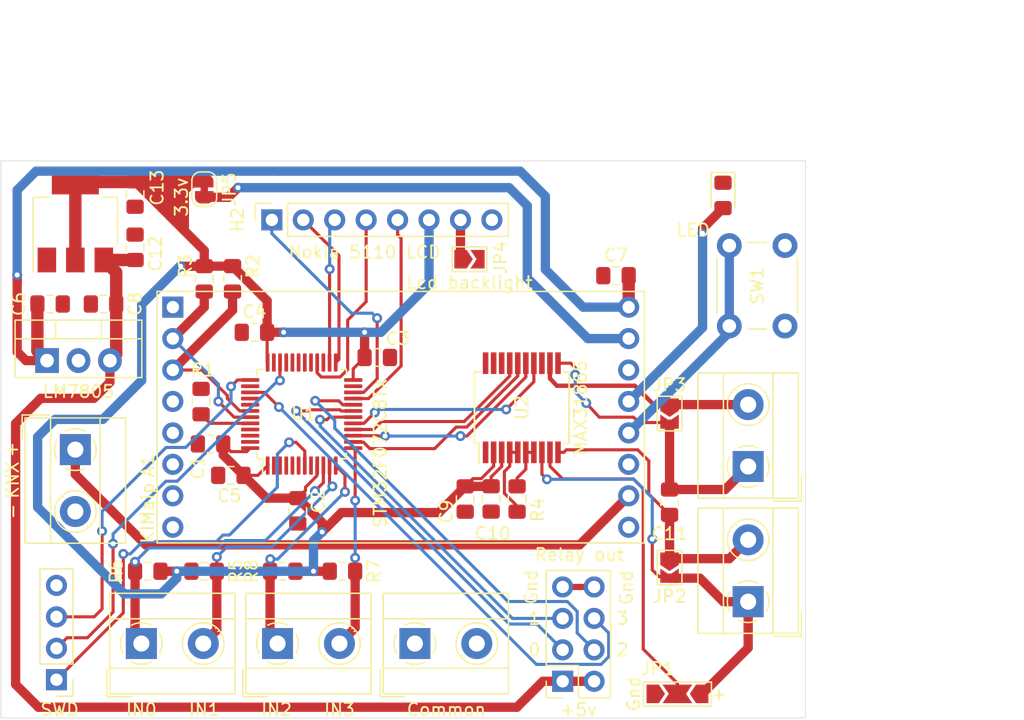
<source format=kicad_pcb>
(kicad_pcb (version 20171130) (host pcbnew 5.1.2)

  (general
    (thickness 1.6)
    (drawings 19)
    (tracks 435)
    (zones 0)
    (modules 44)
    (nets 59)
  )

  (page A4)
  (layers
    (0 F.Cu signal)
    (31 B.Cu signal)
    (32 B.Adhes user)
    (33 F.Adhes user)
    (34 B.Paste user)
    (35 F.Paste user)
    (36 B.SilkS user)
    (37 F.SilkS user)
    (38 B.Mask user)
    (39 F.Mask user)
    (40 Dwgs.User user)
    (41 Cmts.User user)
    (42 Eco1.User user)
    (43 Eco2.User user)
    (44 Edge.Cuts user)
    (45 Margin user)
    (46 B.CrtYd user)
    (47 F.CrtYd user)
    (48 B.Fab user)
    (49 F.Fab user)
  )

  (setup
    (last_trace_width 0.25)
    (trace_clearance 0.2)
    (zone_clearance 0.508)
    (zone_45_only no)
    (trace_min 0.2)
    (via_size 0.8)
    (via_drill 0.4)
    (via_min_size 0.4)
    (via_min_drill 0.3)
    (uvia_size 0.3)
    (uvia_drill 0.1)
    (uvias_allowed no)
    (uvia_min_size 0.2)
    (uvia_min_drill 0.1)
    (edge_width 0.05)
    (segment_width 0.2)
    (pcb_text_width 0.3)
    (pcb_text_size 1.5 1.5)
    (mod_edge_width 0.12)
    (mod_text_size 1 1)
    (mod_text_width 0.15)
    (pad_size 1.524 1.524)
    (pad_drill 0.762)
    (pad_to_mask_clearance 0.051)
    (solder_mask_min_width 0.25)
    (aux_axis_origin 0 0)
    (visible_elements FFFFFF7F)
    (pcbplotparams
      (layerselection 0x010fc_ffffffff)
      (usegerberextensions false)
      (usegerberattributes false)
      (usegerberadvancedattributes false)
      (creategerberjobfile false)
      (excludeedgelayer true)
      (linewidth 0.100000)
      (plotframeref false)
      (viasonmask false)
      (mode 1)
      (useauxorigin false)
      (hpglpennumber 1)
      (hpglpenspeed 20)
      (hpglpendiameter 15.000000)
      (psnegative false)
      (psa4output false)
      (plotreference true)
      (plotvalue true)
      (plotinvisibletext false)
      (padsonsilk false)
      (subtractmaskfromsilk false)
      (outputformat 1)
      (mirror false)
      (drillshape 1)
      (scaleselection 1)
      (outputdirectory ""))
  )

  (net 0 "")
  (net 1 "Net-(A1-Pad1)")
  (net 2 /SDA)
  (net 3 /SCL)
  (net 4 GND)
  (net 5 "Net-(A1-Pad10)")
  (net 6 /Key)
  (net 7 "Net-(A1-Pad13)")
  (net 8 "Net-(A1-Pad14)")
  (net 9 +3V3)
  (net 10 +12V)
  (net 11 +5V)
  (net 12 "Net-(C11-Pad1)")
  (net 13 "Net-(C11-Pad2)")
  (net 14 /NRST)
  (net 15 /SWDIO)
  (net 16 /SWDCLK)
  (net 17 /LCD_RST)
  (net 18 /LCD_CE)
  (net 19 /LCD_DC)
  (net 20 /LCD_DATA)
  (net 21 /LCD_CLK)
  (net 22 "Net-(H2-Pad7)")
  (net 23 /OUT_1)
  (net 24 /OUT_0)
  (net 25 /OUT_2)
  (net 26 /OUT_3)
  (net 27 "Net-(J1-Pad1)")
  (net 28 "Net-(J2-Pad2)")
  (net 29 /BIN_0)
  (net 30 /BIN_1)
  (net 31 /BIN_3)
  (net 32 /BIN_2)
  (net 33 "Net-(JP1-Pad2)")
  (net 34 "Net-(R1-Pad2)")
  (net 35 "Net-(R4-Pad2)")
  (net 36 "Net-(R4-Pad1)")
  (net 37 "Net-(U1-Pad2)")
  (net 38 "Net-(U1-Pad3)")
  (net 39 "Net-(U1-Pad4)")
  (net 40 "Net-(U1-Pad5)")
  (net 41 "Net-(U1-Pad6)")
  (net 42 /SS_1)
  (net 43 /CLK_1)
  (net 44 /MISO_1)
  (net 45 /MOSI_1)
  (net 46 "Net-(U1-Pad27)")
  (net 47 "Net-(U1-Pad29)")
  (net 48 "Net-(U1-Pad30)")
  (net 49 "Net-(U1-Pad31)")
  (net 50 "Net-(U1-Pad32)")
  (net 51 "Net-(U1-Pad33)")
  (net 52 "Net-(U1-Pad38)")
  (net 53 "Net-(U1-Pad40)")
  (net 54 "Net-(U1-Pad41)")
  (net 55 "Net-(U1-Pad45)")
  (net 56 "Net-(U1-Pad46)")
  (net 57 "Net-(U2-Pad1)")
  (net 58 "Net-(A1-Pad15)")

  (net_class Default "This is the default net class."
    (clearance 0.2)
    (trace_width 0.25)
    (via_dia 0.8)
    (via_drill 0.4)
    (uvia_dia 0.3)
    (uvia_drill 0.1)
    (add_net +12V)
    (add_net +3V3)
    (add_net +5V)
    (add_net /BIN_0)
    (add_net /BIN_1)
    (add_net /BIN_2)
    (add_net /BIN_3)
    (add_net /CLK_1)
    (add_net /Key)
    (add_net /LCD_CE)
    (add_net /LCD_CLK)
    (add_net /LCD_DATA)
    (add_net /LCD_DC)
    (add_net /LCD_RST)
    (add_net /MISO_1)
    (add_net /MOSI_1)
    (add_net /NRST)
    (add_net /OUT_0)
    (add_net /OUT_1)
    (add_net /OUT_2)
    (add_net /OUT_3)
    (add_net /SCL)
    (add_net /SDA)
    (add_net /SS_1)
    (add_net /SWDCLK)
    (add_net /SWDIO)
    (add_net GND)
    (add_net "Net-(A1-Pad1)")
    (add_net "Net-(A1-Pad10)")
    (add_net "Net-(A1-Pad13)")
    (add_net "Net-(A1-Pad14)")
    (add_net "Net-(A1-Pad15)")
    (add_net "Net-(C11-Pad1)")
    (add_net "Net-(C11-Pad2)")
    (add_net "Net-(H2-Pad7)")
    (add_net "Net-(J1-Pad1)")
    (add_net "Net-(J2-Pad2)")
    (add_net "Net-(JP1-Pad2)")
    (add_net "Net-(R1-Pad2)")
    (add_net "Net-(R4-Pad1)")
    (add_net "Net-(R4-Pad2)")
    (add_net "Net-(U1-Pad2)")
    (add_net "Net-(U1-Pad27)")
    (add_net "Net-(U1-Pad29)")
    (add_net "Net-(U1-Pad3)")
    (add_net "Net-(U1-Pad30)")
    (add_net "Net-(U1-Pad31)")
    (add_net "Net-(U1-Pad32)")
    (add_net "Net-(U1-Pad33)")
    (add_net "Net-(U1-Pad38)")
    (add_net "Net-(U1-Pad4)")
    (add_net "Net-(U1-Pad40)")
    (add_net "Net-(U1-Pad41)")
    (add_net "Net-(U1-Pad45)")
    (add_net "Net-(U1-Pad46)")
    (add_net "Net-(U1-Pad5)")
    (add_net "Net-(U1-Pad6)")
    (add_net "Net-(U2-Pad1)")
  )

  (module MountingHole:MountingHole_2.2mm_M2 (layer F.Cu) (tedit 56D1B4CB) (tstamp 5CE5BF66)
    (at 152.273 82.3595)
    (descr "Mounting Hole 2.2mm, no annular, M2")
    (tags "mounting hole 2.2mm no annular m2")
    (attr virtual)
    (fp_text reference REF** (at 0 -3.2) (layer F.SilkS) hide
      (effects (font (size 1 1) (thickness 0.15)))
    )
    (fp_text value MountingHole_2.2mm_M2 (at 0 3.2) (layer F.Fab) hide
      (effects (font (size 1 1) (thickness 0.15)))
    )
    (fp_circle (center 0 0) (end 2.45 0) (layer F.CrtYd) (width 0.05))
    (fp_circle (center 0 0) (end 2.2 0) (layer Cmts.User) (width 0.15))
    (fp_text user %R (at 0.3 0) (layer F.Fab) hide
      (effects (font (size 1 1) (thickness 0.15)))
    )
    (pad 1 np_thru_hole circle (at 0 0) (size 2.2 2.2) (drill 2.2) (layers *.Cu *.Mask))
  )

  (module MountingHole:MountingHole_2.2mm_M2 (layer F.Cu) (tedit 56D1B4CB) (tstamp 5CE5BE89)
    (at 152.3365 42.672)
    (descr "Mounting Hole 2.2mm, no annular, M2")
    (tags "mounting hole 2.2mm no annular m2")
    (attr virtual)
    (fp_text reference REF** (at 0 -3.2) (layer F.SilkS) hide
      (effects (font (size 1 1) (thickness 0.15)))
    )
    (fp_text value MountingHole_2.2mm_M2 (at 0 3.2) (layer F.Fab) hide
      (effects (font (size 1 1) (thickness 0.15)))
    )
    (fp_circle (center 0 0) (end 2.45 0) (layer F.CrtYd) (width 0.05))
    (fp_circle (center 0 0) (end 2.2 0) (layer Cmts.User) (width 0.15))
    (fp_text user %R (at 0.3 0) (layer F.Fab) hide
      (effects (font (size 1 1) (thickness 0.15)))
    )
    (pad 1 np_thru_hole circle (at 0 0) (size 2.2 2.2) (drill 2.2) (layers *.Cu *.Mask))
  )

  (module TerminalBlock_MetzConnect:TerminalBlock_MetzConnect_Type055_RT01502HDWU_1x02_P5.00mm_Horizontal (layer F.Cu) (tedit 5B294EA7) (tstamp 5CE4B066)
    (at 101.346 78.994)
    (descr "terminal block Metz Connect Type055_RT01502HDWU, 2 pins, pitch 5mm, size 10x8mm^2, drill diamater 1.3mm, pad diameter 2.5mm, see http://www.metz-connect.com/de/system/files/productfiles/Datenblatt_310551_RT015xxHDWU_OFF-022723S.pdf, script-generated using https://github.com/pointhi/kicad-footprint-generator/scripts/TerminalBlock_MetzConnect")
    (tags "THT terminal block Metz Connect Type055_RT01502HDWU pitch 5mm size 10x8mm^2 drill 1.3mm pad 2.5mm")
    (path /5D0A7360)
    (fp_text reference J4 (at 2.5 -5.06) (layer F.SilkS) hide
      (effects (font (size 1 1) (thickness 0.15)))
    )
    (fp_text value Screw_Terminal_01x02 (at 2.5 5.06) (layer F.Fab) hide
      (effects (font (size 1 1) (thickness 0.15)))
    )
    (fp_text user %R (at 2.5 3) (layer F.Fab)
      (effects (font (size 1 1) (thickness 0.15)))
    )
    (fp_line (start 8 -4.5) (end -3 -4.5) (layer F.CrtYd) (width 0.05))
    (fp_line (start 8 4.5) (end 8 -4.5) (layer F.CrtYd) (width 0.05))
    (fp_line (start -3 4.5) (end 8 4.5) (layer F.CrtYd) (width 0.05))
    (fp_line (start -3 -4.5) (end -3 4.5) (layer F.CrtYd) (width 0.05))
    (fp_line (start -2.8 4.3) (end -0.8 4.3) (layer F.SilkS) (width 0.12))
    (fp_line (start -2.8 2.06) (end -2.8 4.3) (layer F.SilkS) (width 0.12))
    (fp_line (start 3.82 0.976) (end 3.726 1.069) (layer F.SilkS) (width 0.12))
    (fp_line (start 6.07 -1.275) (end 6.011 -1.216) (layer F.SilkS) (width 0.12))
    (fp_line (start 3.99 1.216) (end 3.931 1.274) (layer F.SilkS) (width 0.12))
    (fp_line (start 6.275 -1.069) (end 6.181 -0.976) (layer F.SilkS) (width 0.12))
    (fp_line (start 5.955 -1.138) (end 3.863 0.955) (layer F.Fab) (width 0.1))
    (fp_line (start 6.138 -0.955) (end 4.046 1.138) (layer F.Fab) (width 0.1))
    (fp_line (start 0.955 -1.138) (end -1.138 0.955) (layer F.Fab) (width 0.1))
    (fp_line (start 1.138 -0.955) (end -0.955 1.138) (layer F.Fab) (width 0.1))
    (fp_line (start 7.56 -4.06) (end 7.56 4.06) (layer F.SilkS) (width 0.12))
    (fp_line (start -2.56 -4.06) (end -2.56 4.06) (layer F.SilkS) (width 0.12))
    (fp_line (start -2.56 4.06) (end 7.56 4.06) (layer F.SilkS) (width 0.12))
    (fp_line (start -2.56 -4.06) (end 7.56 -4.06) (layer F.SilkS) (width 0.12))
    (fp_line (start -2.56 -2) (end 7.56 -2) (layer F.SilkS) (width 0.12))
    (fp_line (start -2.5 -2) (end 7.5 -2) (layer F.Fab) (width 0.1))
    (fp_line (start -2.56 2) (end 7.56 2) (layer F.SilkS) (width 0.12))
    (fp_line (start -2.5 2) (end 7.5 2) (layer F.Fab) (width 0.1))
    (fp_line (start -2.5 2) (end -2.5 -4) (layer F.Fab) (width 0.1))
    (fp_line (start -0.5 4) (end -2.5 2) (layer F.Fab) (width 0.1))
    (fp_line (start 7.5 4) (end -0.5 4) (layer F.Fab) (width 0.1))
    (fp_line (start 7.5 -4) (end 7.5 4) (layer F.Fab) (width 0.1))
    (fp_line (start -2.5 -4) (end 7.5 -4) (layer F.Fab) (width 0.1))
    (fp_circle (center 5 0) (end 6.68 0) (layer F.SilkS) (width 0.12))
    (fp_circle (center 5 0) (end 6.5 0) (layer F.Fab) (width 0.1))
    (fp_circle (center 0 0) (end 1.5 0) (layer F.Fab) (width 0.1))
    (fp_arc (start 0 0) (end -0.789 1.484) (angle -29) (layer F.SilkS) (width 0.12))
    (fp_arc (start 0 0) (end -1.484 -0.789) (angle -56) (layer F.SilkS) (width 0.12))
    (fp_arc (start 0 0) (end 0.789 -1.484) (angle -56) (layer F.SilkS) (width 0.12))
    (fp_arc (start 0 0) (end 1.484 0.789) (angle -56) (layer F.SilkS) (width 0.12))
    (fp_arc (start 0 0) (end 0 1.68) (angle -28) (layer F.SilkS) (width 0.12))
    (pad 2 thru_hole circle (at 5 0) (size 2.5 2.5) (drill 1.3) (layers *.Cu *.Mask)
      (net 30 /BIN_1))
    (pad 1 thru_hole rect (at 0 0) (size 2.5 2.5) (drill 1.3) (layers *.Cu *.Mask)
      (net 29 /BIN_0))
    (model ${KISYS3DMOD}/TerminalBlock_MetzConnect.3dshapes/TerminalBlock_MetzConnect_Type055_RT01502HDWU_1x02_P5.00mm_Horizontal.wrl
      (at (xyz 0 0 0))
      (scale (xyz 1 1 1))
      (rotate (xyz 0 0 0))
    )
  )

  (module Package_SO:SSOP-20_5.3x7.2mm_P0.65mm (layer F.Cu) (tedit 5A02F25C) (tstamp 5CE44BBA)
    (at 132.08 59.944 90)
    (descr "20-Lead Plastic Shrink Small Outline (SS)-5.30 mm Body [SSOP] (see Microchip Packaging Specification 00000049BS.pdf)")
    (tags "SSOP 0.65")
    (path /5CE3C11D)
    (attr smd)
    (fp_text reference U2 (at 0 0 90) (layer F.SilkS)
      (effects (font (size 1 1) (thickness 0.15)))
    )
    (fp_text value MAX31865 (at 0 4.75 90) (layer F.SilkS)
      (effects (font (size 1 1) (thickness 0.15)))
    )
    (fp_line (start -1.65 -3.6) (end 2.65 -3.6) (layer F.Fab) (width 0.15))
    (fp_line (start 2.65 -3.6) (end 2.65 3.6) (layer F.Fab) (width 0.15))
    (fp_line (start 2.65 3.6) (end -2.65 3.6) (layer F.Fab) (width 0.15))
    (fp_line (start -2.65 3.6) (end -2.65 -2.6) (layer F.Fab) (width 0.15))
    (fp_line (start -2.65 -2.6) (end -1.65 -3.6) (layer F.Fab) (width 0.15))
    (fp_line (start -4.75 -4) (end -4.75 4) (layer F.CrtYd) (width 0.05))
    (fp_line (start 4.75 -4) (end 4.75 4) (layer F.CrtYd) (width 0.05))
    (fp_line (start -4.75 -4) (end 4.75 -4) (layer F.CrtYd) (width 0.05))
    (fp_line (start -4.75 4) (end 4.75 4) (layer F.CrtYd) (width 0.05))
    (fp_line (start -2.875 -3.825) (end -2.875 -3.475) (layer F.SilkS) (width 0.15))
    (fp_line (start 2.875 -3.825) (end 2.875 -3.375) (layer F.SilkS) (width 0.15))
    (fp_line (start 2.875 3.825) (end 2.875 3.375) (layer F.SilkS) (width 0.15))
    (fp_line (start -2.875 3.825) (end -2.875 3.375) (layer F.SilkS) (width 0.15))
    (fp_line (start -2.875 -3.825) (end 2.875 -3.825) (layer F.SilkS) (width 0.15))
    (fp_line (start -2.875 3.825) (end 2.875 3.825) (layer F.SilkS) (width 0.15))
    (fp_line (start -2.875 -3.475) (end -4.475 -3.475) (layer F.SilkS) (width 0.15))
    (fp_text user %R (at 0 0 90) (layer F.Fab)
      (effects (font (size 0.8 0.8) (thickness 0.15)))
    )
    (pad 1 smd rect (at -3.6 -2.925 90) (size 1.75 0.45) (layers F.Cu F.Paste F.Mask)
      (net 57 "Net-(U2-Pad1)"))
    (pad 2 smd rect (at -3.6 -2.275 90) (size 1.75 0.45) (layers F.Cu F.Paste F.Mask)
      (net 9 +3V3))
    (pad 3 smd rect (at -3.6 -1.625 90) (size 1.75 0.45) (layers F.Cu F.Paste F.Mask)
      (net 9 +3V3))
    (pad 4 smd rect (at -3.6 -0.975 90) (size 1.75 0.45) (layers F.Cu F.Paste F.Mask)
      (net 36 "Net-(R4-Pad1)"))
    (pad 5 smd rect (at -3.6 -0.325 90) (size 1.75 0.45) (layers F.Cu F.Paste F.Mask)
      (net 36 "Net-(R4-Pad1)"))
    (pad 6 smd rect (at -3.6 0.325 90) (size 1.75 0.45) (layers F.Cu F.Paste F.Mask)
      (net 35 "Net-(R4-Pad2)"))
    (pad 7 smd rect (at -3.6 0.975 90) (size 1.75 0.45) (layers F.Cu F.Paste F.Mask)
      (net 35 "Net-(R4-Pad2)"))
    (pad 8 smd rect (at -3.6 1.625 90) (size 1.75 0.45) (layers F.Cu F.Paste F.Mask)
      (net 27 "Net-(J1-Pad1)"))
    (pad 9 smd rect (at -3.6 2.275 90) (size 1.75 0.45) (layers F.Cu F.Paste F.Mask)
      (net 33 "Net-(JP1-Pad2)"))
    (pad 10 smd rect (at -3.6 2.925 90) (size 1.75 0.45) (layers F.Cu F.Paste F.Mask)
      (net 12 "Net-(C11-Pad1)"))
    (pad 11 smd rect (at 3.6 2.925 90) (size 1.75 0.45) (layers F.Cu F.Paste F.Mask)
      (net 13 "Net-(C11-Pad2)"))
    (pad 12 smd rect (at 3.6 2.275 90) (size 1.75 0.45) (layers F.Cu F.Paste F.Mask)
      (net 28 "Net-(J2-Pad2)"))
    (pad 13 smd rect (at 3.6 1.625 90) (size 1.75 0.45) (layers F.Cu F.Paste F.Mask)
      (net 4 GND))
    (pad 14 smd rect (at 3.6 0.975 90) (size 1.75 0.45) (layers F.Cu F.Paste F.Mask)
      (net 45 /MOSI_1))
    (pad 15 smd rect (at 3.6 0.325 90) (size 1.75 0.45) (layers F.Cu F.Paste F.Mask)
      (net 43 /CLK_1))
    (pad 16 smd rect (at 3.6 -0.325 90) (size 1.75 0.45) (layers F.Cu F.Paste F.Mask)
      (net 42 /SS_1))
    (pad 17 smd rect (at 3.6 -0.975 90) (size 1.75 0.45) (layers F.Cu F.Paste F.Mask)
      (net 44 /MISO_1))
    (pad 18 smd rect (at 3.6 -1.625 90) (size 1.75 0.45) (layers F.Cu F.Paste F.Mask)
      (net 4 GND))
    (pad 19 smd rect (at 3.6 -2.275 90) (size 1.75 0.45) (layers F.Cu F.Paste F.Mask)
      (net 4 GND))
    (pad 20 smd rect (at 3.6 -2.925 90) (size 1.75 0.45) (layers F.Cu F.Paste F.Mask))
    (model ${KISYS3DMOD}/Package_SO.3dshapes/SSOP-20_5.3x7.2mm_P0.65mm.wrl
      (at (xyz 0 0 0))
      (scale (xyz 1 1 1))
      (rotate (xyz 0 0 0))
    )
  )

  (module footprint_lib:KIMaip (layer F.Cu) (tedit 5CE41413) (tstamp 5CE446B6)
    (at 103.886 51.816)
    (path /5CF29796)
    (fp_text reference A1 (at -2.032 12.827 90) (layer F.SilkS)
      (effects (font (size 1 1) (thickness 0.15)))
    )
    (fp_text value KIMaip (at -2.032 16.637 90) (layer F.SilkS)
      (effects (font (size 1 1) (thickness 0.15)))
    )
    (fp_line (start -1.27 -1.27) (end 38.1 -1.27) (layer F.SilkS) (width 0.12))
    (fp_line (start 38.1 -1.27) (end 38.1 19.05) (layer F.SilkS) (width 0.12))
    (fp_line (start 38.1 19.05) (end -1.27 19.05) (layer F.SilkS) (width 0.12))
    (fp_line (start -1.27 19.05) (end -1.27 -1.27) (layer F.SilkS) (width 0.12))
    (pad 1 thru_hole rect (at 0 0) (size 1.7 1.7) (drill 1) (layers *.Cu *.Mask)
      (net 1 "Net-(A1-Pad1)"))
    (pad 2 thru_hole circle (at 0 2.54) (size 1.7 1.7) (drill 1) (layers *.Cu *.Mask)
      (net 2 /SDA))
    (pad 3 thru_hole circle (at 0 5.08) (size 1.7 1.7) (drill 1) (layers *.Cu *.Mask)
      (net 3 /SCL))
    (pad 4 thru_hole circle (at 0 7.62) (size 1.7 1.7) (drill 1) (layers *.Cu *.Mask))
    (pad 5 thru_hole circle (at 0 10.16) (size 1.7 1.7) (drill 1) (layers *.Cu *.Mask))
    (pad 6 thru_hole circle (at 0 12.7) (size 1.7 1.7) (drill 1) (layers *.Cu *.Mask))
    (pad 7 thru_hole circle (at 0 15.24) (size 1.7 1.7) (drill 1) (layers *.Cu *.Mask))
    (pad 8 thru_hole circle (at 0 17.78) (size 1.7 1.7) (drill 1) (layers *.Cu *.Mask))
    (pad 9 thru_hole circle (at 36.83 17.78) (size 1.7 1.7) (drill 1) (layers *.Cu *.Mask)
      (net 4 GND))
    (pad 10 thru_hole circle (at 36.83 15.24) (size 1.7 1.7) (drill 1) (layers *.Cu *.Mask)
      (net 5 "Net-(A1-Pad10)"))
    (pad 11 thru_hole circle (at 36.83 12.7) (size 1.7 1.7) (drill 1) (layers *.Cu *.Mask))
    (pad 12 thru_hole circle (at 36.83 10.16) (size 1.7 1.7) (drill 1) (layers *.Cu *.Mask)
      (net 6 /Key))
    (pad 13 thru_hole circle (at 36.83 7.62) (size 1.7 1.7) (drill 1) (layers *.Cu *.Mask)
      (net 7 "Net-(A1-Pad13)"))
    (pad 14 thru_hole circle (at 36.83 5.08) (size 1.7 1.7) (drill 1) (layers *.Cu *.Mask)
      (net 8 "Net-(A1-Pad14)"))
    (pad 15 thru_hole circle (at 36.83 2.54) (size 1.7 1.7) (drill 1) (layers *.Cu *.Mask)
      (net 58 "Net-(A1-Pad15)"))
    (pad 16 thru_hole circle (at 36.83 0) (size 1.7 1.7) (drill 1) (layers *.Cu *.Mask)
      (net 10 +12V))
  )

  (module Capacitor_SMD:C_0805_2012Metric_Pad1.15x1.40mm_HandSolder (layer F.Cu) (tedit 5B36C52B) (tstamp 5CE446C7)
    (at 106.934 62.865)
    (descr "Capacitor SMD 0805 (2012 Metric), square (rectangular) end terminal, IPC_7351 nominal with elongated pad for handsoldering. (Body size source: https://docs.google.com/spreadsheets/d/1BsfQQcO9C6DZCsRaXUlFlo91Tg2WpOkGARC1WS5S8t0/edit?usp=sharing), generated with kicad-footprint-generator")
    (tags "capacitor handsolder")
    (path /5CED27EB)
    (attr smd)
    (fp_text reference C1 (at -1.016 1.905 90) (layer F.SilkS)
      (effects (font (size 1 1) (thickness 0.15)))
    )
    (fp_text value 0.1uf (at 0 1.65) (layer F.Fab) hide
      (effects (font (size 1 1) (thickness 0.15)))
    )
    (fp_line (start -1 0.6) (end -1 -0.6) (layer F.Fab) (width 0.1))
    (fp_line (start -1 -0.6) (end 1 -0.6) (layer F.Fab) (width 0.1))
    (fp_line (start 1 -0.6) (end 1 0.6) (layer F.Fab) (width 0.1))
    (fp_line (start 1 0.6) (end -1 0.6) (layer F.Fab) (width 0.1))
    (fp_line (start -0.261252 -0.71) (end 0.261252 -0.71) (layer F.SilkS) (width 0.12))
    (fp_line (start -0.261252 0.71) (end 0.261252 0.71) (layer F.SilkS) (width 0.12))
    (fp_line (start -1.85 0.95) (end -1.85 -0.95) (layer F.CrtYd) (width 0.05))
    (fp_line (start -1.85 -0.95) (end 1.85 -0.95) (layer F.CrtYd) (width 0.05))
    (fp_line (start 1.85 -0.95) (end 1.85 0.95) (layer F.CrtYd) (width 0.05))
    (fp_line (start 1.85 0.95) (end -1.85 0.95) (layer F.CrtYd) (width 0.05))
    (fp_text user %R (at 0 0) (layer F.Fab)
      (effects (font (size 0.5 0.5) (thickness 0.08)))
    )
    (pad 1 smd roundrect (at -1.025 0) (size 1.15 1.4) (layers F.Cu F.Paste F.Mask) (roundrect_rratio 0.217391)
      (net 4 GND))
    (pad 2 smd roundrect (at 1.025 0) (size 1.15 1.4) (layers F.Cu F.Paste F.Mask) (roundrect_rratio 0.217391)
      (net 9 +3V3))
    (model ${KISYS3DMOD}/Capacitor_SMD.3dshapes/C_0805_2012Metric.wrl
      (at (xyz 0 0 0))
      (scale (xyz 1 1 1))
      (rotate (xyz 0 0 0))
    )
  )

  (module Capacitor_SMD:C_0805_2012Metric_Pad1.15x1.40mm_HandSolder (layer F.Cu) (tedit 5B36C52B) (tstamp 5CE446D8)
    (at 113.9825 68.2715 90)
    (descr "Capacitor SMD 0805 (2012 Metric), square (rectangular) end terminal, IPC_7351 nominal with elongated pad for handsoldering. (Body size source: https://docs.google.com/spreadsheets/d/1BsfQQcO9C6DZCsRaXUlFlo91Tg2WpOkGARC1WS5S8t0/edit?usp=sharing), generated with kicad-footprint-generator")
    (tags "capacitor handsolder")
    (path /5CED2438)
    (attr smd)
    (fp_text reference C2 (at 0.771 1.651 90) (layer F.SilkS)
      (effects (font (size 1 1) (thickness 0.15)))
    )
    (fp_text value 0.1uf (at 0 1.65 90) (layer F.Fab) hide
      (effects (font (size 1 1) (thickness 0.15)))
    )
    (fp_text user %R (at 0 0 90) (layer F.Fab)
      (effects (font (size 0.5 0.5) (thickness 0.08)))
    )
    (fp_line (start 1.85 0.95) (end -1.85 0.95) (layer F.CrtYd) (width 0.05))
    (fp_line (start 1.85 -0.95) (end 1.85 0.95) (layer F.CrtYd) (width 0.05))
    (fp_line (start -1.85 -0.95) (end 1.85 -0.95) (layer F.CrtYd) (width 0.05))
    (fp_line (start -1.85 0.95) (end -1.85 -0.95) (layer F.CrtYd) (width 0.05))
    (fp_line (start -0.261252 0.71) (end 0.261252 0.71) (layer F.SilkS) (width 0.12))
    (fp_line (start -0.261252 -0.71) (end 0.261252 -0.71) (layer F.SilkS) (width 0.12))
    (fp_line (start 1 0.6) (end -1 0.6) (layer F.Fab) (width 0.1))
    (fp_line (start 1 -0.6) (end 1 0.6) (layer F.Fab) (width 0.1))
    (fp_line (start -1 -0.6) (end 1 -0.6) (layer F.Fab) (width 0.1))
    (fp_line (start -1 0.6) (end -1 -0.6) (layer F.Fab) (width 0.1))
    (pad 2 smd roundrect (at 1.025 0 90) (size 1.15 1.4) (layers F.Cu F.Paste F.Mask) (roundrect_rratio 0.217391)
      (net 9 +3V3))
    (pad 1 smd roundrect (at -1.025 0 90) (size 1.15 1.4) (layers F.Cu F.Paste F.Mask) (roundrect_rratio 0.217391)
      (net 4 GND))
    (model ${KISYS3DMOD}/Capacitor_SMD.3dshapes/C_0805_2012Metric.wrl
      (at (xyz 0 0 0))
      (scale (xyz 1 1 1))
      (rotate (xyz 0 0 0))
    )
  )

  (module Capacitor_SMD:C_0805_2012Metric_Pad1.15x1.40mm_HandSolder (layer F.Cu) (tedit 5B36C52B) (tstamp 5CE446E9)
    (at 120.405 55.88 180)
    (descr "Capacitor SMD 0805 (2012 Metric), square (rectangular) end terminal, IPC_7351 nominal with elongated pad for handsoldering. (Body size source: https://docs.google.com/spreadsheets/d/1BsfQQcO9C6DZCsRaXUlFlo91Tg2WpOkGARC1WS5S8t0/edit?usp=sharing), generated with kicad-footprint-generator")
    (tags "capacitor handsolder")
    (path /5CEA40B5)
    (attr smd)
    (fp_text reference C3 (at -1.642 1.524) (layer F.SilkS)
      (effects (font (size 1 1) (thickness 0.15)))
    )
    (fp_text value 0.1uf (at 0 1.65) (layer F.Fab) hide
      (effects (font (size 1 1) (thickness 0.15)))
    )
    (fp_text user %R (at 0 0) (layer F.Fab)
      (effects (font (size 0.5 0.5) (thickness 0.08)))
    )
    (fp_line (start 1.85 0.95) (end -1.85 0.95) (layer F.CrtYd) (width 0.05))
    (fp_line (start 1.85 -0.95) (end 1.85 0.95) (layer F.CrtYd) (width 0.05))
    (fp_line (start -1.85 -0.95) (end 1.85 -0.95) (layer F.CrtYd) (width 0.05))
    (fp_line (start -1.85 0.95) (end -1.85 -0.95) (layer F.CrtYd) (width 0.05))
    (fp_line (start -0.261252 0.71) (end 0.261252 0.71) (layer F.SilkS) (width 0.12))
    (fp_line (start -0.261252 -0.71) (end 0.261252 -0.71) (layer F.SilkS) (width 0.12))
    (fp_line (start 1 0.6) (end -1 0.6) (layer F.Fab) (width 0.1))
    (fp_line (start 1 -0.6) (end 1 0.6) (layer F.Fab) (width 0.1))
    (fp_line (start -1 -0.6) (end 1 -0.6) (layer F.Fab) (width 0.1))
    (fp_line (start -1 0.6) (end -1 -0.6) (layer F.Fab) (width 0.1))
    (pad 2 smd roundrect (at 1.025 0 180) (size 1.15 1.4) (layers F.Cu F.Paste F.Mask) (roundrect_rratio 0.217391)
      (net 9 +3V3))
    (pad 1 smd roundrect (at -1.025 0 180) (size 1.15 1.4) (layers F.Cu F.Paste F.Mask) (roundrect_rratio 0.217391)
      (net 4 GND))
    (model ${KISYS3DMOD}/Capacitor_SMD.3dshapes/C_0805_2012Metric.wrl
      (at (xyz 0 0 0))
      (scale (xyz 1 1 1))
      (rotate (xyz 0 0 0))
    )
  )

  (module Capacitor_SMD:C_0805_2012Metric_Pad1.15x1.40mm_HandSolder (layer F.Cu) (tedit 5B36C52B) (tstamp 5CE446FA)
    (at 110.481 53.848)
    (descr "Capacitor SMD 0805 (2012 Metric), square (rectangular) end terminal, IPC_7351 nominal with elongated pad for handsoldering. (Body size source: https://docs.google.com/spreadsheets/d/1BsfQQcO9C6DZCsRaXUlFlo91Tg2WpOkGARC1WS5S8t0/edit?usp=sharing), generated with kicad-footprint-generator")
    (tags "capacitor handsolder")
    (path /5CED1DFC)
    (attr smd)
    (fp_text reference C4 (at 0 -1.65) (layer F.SilkS)
      (effects (font (size 1 1) (thickness 0.15)))
    )
    (fp_text value 0.1uf (at 0 1.65) (layer F.Fab) hide
      (effects (font (size 1 1) (thickness 0.15)))
    )
    (fp_line (start -1 0.6) (end -1 -0.6) (layer F.Fab) (width 0.1))
    (fp_line (start -1 -0.6) (end 1 -0.6) (layer F.Fab) (width 0.1))
    (fp_line (start 1 -0.6) (end 1 0.6) (layer F.Fab) (width 0.1))
    (fp_line (start 1 0.6) (end -1 0.6) (layer F.Fab) (width 0.1))
    (fp_line (start -0.261252 -0.71) (end 0.261252 -0.71) (layer F.SilkS) (width 0.12))
    (fp_line (start -0.261252 0.71) (end 0.261252 0.71) (layer F.SilkS) (width 0.12))
    (fp_line (start -1.85 0.95) (end -1.85 -0.95) (layer F.CrtYd) (width 0.05))
    (fp_line (start -1.85 -0.95) (end 1.85 -0.95) (layer F.CrtYd) (width 0.05))
    (fp_line (start 1.85 -0.95) (end 1.85 0.95) (layer F.CrtYd) (width 0.05))
    (fp_line (start 1.85 0.95) (end -1.85 0.95) (layer F.CrtYd) (width 0.05))
    (fp_text user %R (at 0 0) (layer F.Fab)
      (effects (font (size 0.5 0.5) (thickness 0.08)))
    )
    (pad 1 smd roundrect (at -1.025 0) (size 1.15 1.4) (layers F.Cu F.Paste F.Mask) (roundrect_rratio 0.217391)
      (net 4 GND))
    (pad 2 smd roundrect (at 1.025 0) (size 1.15 1.4) (layers F.Cu F.Paste F.Mask) (roundrect_rratio 0.217391)
      (net 9 +3V3))
    (model ${KISYS3DMOD}/Capacitor_SMD.3dshapes/C_0805_2012Metric.wrl
      (at (xyz 0 0 0))
      (scale (xyz 1 1 1))
      (rotate (xyz 0 0 0))
    )
  )

  (module Capacitor_SMD:C_0805_2012Metric_Pad1.15x1.40mm_HandSolder (layer F.Cu) (tedit 5B36C52B) (tstamp 5CE4470B)
    (at 108.576 65.405)
    (descr "Capacitor SMD 0805 (2012 Metric), square (rectangular) end terminal, IPC_7351 nominal with elongated pad for handsoldering. (Body size source: https://docs.google.com/spreadsheets/d/1BsfQQcO9C6DZCsRaXUlFlo91Tg2WpOkGARC1WS5S8t0/edit?usp=sharing), generated with kicad-footprint-generator")
    (tags "capacitor handsolder")
    (path /5CED2184)
    (attr smd)
    (fp_text reference C5 (at -0.127 1.651) (layer F.SilkS)
      (effects (font (size 1 1) (thickness 0.15)))
    )
    (fp_text value 0.1uf (at 0 1.65) (layer F.Fab) hide
      (effects (font (size 1 1) (thickness 0.15)))
    )
    (fp_text user %R (at 0 0) (layer F.Fab)
      (effects (font (size 0.5 0.5) (thickness 0.08)))
    )
    (fp_line (start 1.85 0.95) (end -1.85 0.95) (layer F.CrtYd) (width 0.05))
    (fp_line (start 1.85 -0.95) (end 1.85 0.95) (layer F.CrtYd) (width 0.05))
    (fp_line (start -1.85 -0.95) (end 1.85 -0.95) (layer F.CrtYd) (width 0.05))
    (fp_line (start -1.85 0.95) (end -1.85 -0.95) (layer F.CrtYd) (width 0.05))
    (fp_line (start -0.261252 0.71) (end 0.261252 0.71) (layer F.SilkS) (width 0.12))
    (fp_line (start -0.261252 -0.71) (end 0.261252 -0.71) (layer F.SilkS) (width 0.12))
    (fp_line (start 1 0.6) (end -1 0.6) (layer F.Fab) (width 0.1))
    (fp_line (start 1 -0.6) (end 1 0.6) (layer F.Fab) (width 0.1))
    (fp_line (start -1 -0.6) (end 1 -0.6) (layer F.Fab) (width 0.1))
    (fp_line (start -1 0.6) (end -1 -0.6) (layer F.Fab) (width 0.1))
    (pad 2 smd roundrect (at 1.025 0) (size 1.15 1.4) (layers F.Cu F.Paste F.Mask) (roundrect_rratio 0.217391)
      (net 9 +3V3))
    (pad 1 smd roundrect (at -1.025 0) (size 1.15 1.4) (layers F.Cu F.Paste F.Mask) (roundrect_rratio 0.217391)
      (net 4 GND))
    (model ${KISYS3DMOD}/Capacitor_SMD.3dshapes/C_0805_2012Metric.wrl
      (at (xyz 0 0 0))
      (scale (xyz 1 1 1))
      (rotate (xyz 0 0 0))
    )
  )

  (module Capacitor_SMD:C_0805_2012Metric_Pad1.15x1.40mm_HandSolder (layer F.Cu) (tedit 5B36C52B) (tstamp 5CE4471C)
    (at 93.971 51.562 180)
    (descr "Capacitor SMD 0805 (2012 Metric), square (rectangular) end terminal, IPC_7351 nominal with elongated pad for handsoldering. (Body size source: https://docs.google.com/spreadsheets/d/1BsfQQcO9C6DZCsRaXUlFlo91Tg2WpOkGARC1WS5S8t0/edit?usp=sharing), generated with kicad-footprint-generator")
    (tags "capacitor handsolder")
    (path /5D0D331A)
    (attr smd)
    (fp_text reference C6 (at 2.531 0 90) (layer F.SilkS)
      (effects (font (size 1 1) (thickness 0.15)))
    )
    (fp_text value 0.33uf (at 0 1.65) (layer F.Fab) hide
      (effects (font (size 1 1) (thickness 0.15)))
    )
    (fp_line (start -1 0.6) (end -1 -0.6) (layer F.Fab) (width 0.1))
    (fp_line (start -1 -0.6) (end 1 -0.6) (layer F.Fab) (width 0.1))
    (fp_line (start 1 -0.6) (end 1 0.6) (layer F.Fab) (width 0.1))
    (fp_line (start 1 0.6) (end -1 0.6) (layer F.Fab) (width 0.1))
    (fp_line (start -0.261252 -0.71) (end 0.261252 -0.71) (layer F.SilkS) (width 0.12))
    (fp_line (start -0.261252 0.71) (end 0.261252 0.71) (layer F.SilkS) (width 0.12))
    (fp_line (start -1.85 0.95) (end -1.85 -0.95) (layer F.CrtYd) (width 0.05))
    (fp_line (start -1.85 -0.95) (end 1.85 -0.95) (layer F.CrtYd) (width 0.05))
    (fp_line (start 1.85 -0.95) (end 1.85 0.95) (layer F.CrtYd) (width 0.05))
    (fp_line (start 1.85 0.95) (end -1.85 0.95) (layer F.CrtYd) (width 0.05))
    (fp_text user %R (at 0 0) (layer F.Fab)
      (effects (font (size 0.5 0.5) (thickness 0.08)))
    )
    (pad 1 smd roundrect (at -1.025 0 180) (size 1.15 1.4) (layers F.Cu F.Paste F.Mask) (roundrect_rratio 0.217391)
      (net 4 GND))
    (pad 2 smd roundrect (at 1.025 0 180) (size 1.15 1.4) (layers F.Cu F.Paste F.Mask) (roundrect_rratio 0.217391)
      (net 10 +12V))
    (model ${KISYS3DMOD}/Capacitor_SMD.3dshapes/C_0805_2012Metric.wrl
      (at (xyz 0 0 0))
      (scale (xyz 1 1 1))
      (rotate (xyz 0 0 0))
    )
  )

  (module Capacitor_SMD:C_0805_2012Metric_Pad1.15x1.40mm_HandSolder (layer F.Cu) (tedit 5B36C52B) (tstamp 5CE4472D)
    (at 139.691 49.276)
    (descr "Capacitor SMD 0805 (2012 Metric), square (rectangular) end terminal, IPC_7351 nominal with elongated pad for handsoldering. (Body size source: https://docs.google.com/spreadsheets/d/1BsfQQcO9C6DZCsRaXUlFlo91Tg2WpOkGARC1WS5S8t0/edit?usp=sharing), generated with kicad-footprint-generator")
    (tags "capacitor handsolder")
    (path /5CF4089C)
    (attr smd)
    (fp_text reference C7 (at 0 -1.65) (layer F.SilkS)
      (effects (font (size 1 1) (thickness 0.15)))
    )
    (fp_text value 0.1uf (at 0 1.65) (layer F.Fab) hide
      (effects (font (size 1 1) (thickness 0.15)))
    )
    (fp_line (start -1 0.6) (end -1 -0.6) (layer F.Fab) (width 0.1))
    (fp_line (start -1 -0.6) (end 1 -0.6) (layer F.Fab) (width 0.1))
    (fp_line (start 1 -0.6) (end 1 0.6) (layer F.Fab) (width 0.1))
    (fp_line (start 1 0.6) (end -1 0.6) (layer F.Fab) (width 0.1))
    (fp_line (start -0.261252 -0.71) (end 0.261252 -0.71) (layer F.SilkS) (width 0.12))
    (fp_line (start -0.261252 0.71) (end 0.261252 0.71) (layer F.SilkS) (width 0.12))
    (fp_line (start -1.85 0.95) (end -1.85 -0.95) (layer F.CrtYd) (width 0.05))
    (fp_line (start -1.85 -0.95) (end 1.85 -0.95) (layer F.CrtYd) (width 0.05))
    (fp_line (start 1.85 -0.95) (end 1.85 0.95) (layer F.CrtYd) (width 0.05))
    (fp_line (start 1.85 0.95) (end -1.85 0.95) (layer F.CrtYd) (width 0.05))
    (fp_text user %R (at 0 0) (layer F.Fab)
      (effects (font (size 0.5 0.5) (thickness 0.08)))
    )
    (pad 1 smd roundrect (at -1.025 0) (size 1.15 1.4) (layers F.Cu F.Paste F.Mask) (roundrect_rratio 0.217391)
      (net 4 GND))
    (pad 2 smd roundrect (at 1.025 0) (size 1.15 1.4) (layers F.Cu F.Paste F.Mask) (roundrect_rratio 0.217391)
      (net 10 +12V))
    (model ${KISYS3DMOD}/Capacitor_SMD.3dshapes/C_0805_2012Metric.wrl
      (at (xyz 0 0 0))
      (scale (xyz 1 1 1))
      (rotate (xyz 0 0 0))
    )
  )

  (module Capacitor_SMD:C_0805_2012Metric_Pad1.15x1.40mm_HandSolder (layer F.Cu) (tedit 5B36C52B) (tstamp 5CE4473E)
    (at 98.289 51.562)
    (descr "Capacitor SMD 0805 (2012 Metric), square (rectangular) end terminal, IPC_7351 nominal with elongated pad for handsoldering. (Body size source: https://docs.google.com/spreadsheets/d/1BsfQQcO9C6DZCsRaXUlFlo91Tg2WpOkGARC1WS5S8t0/edit?usp=sharing), generated with kicad-footprint-generator")
    (tags "capacitor handsolder")
    (path /5D0FA7A6)
    (attr smd)
    (fp_text reference C8 (at 2.549 0 90) (layer F.SilkS)
      (effects (font (size 1 1) (thickness 0.15)))
    )
    (fp_text value 0.1uf (at 0 1.65) (layer F.Fab) hide
      (effects (font (size 1 1) (thickness 0.15)))
    )
    (fp_text user %R (at 0 0) (layer F.Fab)
      (effects (font (size 0.5 0.5) (thickness 0.08)))
    )
    (fp_line (start 1.85 0.95) (end -1.85 0.95) (layer F.CrtYd) (width 0.05))
    (fp_line (start 1.85 -0.95) (end 1.85 0.95) (layer F.CrtYd) (width 0.05))
    (fp_line (start -1.85 -0.95) (end 1.85 -0.95) (layer F.CrtYd) (width 0.05))
    (fp_line (start -1.85 0.95) (end -1.85 -0.95) (layer F.CrtYd) (width 0.05))
    (fp_line (start -0.261252 0.71) (end 0.261252 0.71) (layer F.SilkS) (width 0.12))
    (fp_line (start -0.261252 -0.71) (end 0.261252 -0.71) (layer F.SilkS) (width 0.12))
    (fp_line (start 1 0.6) (end -1 0.6) (layer F.Fab) (width 0.1))
    (fp_line (start 1 -0.6) (end 1 0.6) (layer F.Fab) (width 0.1))
    (fp_line (start -1 -0.6) (end 1 -0.6) (layer F.Fab) (width 0.1))
    (fp_line (start -1 0.6) (end -1 -0.6) (layer F.Fab) (width 0.1))
    (pad 2 smd roundrect (at 1.025 0) (size 1.15 1.4) (layers F.Cu F.Paste F.Mask) (roundrect_rratio 0.217391)
      (net 11 +5V))
    (pad 1 smd roundrect (at -1.025 0) (size 1.15 1.4) (layers F.Cu F.Paste F.Mask) (roundrect_rratio 0.217391)
      (net 4 GND))
    (model ${KISYS3DMOD}/Capacitor_SMD.3dshapes/C_0805_2012Metric.wrl
      (at (xyz 0 0 0))
      (scale (xyz 1 1 1))
      (rotate (xyz 0 0 0))
    )
  )

  (module Capacitor_SMD:C_0805_2012Metric_Pad1.15x1.40mm_HandSolder (layer F.Cu) (tedit 5B36C52B) (tstamp 5CE4474F)
    (at 127.508 67.319 90)
    (descr "Capacitor SMD 0805 (2012 Metric), square (rectangular) end terminal, IPC_7351 nominal with elongated pad for handsoldering. (Body size source: https://docs.google.com/spreadsheets/d/1BsfQQcO9C6DZCsRaXUlFlo91Tg2WpOkGARC1WS5S8t0/edit?usp=sharing), generated with kicad-footprint-generator")
    (tags "capacitor handsolder")
    (path /5CE42FDA)
    (attr smd)
    (fp_text reference C9 (at -1.016 -1.524 90) (layer F.SilkS)
      (effects (font (size 1 1) (thickness 0.15)))
    )
    (fp_text value 0.1uf (at 0 1.65 90) (layer F.Fab) hide
      (effects (font (size 1 1) (thickness 0.15)))
    )
    (fp_line (start -1 0.6) (end -1 -0.6) (layer F.Fab) (width 0.1))
    (fp_line (start -1 -0.6) (end 1 -0.6) (layer F.Fab) (width 0.1))
    (fp_line (start 1 -0.6) (end 1 0.6) (layer F.Fab) (width 0.1))
    (fp_line (start 1 0.6) (end -1 0.6) (layer F.Fab) (width 0.1))
    (fp_line (start -0.261252 -0.71) (end 0.261252 -0.71) (layer F.SilkS) (width 0.12))
    (fp_line (start -0.261252 0.71) (end 0.261252 0.71) (layer F.SilkS) (width 0.12))
    (fp_line (start -1.85 0.95) (end -1.85 -0.95) (layer F.CrtYd) (width 0.05))
    (fp_line (start -1.85 -0.95) (end 1.85 -0.95) (layer F.CrtYd) (width 0.05))
    (fp_line (start 1.85 -0.95) (end 1.85 0.95) (layer F.CrtYd) (width 0.05))
    (fp_line (start 1.85 0.95) (end -1.85 0.95) (layer F.CrtYd) (width 0.05))
    (fp_text user %R (at 0 0 90) (layer F.Fab)
      (effects (font (size 0.5 0.5) (thickness 0.08)))
    )
    (pad 1 smd roundrect (at -1.025 0 90) (size 1.15 1.4) (layers F.Cu F.Paste F.Mask) (roundrect_rratio 0.217391)
      (net 4 GND))
    (pad 2 smd roundrect (at 1.025 0 90) (size 1.15 1.4) (layers F.Cu F.Paste F.Mask) (roundrect_rratio 0.217391)
      (net 9 +3V3))
    (model ${KISYS3DMOD}/Capacitor_SMD.3dshapes/C_0805_2012Metric.wrl
      (at (xyz 0 0 0))
      (scale (xyz 1 1 1))
      (rotate (xyz 0 0 0))
    )
  )

  (module Capacitor_SMD:C_0805_2012Metric_Pad1.15x1.40mm_HandSolder (layer F.Cu) (tedit 5B36C52B) (tstamp 5CE44760)
    (at 129.6035 67.31 90)
    (descr "Capacitor SMD 0805 (2012 Metric), square (rectangular) end terminal, IPC_7351 nominal with elongated pad for handsoldering. (Body size source: https://docs.google.com/spreadsheets/d/1BsfQQcO9C6DZCsRaXUlFlo91Tg2WpOkGARC1WS5S8t0/edit?usp=sharing), generated with kicad-footprint-generator")
    (tags "capacitor handsolder")
    (path /5CE412FA)
    (attr smd)
    (fp_text reference C10 (at -2.794 0.127 180) (layer F.SilkS)
      (effects (font (size 1 1) (thickness 0.15)))
    )
    (fp_text value 0.1uf (at 0 1.65 90) (layer F.Fab) hide
      (effects (font (size 1 1) (thickness 0.15)))
    )
    (fp_text user %R (at 0 0 90) (layer F.Fab)
      (effects (font (size 0.5 0.5) (thickness 0.08)))
    )
    (fp_line (start 1.85 0.95) (end -1.85 0.95) (layer F.CrtYd) (width 0.05))
    (fp_line (start 1.85 -0.95) (end 1.85 0.95) (layer F.CrtYd) (width 0.05))
    (fp_line (start -1.85 -0.95) (end 1.85 -0.95) (layer F.CrtYd) (width 0.05))
    (fp_line (start -1.85 0.95) (end -1.85 -0.95) (layer F.CrtYd) (width 0.05))
    (fp_line (start -0.261252 0.71) (end 0.261252 0.71) (layer F.SilkS) (width 0.12))
    (fp_line (start -0.261252 -0.71) (end 0.261252 -0.71) (layer F.SilkS) (width 0.12))
    (fp_line (start 1 0.6) (end -1 0.6) (layer F.Fab) (width 0.1))
    (fp_line (start 1 -0.6) (end 1 0.6) (layer F.Fab) (width 0.1))
    (fp_line (start -1 -0.6) (end 1 -0.6) (layer F.Fab) (width 0.1))
    (fp_line (start -1 0.6) (end -1 -0.6) (layer F.Fab) (width 0.1))
    (pad 2 smd roundrect (at 1.025 0 90) (size 1.15 1.4) (layers F.Cu F.Paste F.Mask) (roundrect_rratio 0.217391)
      (net 9 +3V3))
    (pad 1 smd roundrect (at -1.025 0 90) (size 1.15 1.4) (layers F.Cu F.Paste F.Mask) (roundrect_rratio 0.217391)
      (net 4 GND))
    (model ${KISYS3DMOD}/Capacitor_SMD.3dshapes/C_0805_2012Metric.wrl
      (at (xyz 0 0 0))
      (scale (xyz 1 1 1))
      (rotate (xyz 0 0 0))
    )
  )

  (module Capacitor_SMD:C_0805_2012Metric_Pad1.15x1.40mm_HandSolder (layer F.Cu) (tedit 5B36C52B) (tstamp 5CE44771)
    (at 144.018 67.573 90)
    (descr "Capacitor SMD 0805 (2012 Metric), square (rectangular) end terminal, IPC_7351 nominal with elongated pad for handsoldering. (Body size source: https://docs.google.com/spreadsheets/d/1BsfQQcO9C6DZCsRaXUlFlo91Tg2WpOkGARC1WS5S8t0/edit?usp=sharing), generated with kicad-footprint-generator")
    (tags "capacitor handsolder")
    (path /5CE9111D)
    (attr smd)
    (fp_text reference C11 (at -2.54 0 180) (layer F.SilkS)
      (effects (font (size 1 1) (thickness 0.15)))
    )
    (fp_text value 0.1uf (at 0 1.65 90) (layer F.Fab) hide
      (effects (font (size 1 1) (thickness 0.15)))
    )
    (fp_line (start -1 0.6) (end -1 -0.6) (layer F.Fab) (width 0.1))
    (fp_line (start -1 -0.6) (end 1 -0.6) (layer F.Fab) (width 0.1))
    (fp_line (start 1 -0.6) (end 1 0.6) (layer F.Fab) (width 0.1))
    (fp_line (start 1 0.6) (end -1 0.6) (layer F.Fab) (width 0.1))
    (fp_line (start -0.261252 -0.71) (end 0.261252 -0.71) (layer F.SilkS) (width 0.12))
    (fp_line (start -0.261252 0.71) (end 0.261252 0.71) (layer F.SilkS) (width 0.12))
    (fp_line (start -1.85 0.95) (end -1.85 -0.95) (layer F.CrtYd) (width 0.05))
    (fp_line (start -1.85 -0.95) (end 1.85 -0.95) (layer F.CrtYd) (width 0.05))
    (fp_line (start 1.85 -0.95) (end 1.85 0.95) (layer F.CrtYd) (width 0.05))
    (fp_line (start 1.85 0.95) (end -1.85 0.95) (layer F.CrtYd) (width 0.05))
    (fp_text user %R (at 0 0 90) (layer F.Fab)
      (effects (font (size 0.5 0.5) (thickness 0.08)))
    )
    (pad 1 smd roundrect (at -1.025 0 90) (size 1.15 1.4) (layers F.Cu F.Paste F.Mask) (roundrect_rratio 0.217391)
      (net 12 "Net-(C11-Pad1)"))
    (pad 2 smd roundrect (at 1.025 0 90) (size 1.15 1.4) (layers F.Cu F.Paste F.Mask) (roundrect_rratio 0.217391)
      (net 13 "Net-(C11-Pad2)"))
    (model ${KISYS3DMOD}/Capacitor_SMD.3dshapes/C_0805_2012Metric.wrl
      (at (xyz 0 0 0))
      (scale (xyz 1 1 1))
      (rotate (xyz 0 0 0))
    )
  )

  (module LED_SMD:LED_0805_2012Metric_Pad1.15x1.40mm_HandSolder (layer F.Cu) (tedit 5B4B45C9) (tstamp 5CE4AED9)
    (at 148.336 42.79 270)
    (descr "LED SMD 0805 (2012 Metric), square (rectangular) end terminal, IPC_7351 nominal, (Body size source: https://docs.google.com/spreadsheets/d/1BsfQQcO9C6DZCsRaXUlFlo91Tg2WpOkGARC1WS5S8t0/edit?usp=sharing), generated with kicad-footprint-generator")
    (tags "LED handsolder")
    (path /5CF439D7)
    (attr smd)
    (fp_text reference D1 (at 0 -1.65 90) (layer F.SilkS) hide
      (effects (font (size 1 1) (thickness 0.15)))
    )
    (fp_text value LED (at 2.803 2.413 180) (layer F.SilkS)
      (effects (font (size 1 1) (thickness 0.15)))
    )
    (fp_line (start 1 -0.6) (end -0.7 -0.6) (layer F.Fab) (width 0.1))
    (fp_line (start -0.7 -0.6) (end -1 -0.3) (layer F.Fab) (width 0.1))
    (fp_line (start -1 -0.3) (end -1 0.6) (layer F.Fab) (width 0.1))
    (fp_line (start -1 0.6) (end 1 0.6) (layer F.Fab) (width 0.1))
    (fp_line (start 1 0.6) (end 1 -0.6) (layer F.Fab) (width 0.1))
    (fp_line (start 1 -0.96) (end -1.86 -0.96) (layer F.SilkS) (width 0.12))
    (fp_line (start -1.86 -0.96) (end -1.86 0.96) (layer F.SilkS) (width 0.12))
    (fp_line (start -1.86 0.96) (end 1 0.96) (layer F.SilkS) (width 0.12))
    (fp_line (start -1.85 0.95) (end -1.85 -0.95) (layer F.CrtYd) (width 0.05))
    (fp_line (start -1.85 -0.95) (end 1.85 -0.95) (layer F.CrtYd) (width 0.05))
    (fp_line (start 1.85 -0.95) (end 1.85 0.95) (layer F.CrtYd) (width 0.05))
    (fp_line (start 1.85 0.95) (end -1.85 0.95) (layer F.CrtYd) (width 0.05))
    (fp_text user %R (at 0 0 90) (layer F.Fab)
      (effects (font (size 0.5 0.5) (thickness 0.08)))
    )
    (pad 1 smd roundrect (at -1.025 0 270) (size 1.15 1.4) (layers F.Cu F.Paste F.Mask) (roundrect_rratio 0.217391)
      (net 4 GND))
    (pad 2 smd roundrect (at 1.025 0 270) (size 1.15 1.4) (layers F.Cu F.Paste F.Mask) (roundrect_rratio 0.217391)
      (net 7 "Net-(A1-Pad13)"))
    (model ${KISYS3DMOD}/LED_SMD.3dshapes/LED_0805_2012Metric.wrl
      (at (xyz 0 0 0))
      (scale (xyz 1 1 1))
      (rotate (xyz 0 0 0))
    )
  )

  (module Connector_PinHeader_2.54mm:PinHeader_1x04_P2.54mm_Vertical (layer F.Cu) (tedit 59FED5CC) (tstamp 5CE4479C)
    (at 94.488 81.915 180)
    (descr "Through hole straight pin header, 1x04, 2.54mm pitch, single row")
    (tags "Through hole pin header THT 1x04 2.54mm single row")
    (path /5CEFC9CC)
    (fp_text reference H1 (at 0 -2.33) (layer F.SilkS) hide
      (effects (font (size 1 1) (thickness 0.15)))
    )
    (fp_text value SWD (at -0.254 -2.413 180) (layer F.SilkS)
      (effects (font (size 1 1) (thickness 0.15)))
    )
    (fp_line (start -0.635 -1.27) (end 1.27 -1.27) (layer F.Fab) (width 0.1))
    (fp_line (start 1.27 -1.27) (end 1.27 8.89) (layer F.Fab) (width 0.1))
    (fp_line (start 1.27 8.89) (end -1.27 8.89) (layer F.Fab) (width 0.1))
    (fp_line (start -1.27 8.89) (end -1.27 -0.635) (layer F.Fab) (width 0.1))
    (fp_line (start -1.27 -0.635) (end -0.635 -1.27) (layer F.Fab) (width 0.1))
    (fp_line (start -1.33 8.95) (end 1.33 8.95) (layer F.SilkS) (width 0.12))
    (fp_line (start -1.33 1.27) (end -1.33 8.95) (layer F.SilkS) (width 0.12))
    (fp_line (start 1.33 1.27) (end 1.33 8.95) (layer F.SilkS) (width 0.12))
    (fp_line (start -1.33 1.27) (end 1.33 1.27) (layer F.SilkS) (width 0.12))
    (fp_line (start -1.33 0) (end -1.33 -1.33) (layer F.SilkS) (width 0.12))
    (fp_line (start -1.33 -1.33) (end 0 -1.33) (layer F.SilkS) (width 0.12))
    (fp_line (start -1.8 -1.8) (end -1.8 9.4) (layer F.CrtYd) (width 0.05))
    (fp_line (start -1.8 9.4) (end 1.8 9.4) (layer F.CrtYd) (width 0.05))
    (fp_line (start 1.8 9.4) (end 1.8 -1.8) (layer F.CrtYd) (width 0.05))
    (fp_line (start 1.8 -1.8) (end -1.8 -1.8) (layer F.CrtYd) (width 0.05))
    (fp_text user %R (at 0 3.81 90) (layer F.Fab)
      (effects (font (size 1 1) (thickness 0.15)))
    )
    (pad 1 thru_hole rect (at 0 0 180) (size 1.7 1.7) (drill 1) (layers *.Cu *.Mask)
      (net 14 /NRST))
    (pad 2 thru_hole oval (at 0 2.54 180) (size 1.7 1.7) (drill 1) (layers *.Cu *.Mask)
      (net 15 /SWDIO))
    (pad 3 thru_hole oval (at 0 5.08 180) (size 1.7 1.7) (drill 1) (layers *.Cu *.Mask)
      (net 16 /SWDCLK))
    (pad 4 thru_hole oval (at 0 7.62 180) (size 1.7 1.7) (drill 1) (layers *.Cu *.Mask)
      (net 4 GND))
    (model ${KISYS3DMOD}/Connector_PinHeader_2.54mm.3dshapes/PinHeader_1x04_P2.54mm_Vertical.wrl
      (at (xyz 0 0 0))
      (scale (xyz 1 1 1))
      (rotate (xyz 0 0 0))
    )
  )

  (module Connector_PinSocket_2.54mm:PinSocket_1x08_P2.54mm_Vertical (layer F.Cu) (tedit 5A19A420) (tstamp 5CE56944)
    (at 111.887 44.7675 90)
    (descr "Through hole straight socket strip, 1x08, 2.54mm pitch, single row (from Kicad 4.0.7), script generated")
    (tags "Through hole socket strip THT 1x08 2.54mm single row")
    (path /5CECC60F)
    (fp_text reference H2 (at 0 -2.77 90) (layer F.SilkS)
      (effects (font (size 1 1) (thickness 0.15)))
    )
    (fp_text value "Nokia 5110 LCD" (at -2.6035 7.493 180) (layer F.SilkS)
      (effects (font (size 1 1) (thickness 0.15)))
    )
    (fp_line (start -1.27 -1.27) (end 0.635 -1.27) (layer F.Fab) (width 0.1))
    (fp_line (start 0.635 -1.27) (end 1.27 -0.635) (layer F.Fab) (width 0.1))
    (fp_line (start 1.27 -0.635) (end 1.27 19.05) (layer F.Fab) (width 0.1))
    (fp_line (start 1.27 19.05) (end -1.27 19.05) (layer F.Fab) (width 0.1))
    (fp_line (start -1.27 19.05) (end -1.27 -1.27) (layer F.Fab) (width 0.1))
    (fp_line (start -1.33 1.27) (end 1.33 1.27) (layer F.SilkS) (width 0.12))
    (fp_line (start -1.33 1.27) (end -1.33 19.11) (layer F.SilkS) (width 0.12))
    (fp_line (start -1.33 19.11) (end 1.33 19.11) (layer F.SilkS) (width 0.12))
    (fp_line (start 1.33 1.27) (end 1.33 19.11) (layer F.SilkS) (width 0.12))
    (fp_line (start 1.33 -1.33) (end 1.33 0) (layer F.SilkS) (width 0.12))
    (fp_line (start 0 -1.33) (end 1.33 -1.33) (layer F.SilkS) (width 0.12))
    (fp_line (start -1.8 -1.8) (end 1.75 -1.8) (layer F.CrtYd) (width 0.05))
    (fp_line (start 1.75 -1.8) (end 1.75 19.55) (layer F.CrtYd) (width 0.05))
    (fp_line (start 1.75 19.55) (end -1.8 19.55) (layer F.CrtYd) (width 0.05))
    (fp_line (start -1.8 19.55) (end -1.8 -1.8) (layer F.CrtYd) (width 0.05))
    (fp_text user %R (at 0 8.89) (layer F.Fab)
      (effects (font (size 1 1) (thickness 0.15)))
    )
    (pad 1 thru_hole rect (at 0 0 90) (size 1.7 1.7) (drill 1) (layers *.Cu *.Mask)
      (net 17 /LCD_RST))
    (pad 2 thru_hole oval (at 0 2.54 90) (size 1.7 1.7) (drill 1) (layers *.Cu *.Mask)
      (net 18 /LCD_CE))
    (pad 3 thru_hole oval (at 0 5.08 90) (size 1.7 1.7) (drill 1) (layers *.Cu *.Mask)
      (net 19 /LCD_DC))
    (pad 4 thru_hole oval (at 0 7.62 90) (size 1.7 1.7) (drill 1) (layers *.Cu *.Mask)
      (net 20 /LCD_DATA))
    (pad 5 thru_hole oval (at 0 10.16 90) (size 1.7 1.7) (drill 1) (layers *.Cu *.Mask)
      (net 21 /LCD_CLK))
    (pad 6 thru_hole oval (at 0 12.7 90) (size 1.7 1.7) (drill 1) (layers *.Cu *.Mask)
      (net 9 +3V3))
    (pad 7 thru_hole oval (at 0 15.24 90) (size 1.7 1.7) (drill 1) (layers *.Cu *.Mask)
      (net 22 "Net-(H2-Pad7)"))
    (pad 8 thru_hole oval (at 0 17.78 90) (size 1.7 1.7) (drill 1) (layers *.Cu *.Mask)
      (net 4 GND))
    (model ${KISYS3DMOD}/Connector_PinSocket_2.54mm.3dshapes/PinSocket_1x08_P2.54mm_Vertical.wrl
      (at (xyz 0 0 0))
      (scale (xyz 1 1 1))
      (rotate (xyz 0 0 0))
    )
  )

  (module Jumper:SolderJumper-3_P2.0mm_Open_TrianglePad1.0x1.5mm_NumberLabels (layer F.Cu) (tedit 5A6480B6) (tstamp 5CE44A65)
    (at 144.653 83.058 180)
    (descr "SMD Solder Jumper, 1x1.5mm Triangular Pads, 0.3mm gap, open, labeled with numbers")
    (tags "solder jumper open")
    (path /5CE6E356)
    (attr virtual)
    (fp_text reference JP1 (at 1.594 2.032 180) (layer F.SilkS)
      (effects (font (size 1 1) (thickness 0.15)))
    )
    (fp_text value SolderJumper_3_Open (at 0.725 1.925) (layer F.Fab) hide
      (effects (font (size 1 1) (thickness 0.15)))
    )
    (fp_text user Gnd (at 3.524 0 270) (layer F.SilkS)
      (effects (font (size 1 1) (thickness 0.15)))
    )
    (fp_text user + (at -3.35 0) (layer F.SilkS)
      (effects (font (size 1 1) (thickness 0.15)))
    )
    (fp_line (start -2.75 0.95) (end -2.75 -1) (layer F.SilkS) (width 0.12))
    (fp_line (start 2.75 0.95) (end -2.75 0.95) (layer F.SilkS) (width 0.12))
    (fp_line (start 2.75 -1) (end 2.75 0.95) (layer F.SilkS) (width 0.12))
    (fp_line (start -2.75 -1) (end 2.75 -1) (layer F.SilkS) (width 0.12))
    (fp_line (start -2.98 -1.27) (end 3 -1.27) (layer F.CrtYd) (width 0.05))
    (fp_line (start -2.98 -1.27) (end -2.98 1.25) (layer F.CrtYd) (width 0.05))
    (fp_line (start 3 1.25) (end 3 -1.27) (layer F.CrtYd) (width 0.05))
    (fp_line (start 3 1.25) (end -2.98 1.25) (layer F.CrtYd) (width 0.05))
    (pad "" smd rect (at 1.2 0 180) (size 1.5 1.5) (layers F.Mask))
    (pad "" smd rect (at -1.2 0 180) (size 1.5 1.5) (layers F.Mask))
    (pad 1 smd custom (at -2 0 180) (size 0.3 0.3) (layers F.Cu F.Mask)
      (net 27 "Net-(J1-Pad1)") (zone_connect 2)
      (options (clearance outline) (anchor rect))
      (primitives
        (gr_poly (pts
           (xy -0.5 -0.75) (xy 0.5 -0.75) (xy 1 0) (xy 0.5 0.75) (xy -0.5 0.75)
) (width 0))
      ))
    (pad 2 smd custom (at 0 0 180) (size 0.3 0.3) (layers F.Cu)
      (net 33 "Net-(JP1-Pad2)") (zone_connect 2)
      (options (clearance outline) (anchor rect))
      (primitives
        (gr_poly (pts
           (xy -1.2 -0.75) (xy 1.2 -0.75) (xy 0.7 0) (xy 1.2 0.75) (xy -1.2 0.75)
           (xy -0.7 0)) (width 0))
      ))
    (pad 3 smd custom (at 2 0) (size 0.3 0.3) (layers F.Cu F.Mask)
      (net 4 GND) (zone_connect 2)
      (options (clearance outline) (anchor rect))
      (primitives
        (gr_poly (pts
           (xy -0.5 -0.75) (xy 0.5 -0.75) (xy 1 0) (xy 0.5 0.75) (xy -0.5 0.75)
) (width 0))
      ))
  )

  (module Jumper:SolderJumper-2_P1.3mm_Open_TrianglePad1.0x1.5mm (layer F.Cu) (tedit 5A64794F) (tstamp 5CE44A73)
    (at 144.018 72.861 270)
    (descr "SMD Solder Jumper, 1x1.5mm Triangular Pads, 0.3mm gap, open")
    (tags "solder jumper open")
    (path /5CE7E218)
    (attr virtual)
    (fp_text reference JP2 (at 2.323 0 180) (layer F.SilkS)
      (effects (font (size 1 1) (thickness 0.15)))
    )
    (fp_text value SolderJumper_2_Open (at 0 1.9 90) (layer F.Fab) hide
      (effects (font (size 1 1) (thickness 0.15)))
    )
    (fp_line (start -1.4 1) (end -1.4 -1) (layer F.SilkS) (width 0.12))
    (fp_line (start 1.4 1) (end -1.4 1) (layer F.SilkS) (width 0.12))
    (fp_line (start 1.4 -1) (end 1.4 1) (layer F.SilkS) (width 0.12))
    (fp_line (start -1.4 -1) (end 1.4 -1) (layer F.SilkS) (width 0.12))
    (fp_line (start -1.65 -1.25) (end 1.65 -1.25) (layer F.CrtYd) (width 0.05))
    (fp_line (start -1.65 -1.25) (end -1.65 1.25) (layer F.CrtYd) (width 0.05))
    (fp_line (start 1.65 1.25) (end 1.65 -1.25) (layer F.CrtYd) (width 0.05))
    (fp_line (start 1.65 1.25) (end -1.65 1.25) (layer F.CrtYd) (width 0.05))
    (pad 2 smd custom (at 0.725 0 270) (size 0.3 0.3) (layers F.Cu F.Mask)
      (net 27 "Net-(J1-Pad1)") (zone_connect 2)
      (options (clearance outline) (anchor rect))
      (primitives
        (gr_poly (pts
           (xy -0.65 -0.75) (xy 0.5 -0.75) (xy 0.5 0.75) (xy -0.65 0.75) (xy -0.15 0)
) (width 0))
      ))
    (pad 1 smd custom (at -0.725 0 270) (size 0.3 0.3) (layers F.Cu F.Mask)
      (net 12 "Net-(C11-Pad1)") (zone_connect 2)
      (options (clearance outline) (anchor rect))
      (primitives
        (gr_poly (pts
           (xy -0.5 -0.75) (xy 0.5 -0.75) (xy 1 0) (xy 0.5 0.75) (xy -0.5 0.75)
) (width 0))
      ))
  )

  (module Jumper:SolderJumper-2_P1.3mm_Open_TrianglePad1.0x1.5mm (layer F.Cu) (tedit 5A64794F) (tstamp 5CE44A81)
    (at 144.018 60.415 270)
    (descr "SMD Solder Jumper, 1x1.5mm Triangular Pads, 0.3mm gap, open")
    (tags "solder jumper open")
    (path /5CE90804)
    (attr virtual)
    (fp_text reference JP3 (at -2.323 0 180) (layer F.SilkS)
      (effects (font (size 1 1) (thickness 0.15)))
    )
    (fp_text value SolderJumper_2_Open (at 0 1.9 90) (layer F.Fab) hide
      (effects (font (size 1 1) (thickness 0.15)))
    )
    (fp_line (start 1.65 1.25) (end -1.65 1.25) (layer F.CrtYd) (width 0.05))
    (fp_line (start 1.65 1.25) (end 1.65 -1.25) (layer F.CrtYd) (width 0.05))
    (fp_line (start -1.65 -1.25) (end -1.65 1.25) (layer F.CrtYd) (width 0.05))
    (fp_line (start -1.65 -1.25) (end 1.65 -1.25) (layer F.CrtYd) (width 0.05))
    (fp_line (start -1.4 -1) (end 1.4 -1) (layer F.SilkS) (width 0.12))
    (fp_line (start 1.4 -1) (end 1.4 1) (layer F.SilkS) (width 0.12))
    (fp_line (start 1.4 1) (end -1.4 1) (layer F.SilkS) (width 0.12))
    (fp_line (start -1.4 1) (end -1.4 -1) (layer F.SilkS) (width 0.12))
    (pad 1 smd custom (at -0.725 0 270) (size 0.3 0.3) (layers F.Cu F.Mask)
      (net 28 "Net-(J2-Pad2)") (zone_connect 2)
      (options (clearance outline) (anchor rect))
      (primitives
        (gr_poly (pts
           (xy -0.5 -0.75) (xy 0.5 -0.75) (xy 1 0) (xy 0.5 0.75) (xy -0.5 0.75)
) (width 0))
      ))
    (pad 2 smd custom (at 0.725 0 270) (size 0.3 0.3) (layers F.Cu F.Mask)
      (net 13 "Net-(C11-Pad2)") (zone_connect 2)
      (options (clearance outline) (anchor rect))
      (primitives
        (gr_poly (pts
           (xy -0.65 -0.75) (xy 0.5 -0.75) (xy 0.5 0.75) (xy -0.65 0.75) (xy -0.15 0)
) (width 0))
      ))
  )

  (module Jumper:SolderJumper-2_P1.3mm_Open_TrianglePad1.0x1.5mm (layer F.Cu) (tedit 5A64794F) (tstamp 5CE44A8F)
    (at 127.852 47.9425)
    (descr "SMD Solder Jumper, 1x1.5mm Triangular Pads, 0.3mm gap, open")
    (tags "solder jumper open")
    (path /5CF05AD6)
    (attr virtual)
    (fp_text reference JP4 (at 2.503 -0.127 90) (layer F.SilkS)
      (effects (font (size 1 1) (thickness 0.15)))
    )
    (fp_text value "Lcd backlight" (at 0 1.9) (layer F.SilkS)
      (effects (font (size 1 1) (thickness 0.15)))
    )
    (fp_line (start -1.4 1) (end -1.4 -1) (layer F.SilkS) (width 0.12))
    (fp_line (start 1.4 1) (end -1.4 1) (layer F.SilkS) (width 0.12))
    (fp_line (start 1.4 -1) (end 1.4 1) (layer F.SilkS) (width 0.12))
    (fp_line (start -1.4 -1) (end 1.4 -1) (layer F.SilkS) (width 0.12))
    (fp_line (start -1.65 -1.25) (end 1.65 -1.25) (layer F.CrtYd) (width 0.05))
    (fp_line (start -1.65 -1.25) (end -1.65 1.25) (layer F.CrtYd) (width 0.05))
    (fp_line (start 1.65 1.25) (end 1.65 -1.25) (layer F.CrtYd) (width 0.05))
    (fp_line (start 1.65 1.25) (end -1.65 1.25) (layer F.CrtYd) (width 0.05))
    (pad 2 smd custom (at 0.725 0) (size 0.3 0.3) (layers F.Cu F.Mask)
      (net 4 GND) (zone_connect 2)
      (options (clearance outline) (anchor rect))
      (primitives
        (gr_poly (pts
           (xy -0.65 -0.75) (xy 0.5 -0.75) (xy 0.5 0.75) (xy -0.65 0.75) (xy -0.15 0)
) (width 0))
      ))
    (pad 1 smd custom (at -0.725 0) (size 0.3 0.3) (layers F.Cu F.Mask)
      (net 22 "Net-(H2-Pad7)") (zone_connect 2)
      (options (clearance outline) (anchor rect))
      (primitives
        (gr_poly (pts
           (xy -0.5 -0.75) (xy 0.5 -0.75) (xy 1 0) (xy 0.5 0.75) (xy -0.5 0.75)
) (width 0))
      ))
  )

  (module Resistor_SMD:R_0805_2012Metric_Pad1.15x1.40mm_HandSolder (layer F.Cu) (tedit 5B36C52B) (tstamp 5CE44AA0)
    (at 106.172 59.445 270)
    (descr "Resistor SMD 0805 (2012 Metric), square (rectangular) end terminal, IPC_7351 nominal with elongated pad for handsoldering. (Body size source: https://docs.google.com/spreadsheets/d/1BsfQQcO9C6DZCsRaXUlFlo91Tg2WpOkGARC1WS5S8t0/edit?usp=sharing), generated with kicad-footprint-generator")
    (tags "resistor handsolder")
    (path /5CEA4FF4)
    (attr smd)
    (fp_text reference R1 (at -2.549 -0.127 180) (layer F.SilkS)
      (effects (font (size 1 1) (thickness 0.15)))
    )
    (fp_text value " 10k" (at 0 1.65 90) (layer F.Fab) hide
      (effects (font (size 1 1) (thickness 0.15)))
    )
    (fp_text user %R (at 0 0 90) (layer F.Fab)
      (effects (font (size 0.5 0.5) (thickness 0.08)))
    )
    (fp_line (start 1.85 0.95) (end -1.85 0.95) (layer F.CrtYd) (width 0.05))
    (fp_line (start 1.85 -0.95) (end 1.85 0.95) (layer F.CrtYd) (width 0.05))
    (fp_line (start -1.85 -0.95) (end 1.85 -0.95) (layer F.CrtYd) (width 0.05))
    (fp_line (start -1.85 0.95) (end -1.85 -0.95) (layer F.CrtYd) (width 0.05))
    (fp_line (start -0.261252 0.71) (end 0.261252 0.71) (layer F.SilkS) (width 0.12))
    (fp_line (start -0.261252 -0.71) (end 0.261252 -0.71) (layer F.SilkS) (width 0.12))
    (fp_line (start 1 0.6) (end -1 0.6) (layer F.Fab) (width 0.1))
    (fp_line (start 1 -0.6) (end 1 0.6) (layer F.Fab) (width 0.1))
    (fp_line (start -1 -0.6) (end 1 -0.6) (layer F.Fab) (width 0.1))
    (fp_line (start -1 0.6) (end -1 -0.6) (layer F.Fab) (width 0.1))
    (pad 2 smd roundrect (at 1.025 0 270) (size 1.15 1.4) (layers F.Cu F.Paste F.Mask) (roundrect_rratio 0.217391)
      (net 34 "Net-(R1-Pad2)"))
    (pad 1 smd roundrect (at -1.025 0 270) (size 1.15 1.4) (layers F.Cu F.Paste F.Mask) (roundrect_rratio 0.217391)
      (net 4 GND))
    (model ${KISYS3DMOD}/Resistor_SMD.3dshapes/R_0805_2012Metric.wrl
      (at (xyz 0 0 0))
      (scale (xyz 1 1 1))
      (rotate (xyz 0 0 0))
    )
  )

  (module Resistor_SMD:R_0805_2012Metric_Pad1.15x1.40mm_HandSolder (layer F.Cu) (tedit 5B36C52B) (tstamp 5CE44AB1)
    (at 108.712 49.53 270)
    (descr "Resistor SMD 0805 (2012 Metric), square (rectangular) end terminal, IPC_7351 nominal with elongated pad for handsoldering. (Body size source: https://docs.google.com/spreadsheets/d/1BsfQQcO9C6DZCsRaXUlFlo91Tg2WpOkGARC1WS5S8t0/edit?usp=sharing), generated with kicad-footprint-generator")
    (tags "resistor handsolder")
    (path /5CE55FD3)
    (attr smd)
    (fp_text reference R2 (at -1.016 -1.651 90) (layer F.SilkS)
      (effects (font (size 1 1) (thickness 0.15)))
    )
    (fp_text value 4k7 (at 0 1.65 90) (layer F.Fab) hide
      (effects (font (size 1 1) (thickness 0.15)))
    )
    (fp_line (start -1 0.6) (end -1 -0.6) (layer F.Fab) (width 0.1))
    (fp_line (start -1 -0.6) (end 1 -0.6) (layer F.Fab) (width 0.1))
    (fp_line (start 1 -0.6) (end 1 0.6) (layer F.Fab) (width 0.1))
    (fp_line (start 1 0.6) (end -1 0.6) (layer F.Fab) (width 0.1))
    (fp_line (start -0.261252 -0.71) (end 0.261252 -0.71) (layer F.SilkS) (width 0.12))
    (fp_line (start -0.261252 0.71) (end 0.261252 0.71) (layer F.SilkS) (width 0.12))
    (fp_line (start -1.85 0.95) (end -1.85 -0.95) (layer F.CrtYd) (width 0.05))
    (fp_line (start -1.85 -0.95) (end 1.85 -0.95) (layer F.CrtYd) (width 0.05))
    (fp_line (start 1.85 -0.95) (end 1.85 0.95) (layer F.CrtYd) (width 0.05))
    (fp_line (start 1.85 0.95) (end -1.85 0.95) (layer F.CrtYd) (width 0.05))
    (fp_text user %R (at 0 0 90) (layer F.Fab)
      (effects (font (size 0.5 0.5) (thickness 0.08)))
    )
    (pad 1 smd roundrect (at -1.025 0 270) (size 1.15 1.4) (layers F.Cu F.Paste F.Mask) (roundrect_rratio 0.217391)
      (net 9 +3V3))
    (pad 2 smd roundrect (at 1.025 0 270) (size 1.15 1.4) (layers F.Cu F.Paste F.Mask) (roundrect_rratio 0.217391)
      (net 3 /SCL))
    (model ${KISYS3DMOD}/Resistor_SMD.3dshapes/R_0805_2012Metric.wrl
      (at (xyz 0 0 0))
      (scale (xyz 1 1 1))
      (rotate (xyz 0 0 0))
    )
  )

  (module Resistor_SMD:R_0805_2012Metric_Pad1.15x1.40mm_HandSolder (layer F.Cu) (tedit 5B36C52B) (tstamp 5CE44AC2)
    (at 106.426 49.53 270)
    (descr "Resistor SMD 0805 (2012 Metric), square (rectangular) end terminal, IPC_7351 nominal with elongated pad for handsoldering. (Body size source: https://docs.google.com/spreadsheets/d/1BsfQQcO9C6DZCsRaXUlFlo91Tg2WpOkGARC1WS5S8t0/edit?usp=sharing), generated with kicad-footprint-generator")
    (tags "resistor handsolder")
    (path /5CE4D210)
    (attr smd)
    (fp_text reference R3 (at -1.016 1.524 270) (layer F.SilkS)
      (effects (font (size 1 1) (thickness 0.15)))
    )
    (fp_text value 4k7 (at 0 1.65 90) (layer F.Fab) hide
      (effects (font (size 1 1) (thickness 0.15)))
    )
    (fp_text user %R (at 0 0 90) (layer F.Fab)
      (effects (font (size 0.5 0.5) (thickness 0.08)))
    )
    (fp_line (start 1.85 0.95) (end -1.85 0.95) (layer F.CrtYd) (width 0.05))
    (fp_line (start 1.85 -0.95) (end 1.85 0.95) (layer F.CrtYd) (width 0.05))
    (fp_line (start -1.85 -0.95) (end 1.85 -0.95) (layer F.CrtYd) (width 0.05))
    (fp_line (start -1.85 0.95) (end -1.85 -0.95) (layer F.CrtYd) (width 0.05))
    (fp_line (start -0.261252 0.71) (end 0.261252 0.71) (layer F.SilkS) (width 0.12))
    (fp_line (start -0.261252 -0.71) (end 0.261252 -0.71) (layer F.SilkS) (width 0.12))
    (fp_line (start 1 0.6) (end -1 0.6) (layer F.Fab) (width 0.1))
    (fp_line (start 1 -0.6) (end 1 0.6) (layer F.Fab) (width 0.1))
    (fp_line (start -1 -0.6) (end 1 -0.6) (layer F.Fab) (width 0.1))
    (fp_line (start -1 0.6) (end -1 -0.6) (layer F.Fab) (width 0.1))
    (pad 2 smd roundrect (at 1.025 0 270) (size 1.15 1.4) (layers F.Cu F.Paste F.Mask) (roundrect_rratio 0.217391)
      (net 2 /SDA))
    (pad 1 smd roundrect (at -1.025 0 270) (size 1.15 1.4) (layers F.Cu F.Paste F.Mask) (roundrect_rratio 0.217391)
      (net 9 +3V3))
    (model ${KISYS3DMOD}/Resistor_SMD.3dshapes/R_0805_2012Metric.wrl
      (at (xyz 0 0 0))
      (scale (xyz 1 1 1))
      (rotate (xyz 0 0 0))
    )
  )

  (module Resistor_SMD:R_0805_2012Metric_Pad1.15x1.40mm_HandSolder (layer F.Cu) (tedit 5B36C52B) (tstamp 5CE44AD3)
    (at 131.699 67.319 90)
    (descr "Resistor SMD 0805 (2012 Metric), square (rectangular) end terminal, IPC_7351 nominal with elongated pad for handsoldering. (Body size source: https://docs.google.com/spreadsheets/d/1BsfQQcO9C6DZCsRaXUlFlo91Tg2WpOkGARC1WS5S8t0/edit?usp=sharing), generated with kicad-footprint-generator")
    (tags "resistor handsolder")
    (path /5CE3DA64)
    (attr smd)
    (fp_text reference R4 (at -0.88 1.651 90) (layer F.SilkS)
      (effects (font (size 1 1) (thickness 0.15)))
    )
    (fp_text value 420 (at 0 1.65 90) (layer F.Fab) hide
      (effects (font (size 1 1) (thickness 0.15)))
    )
    (fp_text user %R (at 0 0 90) (layer F.Fab)
      (effects (font (size 0.5 0.5) (thickness 0.08)))
    )
    (fp_line (start 1.85 0.95) (end -1.85 0.95) (layer F.CrtYd) (width 0.05))
    (fp_line (start 1.85 -0.95) (end 1.85 0.95) (layer F.CrtYd) (width 0.05))
    (fp_line (start -1.85 -0.95) (end 1.85 -0.95) (layer F.CrtYd) (width 0.05))
    (fp_line (start -1.85 0.95) (end -1.85 -0.95) (layer F.CrtYd) (width 0.05))
    (fp_line (start -0.261252 0.71) (end 0.261252 0.71) (layer F.SilkS) (width 0.12))
    (fp_line (start -0.261252 -0.71) (end 0.261252 -0.71) (layer F.SilkS) (width 0.12))
    (fp_line (start 1 0.6) (end -1 0.6) (layer F.Fab) (width 0.1))
    (fp_line (start 1 -0.6) (end 1 0.6) (layer F.Fab) (width 0.1))
    (fp_line (start -1 -0.6) (end 1 -0.6) (layer F.Fab) (width 0.1))
    (fp_line (start -1 0.6) (end -1 -0.6) (layer F.Fab) (width 0.1))
    (pad 2 smd roundrect (at 1.025 0 90) (size 1.15 1.4) (layers F.Cu F.Paste F.Mask) (roundrect_rratio 0.217391)
      (net 35 "Net-(R4-Pad2)"))
    (pad 1 smd roundrect (at -1.025 0 90) (size 1.15 1.4) (layers F.Cu F.Paste F.Mask) (roundrect_rratio 0.217391)
      (net 36 "Net-(R4-Pad1)"))
    (model ${KISYS3DMOD}/Resistor_SMD.3dshapes/R_0805_2012Metric.wrl
      (at (xyz 0 0 0))
      (scale (xyz 1 1 1))
      (rotate (xyz 0 0 0))
    )
  )

  (module Resistor_SMD:R_0805_2012Metric_Pad1.15x1.40mm_HandSolder (layer F.Cu) (tedit 5B36C52B) (tstamp 5CE44AE4)
    (at 106.417 73.152)
    (descr "Resistor SMD 0805 (2012 Metric), square (rectangular) end terminal, IPC_7351 nominal with elongated pad for handsoldering. (Body size source: https://docs.google.com/spreadsheets/d/1BsfQQcO9C6DZCsRaXUlFlo91Tg2WpOkGARC1WS5S8t0/edit?usp=sharing), generated with kicad-footprint-generator")
    (tags "resistor handsolder")
    (path /5CFB88DE)
    (attr smd)
    (fp_text reference R5 (at 2.549 0 90) (layer F.SilkS)
      (effects (font (size 1 1) (thickness 0.15)))
    )
    (fp_text value 4k7 (at 0 1.65) (layer F.Fab) hide
      (effects (font (size 1 1) (thickness 0.15)))
    )
    (fp_line (start -1 0.6) (end -1 -0.6) (layer F.Fab) (width 0.1))
    (fp_line (start -1 -0.6) (end 1 -0.6) (layer F.Fab) (width 0.1))
    (fp_line (start 1 -0.6) (end 1 0.6) (layer F.Fab) (width 0.1))
    (fp_line (start 1 0.6) (end -1 0.6) (layer F.Fab) (width 0.1))
    (fp_line (start -0.261252 -0.71) (end 0.261252 -0.71) (layer F.SilkS) (width 0.12))
    (fp_line (start -0.261252 0.71) (end 0.261252 0.71) (layer F.SilkS) (width 0.12))
    (fp_line (start -1.85 0.95) (end -1.85 -0.95) (layer F.CrtYd) (width 0.05))
    (fp_line (start -1.85 -0.95) (end 1.85 -0.95) (layer F.CrtYd) (width 0.05))
    (fp_line (start 1.85 -0.95) (end 1.85 0.95) (layer F.CrtYd) (width 0.05))
    (fp_line (start 1.85 0.95) (end -1.85 0.95) (layer F.CrtYd) (width 0.05))
    (fp_text user %R (at 0 0) (layer F.Fab)
      (effects (font (size 0.5 0.5) (thickness 0.08)))
    )
    (pad 1 smd roundrect (at -1.025 0) (size 1.15 1.4) (layers F.Cu F.Paste F.Mask) (roundrect_rratio 0.217391)
      (net 9 +3V3))
    (pad 2 smd roundrect (at 1.025 0) (size 1.15 1.4) (layers F.Cu F.Paste F.Mask) (roundrect_rratio 0.217391)
      (net 30 /BIN_1))
    (model ${KISYS3DMOD}/Resistor_SMD.3dshapes/R_0805_2012Metric.wrl
      (at (xyz 0 0 0))
      (scale (xyz 1 1 1))
      (rotate (xyz 0 0 0))
    )
  )

  (module Resistor_SMD:R_0805_2012Metric_Pad1.15x1.40mm_HandSolder (layer F.Cu) (tedit 5B36C52B) (tstamp 5CE44AF5)
    (at 101.863 73.152 180)
    (descr "Resistor SMD 0805 (2012 Metric), square (rectangular) end terminal, IPC_7351 nominal with elongated pad for handsoldering. (Body size source: https://docs.google.com/spreadsheets/d/1BsfQQcO9C6DZCsRaXUlFlo91Tg2WpOkGARC1WS5S8t0/edit?usp=sharing), generated with kicad-footprint-generator")
    (tags "resistor handsolder")
    (path /5CFBF33F)
    (attr smd)
    (fp_text reference R6 (at 2.549 0 90) (layer F.SilkS)
      (effects (font (size 1 1) (thickness 0.15)))
    )
    (fp_text value 4k7 (at 0 1.65) (layer F.Fab) hide
      (effects (font (size 1 1) (thickness 0.15)))
    )
    (fp_text user %R (at 0 0) (layer F.Fab)
      (effects (font (size 0.5 0.5) (thickness 0.08)))
    )
    (fp_line (start 1.85 0.95) (end -1.85 0.95) (layer F.CrtYd) (width 0.05))
    (fp_line (start 1.85 -0.95) (end 1.85 0.95) (layer F.CrtYd) (width 0.05))
    (fp_line (start -1.85 -0.95) (end 1.85 -0.95) (layer F.CrtYd) (width 0.05))
    (fp_line (start -1.85 0.95) (end -1.85 -0.95) (layer F.CrtYd) (width 0.05))
    (fp_line (start -0.261252 0.71) (end 0.261252 0.71) (layer F.SilkS) (width 0.12))
    (fp_line (start -0.261252 -0.71) (end 0.261252 -0.71) (layer F.SilkS) (width 0.12))
    (fp_line (start 1 0.6) (end -1 0.6) (layer F.Fab) (width 0.1))
    (fp_line (start 1 -0.6) (end 1 0.6) (layer F.Fab) (width 0.1))
    (fp_line (start -1 -0.6) (end 1 -0.6) (layer F.Fab) (width 0.1))
    (fp_line (start -1 0.6) (end -1 -0.6) (layer F.Fab) (width 0.1))
    (pad 2 smd roundrect (at 1.025 0 180) (size 1.15 1.4) (layers F.Cu F.Paste F.Mask) (roundrect_rratio 0.217391)
      (net 29 /BIN_0))
    (pad 1 smd roundrect (at -1.025 0 180) (size 1.15 1.4) (layers F.Cu F.Paste F.Mask) (roundrect_rratio 0.217391)
      (net 9 +3V3))
    (model ${KISYS3DMOD}/Resistor_SMD.3dshapes/R_0805_2012Metric.wrl
      (at (xyz 0 0 0))
      (scale (xyz 1 1 1))
      (rotate (xyz 0 0 0))
    )
  )

  (module Resistor_SMD:R_0805_2012Metric_Pad1.15x1.40mm_HandSolder (layer F.Cu) (tedit 5B36C52B) (tstamp 5CE44B06)
    (at 117.593 73.152)
    (descr "Resistor SMD 0805 (2012 Metric), square (rectangular) end terminal, IPC_7351 nominal with elongated pad for handsoldering. (Body size source: https://docs.google.com/spreadsheets/d/1BsfQQcO9C6DZCsRaXUlFlo91Tg2WpOkGARC1WS5S8t0/edit?usp=sharing), generated with kicad-footprint-generator")
    (tags "resistor handsolder")
    (path /5CFBF568)
    (attr smd)
    (fp_text reference R7 (at 2.549 0 90) (layer F.SilkS)
      (effects (font (size 1 1) (thickness 0.15)))
    )
    (fp_text value 4k7 (at 0 1.65) (layer F.Fab) hide
      (effects (font (size 1 1) (thickness 0.15)))
    )
    (fp_line (start -1 0.6) (end -1 -0.6) (layer F.Fab) (width 0.1))
    (fp_line (start -1 -0.6) (end 1 -0.6) (layer F.Fab) (width 0.1))
    (fp_line (start 1 -0.6) (end 1 0.6) (layer F.Fab) (width 0.1))
    (fp_line (start 1 0.6) (end -1 0.6) (layer F.Fab) (width 0.1))
    (fp_line (start -0.261252 -0.71) (end 0.261252 -0.71) (layer F.SilkS) (width 0.12))
    (fp_line (start -0.261252 0.71) (end 0.261252 0.71) (layer F.SilkS) (width 0.12))
    (fp_line (start -1.85 0.95) (end -1.85 -0.95) (layer F.CrtYd) (width 0.05))
    (fp_line (start -1.85 -0.95) (end 1.85 -0.95) (layer F.CrtYd) (width 0.05))
    (fp_line (start 1.85 -0.95) (end 1.85 0.95) (layer F.CrtYd) (width 0.05))
    (fp_line (start 1.85 0.95) (end -1.85 0.95) (layer F.CrtYd) (width 0.05))
    (fp_text user %R (at 0 0) (layer F.Fab)
      (effects (font (size 0.5 0.5) (thickness 0.08)))
    )
    (pad 1 smd roundrect (at -1.025 0) (size 1.15 1.4) (layers F.Cu F.Paste F.Mask) (roundrect_rratio 0.217391)
      (net 9 +3V3))
    (pad 2 smd roundrect (at 1.025 0) (size 1.15 1.4) (layers F.Cu F.Paste F.Mask) (roundrect_rratio 0.217391)
      (net 31 /BIN_3))
    (model ${KISYS3DMOD}/Resistor_SMD.3dshapes/R_0805_2012Metric.wrl
      (at (xyz 0 0 0))
      (scale (xyz 1 1 1))
      (rotate (xyz 0 0 0))
    )
  )

  (module Resistor_SMD:R_0805_2012Metric_Pad1.15x1.40mm_HandSolder (layer F.Cu) (tedit 5B36C52B) (tstamp 5CE44B17)
    (at 112.767 73.152 180)
    (descr "Resistor SMD 0805 (2012 Metric), square (rectangular) end terminal, IPC_7351 nominal with elongated pad for handsoldering. (Body size source: https://docs.google.com/spreadsheets/d/1BsfQQcO9C6DZCsRaXUlFlo91Tg2WpOkGARC1WS5S8t0/edit?usp=sharing), generated with kicad-footprint-generator")
    (tags "resistor handsolder")
    (path /5CFBF7B5)
    (attr smd)
    (fp_text reference R8 (at 2.531 0 90) (layer F.SilkS)
      (effects (font (size 1 1) (thickness 0.15)))
    )
    (fp_text value 4k7 (at 0 1.65) (layer F.Fab) hide
      (effects (font (size 1 1) (thickness 0.15)))
    )
    (fp_line (start -1 0.6) (end -1 -0.6) (layer F.Fab) (width 0.1))
    (fp_line (start -1 -0.6) (end 1 -0.6) (layer F.Fab) (width 0.1))
    (fp_line (start 1 -0.6) (end 1 0.6) (layer F.Fab) (width 0.1))
    (fp_line (start 1 0.6) (end -1 0.6) (layer F.Fab) (width 0.1))
    (fp_line (start -0.261252 -0.71) (end 0.261252 -0.71) (layer F.SilkS) (width 0.12))
    (fp_line (start -0.261252 0.71) (end 0.261252 0.71) (layer F.SilkS) (width 0.12))
    (fp_line (start -1.85 0.95) (end -1.85 -0.95) (layer F.CrtYd) (width 0.05))
    (fp_line (start -1.85 -0.95) (end 1.85 -0.95) (layer F.CrtYd) (width 0.05))
    (fp_line (start 1.85 -0.95) (end 1.85 0.95) (layer F.CrtYd) (width 0.05))
    (fp_line (start 1.85 0.95) (end -1.85 0.95) (layer F.CrtYd) (width 0.05))
    (fp_text user %R (at 0 0) (layer F.Fab)
      (effects (font (size 0.5 0.5) (thickness 0.08)))
    )
    (pad 1 smd roundrect (at -1.025 0 180) (size 1.15 1.4) (layers F.Cu F.Paste F.Mask) (roundrect_rratio 0.217391)
      (net 9 +3V3))
    (pad 2 smd roundrect (at 1.025 0 180) (size 1.15 1.4) (layers F.Cu F.Paste F.Mask) (roundrect_rratio 0.217391)
      (net 32 /BIN_2))
    (model ${KISYS3DMOD}/Resistor_SMD.3dshapes/R_0805_2012Metric.wrl
      (at (xyz 0 0 0))
      (scale (xyz 1 1 1))
      (rotate (xyz 0 0 0))
    )
  )

  (module Button_Switch_THT:SW_PUSH_6mm (layer F.Cu) (tedit 5A02FE31) (tstamp 5CE57B14)
    (at 148.844 53.34 90)
    (descr https://www.omron.com/ecb/products/pdf/en-b3f.pdf)
    (tags "tact sw push 6mm")
    (path /5CF458D7)
    (fp_text reference SW1 (at 3.25 -2 90) (layer F.SilkS) hide
      (effects (font (size 1 1) (thickness 0.15)))
    )
    (fp_text value SW_Push_Dual (at 3.75 6.7 90) (layer F.Fab) hide
      (effects (font (size 1 1) (thickness 0.15)))
    )
    (fp_text user %R (at 3.25 2.25 90) (layer F.SilkS)
      (effects (font (size 1 1) (thickness 0.15)))
    )
    (fp_line (start 3.25 -0.75) (end 6.25 -0.75) (layer F.Fab) (width 0.1))
    (fp_line (start 6.25 -0.75) (end 6.25 5.25) (layer F.Fab) (width 0.1))
    (fp_line (start 6.25 5.25) (end 0.25 5.25) (layer F.Fab) (width 0.1))
    (fp_line (start 0.25 5.25) (end 0.25 -0.75) (layer F.Fab) (width 0.1))
    (fp_line (start 0.25 -0.75) (end 3.25 -0.75) (layer F.Fab) (width 0.1))
    (fp_line (start 7.75 6) (end 8 6) (layer F.CrtYd) (width 0.05))
    (fp_line (start 8 6) (end 8 5.75) (layer F.CrtYd) (width 0.05))
    (fp_line (start 7.75 -1.5) (end 8 -1.5) (layer F.CrtYd) (width 0.05))
    (fp_line (start 8 -1.5) (end 8 -1.25) (layer F.CrtYd) (width 0.05))
    (fp_line (start -1.5 -1.25) (end -1.5 -1.5) (layer F.CrtYd) (width 0.05))
    (fp_line (start -1.5 -1.5) (end -1.25 -1.5) (layer F.CrtYd) (width 0.05))
    (fp_line (start -1.5 5.75) (end -1.5 6) (layer F.CrtYd) (width 0.05))
    (fp_line (start -1.5 6) (end -1.25 6) (layer F.CrtYd) (width 0.05))
    (fp_line (start -1.25 -1.5) (end 7.75 -1.5) (layer F.CrtYd) (width 0.05))
    (fp_line (start -1.5 5.75) (end -1.5 -1.25) (layer F.CrtYd) (width 0.05))
    (fp_line (start 7.75 6) (end -1.25 6) (layer F.CrtYd) (width 0.05))
    (fp_line (start 8 -1.25) (end 8 5.75) (layer F.CrtYd) (width 0.05))
    (fp_line (start 1 5.5) (end 5.5 5.5) (layer F.SilkS) (width 0.12))
    (fp_line (start -0.25 1.5) (end -0.25 3) (layer F.SilkS) (width 0.12))
    (fp_line (start 5.5 -1) (end 1 -1) (layer F.SilkS) (width 0.12))
    (fp_line (start 6.75 3) (end 6.75 1.5) (layer F.SilkS) (width 0.12))
    (fp_circle (center 3.25 2.25) (end 1.25 2.5) (layer F.Fab) (width 0.1))
    (pad 2 thru_hole circle (at 0 4.5 180) (size 2 2) (drill 1.1) (layers *.Cu *.Mask)
      (net 4 GND))
    (pad 1 thru_hole circle (at 0 0 180) (size 2 2) (drill 1.1) (layers *.Cu *.Mask)
      (net 6 /Key))
    (pad 2 thru_hole circle (at 6.5 4.5 180) (size 2 2) (drill 1.1) (layers *.Cu *.Mask)
      (net 4 GND))
    (pad 1 thru_hole circle (at 6.5 0 180) (size 2 2) (drill 1.1) (layers *.Cu *.Mask)
      (net 6 /Key))
    (model ${KISYS3DMOD}/Button_Switch_THT.3dshapes/SW_PUSH_6mm.wrl
      (at (xyz 0 0 0))
      (scale (xyz 1 1 1))
      (rotate (xyz 0 0 0))
    )
  )

  (module Package_QFP:LQFP-48_7x7mm_P0.5mm (layer F.Cu) (tedit 5C18330E) (tstamp 5CE4AD52)
    (at 114.3 60.452 90)
    (descr "LQFP, 48 Pin (https://www.analog.com/media/en/technical-documentation/data-sheets/ltc2358-16.pdf), generated with kicad-footprint-generator ipc_gullwing_generator.py")
    (tags "LQFP QFP")
    (path /5CE3370C)
    (attr smd)
    (fp_text reference U1 (at 0 0.1524 180) (layer F.SilkS)
      (effects (font (size 1 1) (thickness 0.15)))
    )
    (fp_text value STM32F072C8Tx (at -3.175 6.35 90) (layer F.SilkS)
      (effects (font (size 1 1) (thickness 0.15)))
    )
    (fp_line (start 3.16 3.61) (end 3.61 3.61) (layer F.SilkS) (width 0.12))
    (fp_line (start 3.61 3.61) (end 3.61 3.16) (layer F.SilkS) (width 0.12))
    (fp_line (start -3.16 3.61) (end -3.61 3.61) (layer F.SilkS) (width 0.12))
    (fp_line (start -3.61 3.61) (end -3.61 3.16) (layer F.SilkS) (width 0.12))
    (fp_line (start 3.16 -3.61) (end 3.61 -3.61) (layer F.SilkS) (width 0.12))
    (fp_line (start 3.61 -3.61) (end 3.61 -3.16) (layer F.SilkS) (width 0.12))
    (fp_line (start -3.16 -3.61) (end -3.61 -3.61) (layer F.SilkS) (width 0.12))
    (fp_line (start -3.61 -3.61) (end -3.61 -3.16) (layer F.SilkS) (width 0.12))
    (fp_line (start -3.61 -3.16) (end -4.9 -3.16) (layer F.SilkS) (width 0.12))
    (fp_line (start -2.5 -3.5) (end 3.5 -3.5) (layer F.Fab) (width 0.1))
    (fp_line (start 3.5 -3.5) (end 3.5 3.5) (layer F.Fab) (width 0.1))
    (fp_line (start 3.5 3.5) (end -3.5 3.5) (layer F.Fab) (width 0.1))
    (fp_line (start -3.5 3.5) (end -3.5 -2.5) (layer F.Fab) (width 0.1))
    (fp_line (start -3.5 -2.5) (end -2.5 -3.5) (layer F.Fab) (width 0.1))
    (fp_line (start 0 -5.15) (end -3.15 -5.15) (layer F.CrtYd) (width 0.05))
    (fp_line (start -3.15 -5.15) (end -3.15 -3.75) (layer F.CrtYd) (width 0.05))
    (fp_line (start -3.15 -3.75) (end -3.75 -3.75) (layer F.CrtYd) (width 0.05))
    (fp_line (start -3.75 -3.75) (end -3.75 -3.15) (layer F.CrtYd) (width 0.05))
    (fp_line (start -3.75 -3.15) (end -5.15 -3.15) (layer F.CrtYd) (width 0.05))
    (fp_line (start -5.15 -3.15) (end -5.15 0) (layer F.CrtYd) (width 0.05))
    (fp_line (start 0 -5.15) (end 3.15 -5.15) (layer F.CrtYd) (width 0.05))
    (fp_line (start 3.15 -5.15) (end 3.15 -3.75) (layer F.CrtYd) (width 0.05))
    (fp_line (start 3.15 -3.75) (end 3.75 -3.75) (layer F.CrtYd) (width 0.05))
    (fp_line (start 3.75 -3.75) (end 3.75 -3.15) (layer F.CrtYd) (width 0.05))
    (fp_line (start 3.75 -3.15) (end 5.15 -3.15) (layer F.CrtYd) (width 0.05))
    (fp_line (start 5.15 -3.15) (end 5.15 0) (layer F.CrtYd) (width 0.05))
    (fp_line (start 0 5.15) (end -3.15 5.15) (layer F.CrtYd) (width 0.05))
    (fp_line (start -3.15 5.15) (end -3.15 3.75) (layer F.CrtYd) (width 0.05))
    (fp_line (start -3.15 3.75) (end -3.75 3.75) (layer F.CrtYd) (width 0.05))
    (fp_line (start -3.75 3.75) (end -3.75 3.15) (layer F.CrtYd) (width 0.05))
    (fp_line (start -3.75 3.15) (end -5.15 3.15) (layer F.CrtYd) (width 0.05))
    (fp_line (start -5.15 3.15) (end -5.15 0) (layer F.CrtYd) (width 0.05))
    (fp_line (start 0 5.15) (end 3.15 5.15) (layer F.CrtYd) (width 0.05))
    (fp_line (start 3.15 5.15) (end 3.15 3.75) (layer F.CrtYd) (width 0.05))
    (fp_line (start 3.15 3.75) (end 3.75 3.75) (layer F.CrtYd) (width 0.05))
    (fp_line (start 3.75 3.75) (end 3.75 3.15) (layer F.CrtYd) (width 0.05))
    (fp_line (start 3.75 3.15) (end 5.15 3.15) (layer F.CrtYd) (width 0.05))
    (fp_line (start 5.15 3.15) (end 5.15 0) (layer F.CrtYd) (width 0.05))
    (fp_text user %R (at 0 0 90) (layer F.Fab)
      (effects (font (size 1 1) (thickness 0.15)))
    )
    (pad 1 smd roundrect (at -4.1625 -2.75 90) (size 1.475 0.3) (layers F.Cu F.Paste F.Mask) (roundrect_rratio 0.25)
      (net 9 +3V3))
    (pad 2 smd roundrect (at -4.1625 -2.25 90) (size 1.475 0.3) (layers F.Cu F.Paste F.Mask) (roundrect_rratio 0.25)
      (net 37 "Net-(U1-Pad2)"))
    (pad 3 smd roundrect (at -4.1625 -1.75 90) (size 1.475 0.3) (layers F.Cu F.Paste F.Mask) (roundrect_rratio 0.25)
      (net 38 "Net-(U1-Pad3)"))
    (pad 4 smd roundrect (at -4.1625 -1.25 90) (size 1.475 0.3) (layers F.Cu F.Paste F.Mask) (roundrect_rratio 0.25)
      (net 39 "Net-(U1-Pad4)"))
    (pad 5 smd roundrect (at -4.1625 -0.75 90) (size 1.475 0.3) (layers F.Cu F.Paste F.Mask) (roundrect_rratio 0.25)
      (net 40 "Net-(U1-Pad5)"))
    (pad 6 smd roundrect (at -4.1625 -0.25 90) (size 1.475 0.3) (layers F.Cu F.Paste F.Mask) (roundrect_rratio 0.25)
      (net 41 "Net-(U1-Pad6)"))
    (pad 7 smd roundrect (at -4.1625 0.25 90) (size 1.475 0.3) (layers F.Cu F.Paste F.Mask) (roundrect_rratio 0.25)
      (net 14 /NRST))
    (pad 8 smd roundrect (at -4.1625 0.75 90) (size 1.475 0.3) (layers F.Cu F.Paste F.Mask) (roundrect_rratio 0.25)
      (net 4 GND))
    (pad 9 smd roundrect (at -4.1625 1.25 90) (size 1.475 0.3) (layers F.Cu F.Paste F.Mask) (roundrect_rratio 0.25)
      (net 9 +3V3))
    (pad 10 smd roundrect (at -4.1625 1.75 90) (size 1.475 0.3) (layers F.Cu F.Paste F.Mask) (roundrect_rratio 0.25)
      (net 29 /BIN_0))
    (pad 11 smd roundrect (at -4.1625 2.25 90) (size 1.475 0.3) (layers F.Cu F.Paste F.Mask) (roundrect_rratio 0.25)
      (net 30 /BIN_1))
    (pad 12 smd roundrect (at -4.1625 2.75 90) (size 1.475 0.3) (layers F.Cu F.Paste F.Mask) (roundrect_rratio 0.25)
      (net 32 /BIN_2))
    (pad 13 smd roundrect (at -2.75 4.1625 90) (size 0.3 1.475) (layers F.Cu F.Paste F.Mask) (roundrect_rratio 0.25)
      (net 31 /BIN_3))
    (pad 14 smd roundrect (at -2.25 4.1625 90) (size 0.3 1.475) (layers F.Cu F.Paste F.Mask) (roundrect_rratio 0.25)
      (net 42 /SS_1))
    (pad 15 smd roundrect (at -1.75 4.1625 90) (size 0.3 1.475) (layers F.Cu F.Paste F.Mask) (roundrect_rratio 0.25)
      (net 43 /CLK_1))
    (pad 16 smd roundrect (at -1.25 4.1625 90) (size 0.3 1.475) (layers F.Cu F.Paste F.Mask) (roundrect_rratio 0.25)
      (net 44 /MISO_1))
    (pad 17 smd roundrect (at -0.75 4.1625 90) (size 0.3 1.475) (layers F.Cu F.Paste F.Mask) (roundrect_rratio 0.25)
      (net 45 /MOSI_1))
    (pad 18 smd roundrect (at -0.25 4.1625 90) (size 0.3 1.475) (layers F.Cu F.Paste F.Mask) (roundrect_rratio 0.25)
      (net 23 /OUT_1))
    (pad 19 smd roundrect (at 0.25 4.1625 90) (size 0.3 1.475) (layers F.Cu F.Paste F.Mask) (roundrect_rratio 0.25)
      (net 24 /OUT_0))
    (pad 20 smd roundrect (at 0.75 4.1625 90) (size 0.3 1.475) (layers F.Cu F.Paste F.Mask) (roundrect_rratio 0.25)
      (net 25 /OUT_2))
    (pad 21 smd roundrect (at 1.25 4.1625 90) (size 0.3 1.475) (layers F.Cu F.Paste F.Mask) (roundrect_rratio 0.25)
      (net 21 /LCD_CLK))
    (pad 22 smd roundrect (at 1.75 4.1625 90) (size 0.3 1.475) (layers F.Cu F.Paste F.Mask) (roundrect_rratio 0.25)
      (net 17 /LCD_RST))
    (pad 23 smd roundrect (at 2.25 4.1625 90) (size 0.3 1.475) (layers F.Cu F.Paste F.Mask) (roundrect_rratio 0.25)
      (net 4 GND))
    (pad 24 smd roundrect (at 2.75 4.1625 90) (size 0.3 1.475) (layers F.Cu F.Paste F.Mask) (roundrect_rratio 0.25)
      (net 9 +3V3))
    (pad 25 smd roundrect (at 4.1625 2.75 90) (size 1.475 0.3) (layers F.Cu F.Paste F.Mask) (roundrect_rratio 0.25)
      (net 18 /LCD_CE))
    (pad 26 smd roundrect (at 4.1625 2.25 90) (size 1.475 0.3) (layers F.Cu F.Paste F.Mask) (roundrect_rratio 0.25)
      (net 19 /LCD_DC))
    (pad 27 smd roundrect (at 4.1625 1.75 90) (size 1.475 0.3) (layers F.Cu F.Paste F.Mask) (roundrect_rratio 0.25)
      (net 46 "Net-(U1-Pad27)"))
    (pad 28 smd roundrect (at 4.1625 1.25 90) (size 1.475 0.3) (layers F.Cu F.Paste F.Mask) (roundrect_rratio 0.25)
      (net 20 /LCD_DATA))
    (pad 29 smd roundrect (at 4.1625 0.75 90) (size 1.475 0.3) (layers F.Cu F.Paste F.Mask) (roundrect_rratio 0.25)
      (net 47 "Net-(U1-Pad29)"))
    (pad 30 smd roundrect (at 4.1625 0.25 90) (size 1.475 0.3) (layers F.Cu F.Paste F.Mask) (roundrect_rratio 0.25)
      (net 48 "Net-(U1-Pad30)"))
    (pad 31 smd roundrect (at 4.1625 -0.25 90) (size 1.475 0.3) (layers F.Cu F.Paste F.Mask) (roundrect_rratio 0.25)
      (net 49 "Net-(U1-Pad31)"))
    (pad 32 smd roundrect (at 4.1625 -0.75 90) (size 1.475 0.3) (layers F.Cu F.Paste F.Mask) (roundrect_rratio 0.25)
      (net 50 "Net-(U1-Pad32)"))
    (pad 33 smd roundrect (at 4.1625 -1.25 90) (size 1.475 0.3) (layers F.Cu F.Paste F.Mask) (roundrect_rratio 0.25)
      (net 51 "Net-(U1-Pad33)"))
    (pad 34 smd roundrect (at 4.1625 -1.75 90) (size 1.475 0.3) (layers F.Cu F.Paste F.Mask) (roundrect_rratio 0.25)
      (net 15 /SWDIO))
    (pad 35 smd roundrect (at 4.1625 -2.25 90) (size 1.475 0.3) (layers F.Cu F.Paste F.Mask) (roundrect_rratio 0.25)
      (net 4 GND))
    (pad 36 smd roundrect (at 4.1625 -2.75 90) (size 1.475 0.3) (layers F.Cu F.Paste F.Mask) (roundrect_rratio 0.25)
      (net 9 +3V3))
    (pad 37 smd roundrect (at 2.75 -4.1625 90) (size 0.3 1.475) (layers F.Cu F.Paste F.Mask) (roundrect_rratio 0.25)
      (net 16 /SWDCLK))
    (pad 38 smd roundrect (at 2.25 -4.1625 90) (size 0.3 1.475) (layers F.Cu F.Paste F.Mask) (roundrect_rratio 0.25)
      (net 52 "Net-(U1-Pad38)"))
    (pad 39 smd roundrect (at 1.75 -4.1625 90) (size 0.3 1.475) (layers F.Cu F.Paste F.Mask) (roundrect_rratio 0.25)
      (net 26 /OUT_3))
    (pad 40 smd roundrect (at 1.25 -4.1625 90) (size 0.3 1.475) (layers F.Cu F.Paste F.Mask) (roundrect_rratio 0.25)
      (net 53 "Net-(U1-Pad40)"))
    (pad 41 smd roundrect (at 0.75 -4.1625 90) (size 0.3 1.475) (layers F.Cu F.Paste F.Mask) (roundrect_rratio 0.25)
      (net 54 "Net-(U1-Pad41)"))
    (pad 42 smd roundrect (at 0.25 -4.1625 90) (size 0.3 1.475) (layers F.Cu F.Paste F.Mask) (roundrect_rratio 0.25)
      (net 3 /SCL))
    (pad 43 smd roundrect (at -0.25 -4.1625 90) (size 0.3 1.475) (layers F.Cu F.Paste F.Mask) (roundrect_rratio 0.25)
      (net 2 /SDA))
    (pad 44 smd roundrect (at -0.75 -4.1625 90) (size 0.3 1.475) (layers F.Cu F.Paste F.Mask) (roundrect_rratio 0.25)
      (net 34 "Net-(R1-Pad2)"))
    (pad 45 smd roundrect (at -1.25 -4.1625 90) (size 0.3 1.475) (layers F.Cu F.Paste F.Mask) (roundrect_rratio 0.25)
      (net 55 "Net-(U1-Pad45)"))
    (pad 46 smd roundrect (at -1.75 -4.1625 90) (size 0.3 1.475) (layers F.Cu F.Paste F.Mask) (roundrect_rratio 0.25)
      (net 56 "Net-(U1-Pad46)"))
    (pad 47 smd roundrect (at -2.25 -4.1625 90) (size 0.3 1.475) (layers F.Cu F.Paste F.Mask) (roundrect_rratio 0.25)
      (net 4 GND))
    (pad 48 smd roundrect (at -2.75 -4.1625 90) (size 0.3 1.475) (layers F.Cu F.Paste F.Mask) (roundrect_rratio 0.25)
      (net 9 +3V3))
    (model ${KISYS3DMOD}/Package_QFP.3dshapes/LQFP-48_7x7mm_P0.5mm.wrl
      (at (xyz 0 0 0))
      (scale (xyz 1 1 1))
      (rotate (xyz 0 0 0))
    )
  )

  (module Package_TO_SOT_THT:TO-220-3_Vertical (layer F.Cu) (tedit 5AC8BA0D) (tstamp 5CE44BD4)
    (at 93.726 56.134)
    (descr "TO-220-3, Vertical, RM 2.54mm, see https://www.vishay.com/docs/66542/to-220-1.pdf")
    (tags "TO-220-3 Vertical RM 2.54mm")
    (path /5D0CC849)
    (fp_text reference U3 (at 2.54 -4.27) (layer F.SilkS) hide
      (effects (font (size 1 1) (thickness 0.15)))
    )
    (fp_text value LM7805 (at 2.54 2.5) (layer F.SilkS)
      (effects (font (size 1 1) (thickness 0.15)))
    )
    (fp_line (start -2.46 -3.15) (end -2.46 1.25) (layer F.Fab) (width 0.1))
    (fp_line (start -2.46 1.25) (end 7.54 1.25) (layer F.Fab) (width 0.1))
    (fp_line (start 7.54 1.25) (end 7.54 -3.15) (layer F.Fab) (width 0.1))
    (fp_line (start 7.54 -3.15) (end -2.46 -3.15) (layer F.Fab) (width 0.1))
    (fp_line (start -2.46 -1.88) (end 7.54 -1.88) (layer F.Fab) (width 0.1))
    (fp_line (start 0.69 -3.15) (end 0.69 -1.88) (layer F.Fab) (width 0.1))
    (fp_line (start 4.39 -3.15) (end 4.39 -1.88) (layer F.Fab) (width 0.1))
    (fp_line (start -2.58 -3.27) (end 7.66 -3.27) (layer F.SilkS) (width 0.12))
    (fp_line (start -2.58 1.371) (end 7.66 1.371) (layer F.SilkS) (width 0.12))
    (fp_line (start -2.58 -3.27) (end -2.58 1.371) (layer F.SilkS) (width 0.12))
    (fp_line (start 7.66 -3.27) (end 7.66 1.371) (layer F.SilkS) (width 0.12))
    (fp_line (start -2.58 -1.76) (end 7.66 -1.76) (layer F.SilkS) (width 0.12))
    (fp_line (start 0.69 -3.27) (end 0.69 -1.76) (layer F.SilkS) (width 0.12))
    (fp_line (start 4.391 -3.27) (end 4.391 -1.76) (layer F.SilkS) (width 0.12))
    (fp_line (start -2.71 -3.4) (end -2.71 1.51) (layer F.CrtYd) (width 0.05))
    (fp_line (start -2.71 1.51) (end 7.79 1.51) (layer F.CrtYd) (width 0.05))
    (fp_line (start 7.79 1.51) (end 7.79 -3.4) (layer F.CrtYd) (width 0.05))
    (fp_line (start 7.79 -3.4) (end -2.71 -3.4) (layer F.CrtYd) (width 0.05))
    (fp_text user %R (at 2.54 -4.27) (layer F.Fab) hide
      (effects (font (size 1 1) (thickness 0.15)))
    )
    (pad 1 thru_hole rect (at 0 0) (size 1.905 2) (drill 1.1) (layers *.Cu *.Mask)
      (net 10 +12V))
    (pad 2 thru_hole oval (at 2.54 0) (size 1.905 2) (drill 1.1) (layers *.Cu *.Mask)
      (net 4 GND))
    (pad 3 thru_hole oval (at 5.08 0) (size 1.905 2) (drill 1.1) (layers *.Cu *.Mask)
      (net 11 +5V))
    (model ${KISYS3DMOD}/Package_TO_SOT_THT.3dshapes/TO-220-3_Vertical.wrl
      (at (xyz 0 0 0))
      (scale (xyz 1 1 1))
      (rotate (xyz 0 0 0))
    )
  )

  (module TerminalBlock_MetzConnect:TerminalBlock_MetzConnect_Type055_RT01502HDWU_1x02_P5.00mm_Horizontal (layer F.Cu) (tedit 5B294EA7) (tstamp 5CE4A83B)
    (at 150.368 75.612 90)
    (descr "terminal block Metz Connect Type055_RT01502HDWU, 2 pins, pitch 5mm, size 10x8mm^2, drill diamater 1.3mm, pad diameter 2.5mm, see http://www.metz-connect.com/de/system/files/productfiles/Datenblatt_310551_RT015xxHDWU_OFF-022723S.pdf, script-generated using https://github.com/pointhi/kicad-footprint-generator/scripts/TerminalBlock_MetzConnect")
    (tags "THT terminal block Metz Connect Type055_RT01502HDWU pitch 5mm size 10x8mm^2 drill 1.3mm pad 2.5mm")
    (path /5CE66E7D)
    (fp_text reference J1 (at 2.5 -5.06 90) (layer F.SilkS) hide
      (effects (font (size 1 1) (thickness 0.15)))
    )
    (fp_text value "Temp +" (at -3.81 0.508 180) (layer F.Fab)
      (effects (font (size 1 1) (thickness 0.15)))
    )
    (fp_text user %R (at 2.5 3 90) (layer F.Fab)
      (effects (font (size 1 1) (thickness 0.15)))
    )
    (fp_line (start 8 -4.5) (end -3 -4.5) (layer F.CrtYd) (width 0.05))
    (fp_line (start 8 4.5) (end 8 -4.5) (layer F.CrtYd) (width 0.05))
    (fp_line (start -3 4.5) (end 8 4.5) (layer F.CrtYd) (width 0.05))
    (fp_line (start -3 -4.5) (end -3 4.5) (layer F.CrtYd) (width 0.05))
    (fp_line (start -2.8 4.3) (end -0.8 4.3) (layer F.SilkS) (width 0.12))
    (fp_line (start -2.8 2.06) (end -2.8 4.3) (layer F.SilkS) (width 0.12))
    (fp_line (start 3.82 0.976) (end 3.726 1.069) (layer F.SilkS) (width 0.12))
    (fp_line (start 6.07 -1.275) (end 6.011 -1.216) (layer F.SilkS) (width 0.12))
    (fp_line (start 3.99 1.216) (end 3.931 1.274) (layer F.SilkS) (width 0.12))
    (fp_line (start 6.275 -1.069) (end 6.181 -0.976) (layer F.SilkS) (width 0.12))
    (fp_line (start 5.955 -1.138) (end 3.863 0.955) (layer F.Fab) (width 0.1))
    (fp_line (start 6.138 -0.955) (end 4.046 1.138) (layer F.Fab) (width 0.1))
    (fp_line (start 0.955 -1.138) (end -1.138 0.955) (layer F.Fab) (width 0.1))
    (fp_line (start 1.138 -0.955) (end -0.955 1.138) (layer F.Fab) (width 0.1))
    (fp_line (start 7.56 -4.06) (end 7.56 4.06) (layer F.SilkS) (width 0.12))
    (fp_line (start -2.56 -4.06) (end -2.56 4.06) (layer F.SilkS) (width 0.12))
    (fp_line (start -2.56 4.06) (end 7.56 4.06) (layer F.SilkS) (width 0.12))
    (fp_line (start -2.56 -4.06) (end 7.56 -4.06) (layer F.SilkS) (width 0.12))
    (fp_line (start -2.56 -2) (end 7.56 -2) (layer F.SilkS) (width 0.12))
    (fp_line (start -2.5 -2) (end 7.5 -2) (layer F.Fab) (width 0.1))
    (fp_line (start -2.56 2) (end 7.56 2) (layer F.SilkS) (width 0.12))
    (fp_line (start -2.5 2) (end 7.5 2) (layer F.Fab) (width 0.1))
    (fp_line (start -2.5 2) (end -2.5 -4) (layer F.Fab) (width 0.1))
    (fp_line (start -0.5 4) (end -2.5 2) (layer F.Fab) (width 0.1))
    (fp_line (start 7.5 4) (end -0.5 4) (layer F.Fab) (width 0.1))
    (fp_line (start 7.5 -4) (end 7.5 4) (layer F.Fab) (width 0.1))
    (fp_line (start -2.5 -4) (end 7.5 -4) (layer F.Fab) (width 0.1))
    (fp_circle (center 5 0) (end 6.68 0) (layer F.SilkS) (width 0.12))
    (fp_circle (center 5 0) (end 6.5 0) (layer F.Fab) (width 0.1))
    (fp_circle (center 0 0) (end 1.5 0) (layer F.Fab) (width 0.1))
    (fp_arc (start 0 0) (end -0.789 1.484) (angle -29) (layer F.SilkS) (width 0.12))
    (fp_arc (start 0 0) (end -1.484 -0.789) (angle -56) (layer F.SilkS) (width 0.12))
    (fp_arc (start 0 0) (end 0.789 -1.484) (angle -56) (layer F.SilkS) (width 0.12))
    (fp_arc (start 0 0) (end 1.484 0.789) (angle -56) (layer F.SilkS) (width 0.12))
    (fp_arc (start 0 0) (end 0 1.68) (angle -28) (layer F.SilkS) (width 0.12))
    (pad 2 thru_hole circle (at 5 0 90) (size 2.5 2.5) (drill 1.3) (layers *.Cu *.Mask)
      (net 12 "Net-(C11-Pad1)"))
    (pad 1 thru_hole rect (at 0 0 90) (size 2.5 2.5) (drill 1.3) (layers *.Cu *.Mask)
      (net 27 "Net-(J1-Pad1)"))
    (model ${KISYS3DMOD}/TerminalBlock_MetzConnect.3dshapes/TerminalBlock_MetzConnect_Type055_RT01502HDWU_1x02_P5.00mm_Horizontal.wrl
      (at (xyz 0 0 0))
      (scale (xyz 1 1 1))
      (rotate (xyz 0 0 0))
    )
  )

  (module TerminalBlock_MetzConnect:TerminalBlock_MetzConnect_Type055_RT01502HDWU_1x02_P5.00mm_Horizontal (layer F.Cu) (tedit 5B294EA7) (tstamp 5CE4A864)
    (at 150.368 64.69 90)
    (descr "terminal block Metz Connect Type055_RT01502HDWU, 2 pins, pitch 5mm, size 10x8mm^2, drill diamater 1.3mm, pad diameter 2.5mm, see http://www.metz-connect.com/de/system/files/productfiles/Datenblatt_310551_RT015xxHDWU_OFF-022723S.pdf, script-generated using https://github.com/pointhi/kicad-footprint-generator/scripts/TerminalBlock_MetzConnect")
    (tags "THT terminal block Metz Connect Type055_RT01502HDWU pitch 5mm size 10x8mm^2 drill 1.3mm pad 2.5mm")
    (path /5CE67E92)
    (fp_text reference J2 (at 2.5 -5.06 90) (layer F.SilkS) hide
      (effects (font (size 1 1) (thickness 0.15)))
    )
    (fp_text value "Temp -" (at 8.89 0.508) (layer F.Fab)
      (effects (font (size 1 1) (thickness 0.15)))
    )
    (fp_arc (start 0 0) (end 0 1.68) (angle -28) (layer F.SilkS) (width 0.12))
    (fp_arc (start 0 0) (end 1.484 0.789) (angle -56) (layer F.SilkS) (width 0.12))
    (fp_arc (start 0 0) (end 0.789 -1.484) (angle -56) (layer F.SilkS) (width 0.12))
    (fp_arc (start 0 0) (end -1.484 -0.789) (angle -56) (layer F.SilkS) (width 0.12))
    (fp_arc (start 0 0) (end -0.789 1.484) (angle -29) (layer F.SilkS) (width 0.12))
    (fp_circle (center 0 0) (end 1.5 0) (layer F.Fab) (width 0.1))
    (fp_circle (center 5 0) (end 6.5 0) (layer F.Fab) (width 0.1))
    (fp_circle (center 5 0) (end 6.68 0) (layer F.SilkS) (width 0.12))
    (fp_line (start -2.5 -4) (end 7.5 -4) (layer F.Fab) (width 0.1))
    (fp_line (start 7.5 -4) (end 7.5 4) (layer F.Fab) (width 0.1))
    (fp_line (start 7.5 4) (end -0.5 4) (layer F.Fab) (width 0.1))
    (fp_line (start -0.5 4) (end -2.5 2) (layer F.Fab) (width 0.1))
    (fp_line (start -2.5 2) (end -2.5 -4) (layer F.Fab) (width 0.1))
    (fp_line (start -2.5 2) (end 7.5 2) (layer F.Fab) (width 0.1))
    (fp_line (start -2.56 2) (end 7.56 2) (layer F.SilkS) (width 0.12))
    (fp_line (start -2.5 -2) (end 7.5 -2) (layer F.Fab) (width 0.1))
    (fp_line (start -2.56 -2) (end 7.56 -2) (layer F.SilkS) (width 0.12))
    (fp_line (start -2.56 -4.06) (end 7.56 -4.06) (layer F.SilkS) (width 0.12))
    (fp_line (start -2.56 4.06) (end 7.56 4.06) (layer F.SilkS) (width 0.12))
    (fp_line (start -2.56 -4.06) (end -2.56 4.06) (layer F.SilkS) (width 0.12))
    (fp_line (start 7.56 -4.06) (end 7.56 4.06) (layer F.SilkS) (width 0.12))
    (fp_line (start 1.138 -0.955) (end -0.955 1.138) (layer F.Fab) (width 0.1))
    (fp_line (start 0.955 -1.138) (end -1.138 0.955) (layer F.Fab) (width 0.1))
    (fp_line (start 6.138 -0.955) (end 4.046 1.138) (layer F.Fab) (width 0.1))
    (fp_line (start 5.955 -1.138) (end 3.863 0.955) (layer F.Fab) (width 0.1))
    (fp_line (start 6.275 -1.069) (end 6.181 -0.976) (layer F.SilkS) (width 0.12))
    (fp_line (start 3.99 1.216) (end 3.931 1.274) (layer F.SilkS) (width 0.12))
    (fp_line (start 6.07 -1.275) (end 6.011 -1.216) (layer F.SilkS) (width 0.12))
    (fp_line (start 3.82 0.976) (end 3.726 1.069) (layer F.SilkS) (width 0.12))
    (fp_line (start -2.8 2.06) (end -2.8 4.3) (layer F.SilkS) (width 0.12))
    (fp_line (start -2.8 4.3) (end -0.8 4.3) (layer F.SilkS) (width 0.12))
    (fp_line (start -3 -4.5) (end -3 4.5) (layer F.CrtYd) (width 0.05))
    (fp_line (start -3 4.5) (end 8 4.5) (layer F.CrtYd) (width 0.05))
    (fp_line (start 8 4.5) (end 8 -4.5) (layer F.CrtYd) (width 0.05))
    (fp_line (start 8 -4.5) (end -3 -4.5) (layer F.CrtYd) (width 0.05))
    (fp_text user %R (at 2.5 3 90) (layer F.Fab)
      (effects (font (size 1 1) (thickness 0.15)))
    )
    (pad 1 thru_hole rect (at 0 0 90) (size 2.5 2.5) (drill 1.3) (layers *.Cu *.Mask)
      (net 13 "Net-(C11-Pad2)"))
    (pad 2 thru_hole circle (at 5 0 90) (size 2.5 2.5) (drill 1.3) (layers *.Cu *.Mask)
      (net 28 "Net-(J2-Pad2)"))
    (model ${KISYS3DMOD}/TerminalBlock_MetzConnect.3dshapes/TerminalBlock_MetzConnect_Type055_RT01502HDWU_1x02_P5.00mm_Horizontal.wrl
      (at (xyz 0 0 0))
      (scale (xyz 1 1 1))
      (rotate (xyz 0 0 0))
    )
  )

  (module TerminalBlock_MetzConnect:TerminalBlock_MetzConnect_Type055_RT01502HDWU_1x02_P5.00mm_Horizontal (layer F.Cu) (tedit 5B294EA7) (tstamp 5CE4A88D)
    (at 96.012 63.326 270)
    (descr "terminal block Metz Connect Type055_RT01502HDWU, 2 pins, pitch 5mm, size 10x8mm^2, drill diamater 1.3mm, pad diameter 2.5mm, see http://www.metz-connect.com/de/system/files/productfiles/Datenblatt_310551_RT015xxHDWU_OFF-022723S.pdf, script-generated using https://github.com/pointhi/kicad-footprint-generator/scripts/TerminalBlock_MetzConnect")
    (tags "THT terminal block Metz Connect Type055_RT01502HDWU pitch 5mm size 10x8mm^2 drill 1.3mm pad 2.5mm")
    (path /5CF1E318)
    (fp_text reference J3 (at 2.5 -5.06 90) (layer F.SilkS) hide
      (effects (font (size 1 1) (thickness 0.15)))
    )
    (fp_text value KNX (at 2.46 5.08 270) (layer F.SilkS)
      (effects (font (size 1 1) (thickness 0.15)))
    )
    (fp_arc (start 0 0) (end 0 1.68) (angle -28) (layer F.SilkS) (width 0.12))
    (fp_arc (start 0 0) (end 1.484 0.789) (angle -56) (layer F.SilkS) (width 0.12))
    (fp_arc (start 0 0) (end 0.789 -1.484) (angle -56) (layer F.SilkS) (width 0.12))
    (fp_arc (start 0 0) (end -1.484 -0.789) (angle -56) (layer F.SilkS) (width 0.12))
    (fp_arc (start 0 0) (end -0.789 1.484) (angle -29) (layer F.SilkS) (width 0.12))
    (fp_circle (center 0 0) (end 1.5 0) (layer F.Fab) (width 0.1))
    (fp_circle (center 5 0) (end 6.5 0) (layer F.Fab) (width 0.1))
    (fp_circle (center 5 0) (end 6.68 0) (layer F.SilkS) (width 0.12))
    (fp_line (start -2.5 -4) (end 7.5 -4) (layer F.Fab) (width 0.1))
    (fp_line (start 7.5 -4) (end 7.5 4) (layer F.Fab) (width 0.1))
    (fp_line (start 7.5 4) (end -0.5 4) (layer F.Fab) (width 0.1))
    (fp_line (start -0.5 4) (end -2.5 2) (layer F.Fab) (width 0.1))
    (fp_line (start -2.5 2) (end -2.5 -4) (layer F.Fab) (width 0.1))
    (fp_line (start -2.5 2) (end 7.5 2) (layer F.Fab) (width 0.1))
    (fp_line (start -2.56 2) (end 7.56 2) (layer F.SilkS) (width 0.12))
    (fp_line (start -2.5 -2) (end 7.5 -2) (layer F.Fab) (width 0.1))
    (fp_line (start -2.56 -2) (end 7.56 -2) (layer F.SilkS) (width 0.12))
    (fp_line (start -2.56 -4.06) (end 7.56 -4.06) (layer F.SilkS) (width 0.12))
    (fp_line (start -2.56 4.06) (end 7.56 4.06) (layer F.SilkS) (width 0.12))
    (fp_line (start -2.56 -4.06) (end -2.56 4.06) (layer F.SilkS) (width 0.12))
    (fp_line (start 7.56 -4.06) (end 7.56 4.06) (layer F.SilkS) (width 0.12))
    (fp_line (start 1.138 -0.955) (end -0.955 1.138) (layer F.Fab) (width 0.1))
    (fp_line (start 0.955 -1.138) (end -1.138 0.955) (layer F.Fab) (width 0.1))
    (fp_line (start 6.138 -0.955) (end 4.046 1.138) (layer F.Fab) (width 0.1))
    (fp_line (start 5.955 -1.138) (end 3.863 0.955) (layer F.Fab) (width 0.1))
    (fp_line (start 6.275 -1.069) (end 6.181 -0.976) (layer F.SilkS) (width 0.12))
    (fp_line (start 3.99 1.216) (end 3.931 1.274) (layer F.SilkS) (width 0.12))
    (fp_line (start 6.07 -1.275) (end 6.011 -1.216) (layer F.SilkS) (width 0.12))
    (fp_line (start 3.82 0.976) (end 3.726 1.069) (layer F.SilkS) (width 0.12))
    (fp_line (start -2.8 2.06) (end -2.8 4.3) (layer F.SilkS) (width 0.12))
    (fp_line (start -2.8 4.3) (end -0.8 4.3) (layer F.SilkS) (width 0.12))
    (fp_line (start -3 -4.5) (end -3 4.5) (layer F.CrtYd) (width 0.05))
    (fp_line (start -3 4.5) (end 8 4.5) (layer F.CrtYd) (width 0.05))
    (fp_line (start 8 4.5) (end 8 -4.5) (layer F.CrtYd) (width 0.05))
    (fp_line (start 8 -4.5) (end -3 -4.5) (layer F.CrtYd) (width 0.05))
    (fp_text user %R (at 2.5 3 90) (layer F.Fab)
      (effects (font (size 1 1) (thickness 0.15)))
    )
    (pad 1 thru_hole rect (at 0 0 270) (size 2.5 2.5) (drill 1.3) (layers *.Cu *.Mask)
      (net 5 "Net-(A1-Pad10)"))
    (pad 2 thru_hole circle (at 5 0 270) (size 2.5 2.5) (drill 1.3) (layers *.Cu *.Mask)
      (net 4 GND))
    (model ${KISYS3DMOD}/TerminalBlock_MetzConnect.3dshapes/TerminalBlock_MetzConnect_Type055_RT01502HDWU_1x02_P5.00mm_Horizontal.wrl
      (at (xyz 0 0 0))
      (scale (xyz 1 1 1))
      (rotate (xyz 0 0 0))
    )
  )

  (module TerminalBlock_MetzConnect:TerminalBlock_MetzConnect_Type055_RT01502HDWU_1x02_P5.00mm_Horizontal (layer F.Cu) (tedit 5B294EA7) (tstamp 5CE4A8DF)
    (at 112.348 78.994)
    (descr "terminal block Metz Connect Type055_RT01502HDWU, 2 pins, pitch 5mm, size 10x8mm^2, drill diamater 1.3mm, pad diameter 2.5mm, see http://www.metz-connect.com/de/system/files/productfiles/Datenblatt_310551_RT015xxHDWU_OFF-022723S.pdf, script-generated using https://github.com/pointhi/kicad-footprint-generator/scripts/TerminalBlock_MetzConnect")
    (tags "THT terminal block Metz Connect Type055_RT01502HDWU pitch 5mm size 10x8mm^2 drill 1.3mm pad 2.5mm")
    (path /5D0A8B6C)
    (fp_text reference J5 (at 2.5 -5.06) (layer F.SilkS) hide
      (effects (font (size 1 1) (thickness 0.15)))
    )
    (fp_text value Screw_Terminal_01x02 (at 2.5 5.06) (layer F.Fab) hide
      (effects (font (size 1 1) (thickness 0.15)))
    )
    (fp_arc (start 0 0) (end 0 1.68) (angle -28) (layer F.SilkS) (width 0.12))
    (fp_arc (start 0 0) (end 1.484 0.789) (angle -56) (layer F.SilkS) (width 0.12))
    (fp_arc (start 0 0) (end 0.789 -1.484) (angle -56) (layer F.SilkS) (width 0.12))
    (fp_arc (start 0 0) (end -1.484 -0.789) (angle -56) (layer F.SilkS) (width 0.12))
    (fp_arc (start 0 0) (end -0.789 1.484) (angle -29) (layer F.SilkS) (width 0.12))
    (fp_circle (center 0 0) (end 1.5 0) (layer F.Fab) (width 0.1))
    (fp_circle (center 5 0) (end 6.5 0) (layer F.Fab) (width 0.1))
    (fp_circle (center 5 0) (end 6.68 0) (layer F.SilkS) (width 0.12))
    (fp_line (start -2.5 -4) (end 7.5 -4) (layer F.Fab) (width 0.1))
    (fp_line (start 7.5 -4) (end 7.5 4) (layer F.Fab) (width 0.1))
    (fp_line (start 7.5 4) (end -0.5 4) (layer F.Fab) (width 0.1))
    (fp_line (start -0.5 4) (end -2.5 2) (layer F.Fab) (width 0.1))
    (fp_line (start -2.5 2) (end -2.5 -4) (layer F.Fab) (width 0.1))
    (fp_line (start -2.5 2) (end 7.5 2) (layer F.Fab) (width 0.1))
    (fp_line (start -2.56 2) (end 7.56 2) (layer F.SilkS) (width 0.12))
    (fp_line (start -2.5 -2) (end 7.5 -2) (layer F.Fab) (width 0.1))
    (fp_line (start -2.56 -2) (end 7.56 -2) (layer F.SilkS) (width 0.12))
    (fp_line (start -2.56 -4.06) (end 7.56 -4.06) (layer F.SilkS) (width 0.12))
    (fp_line (start -2.56 4.06) (end 7.56 4.06) (layer F.SilkS) (width 0.12))
    (fp_line (start -2.56 -4.06) (end -2.56 4.06) (layer F.SilkS) (width 0.12))
    (fp_line (start 7.56 -4.06) (end 7.56 4.06) (layer F.SilkS) (width 0.12))
    (fp_line (start 1.138 -0.955) (end -0.955 1.138) (layer F.Fab) (width 0.1))
    (fp_line (start 0.955 -1.138) (end -1.138 0.955) (layer F.Fab) (width 0.1))
    (fp_line (start 6.138 -0.955) (end 4.046 1.138) (layer F.Fab) (width 0.1))
    (fp_line (start 5.955 -1.138) (end 3.863 0.955) (layer F.Fab) (width 0.1))
    (fp_line (start 6.275 -1.069) (end 6.181 -0.976) (layer F.SilkS) (width 0.12))
    (fp_line (start 3.99 1.216) (end 3.931 1.274) (layer F.SilkS) (width 0.12))
    (fp_line (start 6.07 -1.275) (end 6.011 -1.216) (layer F.SilkS) (width 0.12))
    (fp_line (start 3.82 0.976) (end 3.726 1.069) (layer F.SilkS) (width 0.12))
    (fp_line (start -2.8 2.06) (end -2.8 4.3) (layer F.SilkS) (width 0.12))
    (fp_line (start -2.8 4.3) (end -0.8 4.3) (layer F.SilkS) (width 0.12))
    (fp_line (start -3 -4.5) (end -3 4.5) (layer F.CrtYd) (width 0.05))
    (fp_line (start -3 4.5) (end 8 4.5) (layer F.CrtYd) (width 0.05))
    (fp_line (start 8 4.5) (end 8 -4.5) (layer F.CrtYd) (width 0.05))
    (fp_line (start 8 -4.5) (end -3 -4.5) (layer F.CrtYd) (width 0.05))
    (fp_text user %R (at 2.5 3) (layer F.Fab)
      (effects (font (size 1 1) (thickness 0.15)))
    )
    (pad 1 thru_hole rect (at 0 0) (size 2.5 2.5) (drill 1.3) (layers *.Cu *.Mask)
      (net 32 /BIN_2))
    (pad 2 thru_hole circle (at 5 0) (size 2.5 2.5) (drill 1.3) (layers *.Cu *.Mask)
      (net 31 /BIN_3))
    (model ${KISYS3DMOD}/TerminalBlock_MetzConnect.3dshapes/TerminalBlock_MetzConnect_Type055_RT01502HDWU_1x02_P5.00mm_Horizontal.wrl
      (at (xyz 0 0 0))
      (scale (xyz 1 1 1))
      (rotate (xyz 0 0 0))
    )
  )

  (module TerminalBlock_MetzConnect:TerminalBlock_MetzConnect_Type055_RT01502HDWU_1x02_P5.00mm_Horizontal (layer F.Cu) (tedit 5B294EA7) (tstamp 5CE4A908)
    (at 123.444 78.994)
    (descr "terminal block Metz Connect Type055_RT01502HDWU, 2 pins, pitch 5mm, size 10x8mm^2, drill diamater 1.3mm, pad diameter 2.5mm, see http://www.metz-connect.com/de/system/files/productfiles/Datenblatt_310551_RT015xxHDWU_OFF-022723S.pdf, script-generated using https://github.com/pointhi/kicad-footprint-generator/scripts/TerminalBlock_MetzConnect")
    (tags "THT terminal block Metz Connect Type055_RT01502HDWU pitch 5mm size 10x8mm^2 drill 1.3mm pad 2.5mm")
    (path /5D0A9025)
    (fp_text reference J6 (at 2.5 -5.06) (layer F.SilkS) hide
      (effects (font (size 1 1) (thickness 0.15)))
    )
    (fp_text value Common (at 2.54 5.334) (layer F.SilkS)
      (effects (font (size 1 1) (thickness 0.15)))
    )
    (fp_text user %R (at 2.5 3) (layer F.Fab)
      (effects (font (size 1 1) (thickness 0.15)))
    )
    (fp_line (start 8 -4.5) (end -3 -4.5) (layer F.CrtYd) (width 0.05))
    (fp_line (start 8 4.5) (end 8 -4.5) (layer F.CrtYd) (width 0.05))
    (fp_line (start -3 4.5) (end 8 4.5) (layer F.CrtYd) (width 0.05))
    (fp_line (start -3 -4.5) (end -3 4.5) (layer F.CrtYd) (width 0.05))
    (fp_line (start -2.8 4.3) (end -0.8 4.3) (layer F.SilkS) (width 0.12))
    (fp_line (start -2.8 2.06) (end -2.8 4.3) (layer F.SilkS) (width 0.12))
    (fp_line (start 3.82 0.976) (end 3.726 1.069) (layer F.SilkS) (width 0.12))
    (fp_line (start 6.07 -1.275) (end 6.011 -1.216) (layer F.SilkS) (width 0.12))
    (fp_line (start 3.99 1.216) (end 3.931 1.274) (layer F.SilkS) (width 0.12))
    (fp_line (start 6.275 -1.069) (end 6.181 -0.976) (layer F.SilkS) (width 0.12))
    (fp_line (start 5.955 -1.138) (end 3.863 0.955) (layer F.Fab) (width 0.1))
    (fp_line (start 6.138 -0.955) (end 4.046 1.138) (layer F.Fab) (width 0.1))
    (fp_line (start 0.955 -1.138) (end -1.138 0.955) (layer F.Fab) (width 0.1))
    (fp_line (start 1.138 -0.955) (end -0.955 1.138) (layer F.Fab) (width 0.1))
    (fp_line (start 7.56 -4.06) (end 7.56 4.06) (layer F.SilkS) (width 0.12))
    (fp_line (start -2.56 -4.06) (end -2.56 4.06) (layer F.SilkS) (width 0.12))
    (fp_line (start -2.56 4.06) (end 7.56 4.06) (layer F.SilkS) (width 0.12))
    (fp_line (start -2.56 -4.06) (end 7.56 -4.06) (layer F.SilkS) (width 0.12))
    (fp_line (start -2.56 -2) (end 7.56 -2) (layer F.SilkS) (width 0.12))
    (fp_line (start -2.5 -2) (end 7.5 -2) (layer F.Fab) (width 0.1))
    (fp_line (start -2.56 2) (end 7.56 2) (layer F.SilkS) (width 0.12))
    (fp_line (start -2.5 2) (end 7.5 2) (layer F.Fab) (width 0.1))
    (fp_line (start -2.5 2) (end -2.5 -4) (layer F.Fab) (width 0.1))
    (fp_line (start -0.5 4) (end -2.5 2) (layer F.Fab) (width 0.1))
    (fp_line (start 7.5 4) (end -0.5 4) (layer F.Fab) (width 0.1))
    (fp_line (start 7.5 -4) (end 7.5 4) (layer F.Fab) (width 0.1))
    (fp_line (start -2.5 -4) (end 7.5 -4) (layer F.Fab) (width 0.1))
    (fp_circle (center 5 0) (end 6.68 0) (layer F.SilkS) (width 0.12))
    (fp_circle (center 5 0) (end 6.5 0) (layer F.Fab) (width 0.1))
    (fp_circle (center 0 0) (end 1.5 0) (layer F.Fab) (width 0.1))
    (fp_arc (start 0 0) (end -0.789 1.484) (angle -29) (layer F.SilkS) (width 0.12))
    (fp_arc (start 0 0) (end -1.484 -0.789) (angle -56) (layer F.SilkS) (width 0.12))
    (fp_arc (start 0 0) (end 0.789 -1.484) (angle -56) (layer F.SilkS) (width 0.12))
    (fp_arc (start 0 0) (end 1.484 0.789) (angle -56) (layer F.SilkS) (width 0.12))
    (fp_arc (start 0 0) (end 0 1.68) (angle -28) (layer F.SilkS) (width 0.12))
    (pad 2 thru_hole circle (at 5 0) (size 2.5 2.5) (drill 1.3) (layers *.Cu *.Mask)
      (net 4 GND))
    (pad 1 thru_hole rect (at 0 0) (size 2.5 2.5) (drill 1.3) (layers *.Cu *.Mask)
      (net 4 GND))
    (model ${KISYS3DMOD}/TerminalBlock_MetzConnect.3dshapes/TerminalBlock_MetzConnect_Type055_RT01502HDWU_1x02_P5.00mm_Horizontal.wrl
      (at (xyz 0 0 0))
      (scale (xyz 1 1 1))
      (rotate (xyz 0 0 0))
    )
  )

  (module Connector_PinSocket_2.54mm:PinSocket_2x04_P2.54mm_Vertical (layer F.Cu) (tedit 5A19A422) (tstamp 5CE4B3B2)
    (at 135.382 82.042 180)
    (descr "Through hole straight socket strip, 2x04, 2.54mm pitch, double cols (from Kicad 4.0.7), script generated")
    (tags "Through hole socket strip THT 2x04 2.54mm double row")
    (path /5CF6C558)
    (fp_text reference H3 (at 2.54 -0.508 90) (layer F.SilkS) hide
      (effects (font (size 1 1) (thickness 0.15)))
    )
    (fp_text value "Relay out" (at -1.3335 10.2235) (layer F.SilkS)
      (effects (font (size 1 1) (thickness 0.15)))
    )
    (fp_line (start -3.81 -1.27) (end 0.27 -1.27) (layer F.Fab) (width 0.1))
    (fp_line (start 0.27 -1.27) (end 1.27 -0.27) (layer F.Fab) (width 0.1))
    (fp_line (start 1.27 -0.27) (end 1.27 8.89) (layer F.Fab) (width 0.1))
    (fp_line (start 1.27 8.89) (end -3.81 8.89) (layer F.Fab) (width 0.1))
    (fp_line (start -3.81 8.89) (end -3.81 -1.27) (layer F.Fab) (width 0.1))
    (fp_line (start -3.87 -1.33) (end -1.27 -1.33) (layer F.SilkS) (width 0.12))
    (fp_line (start -3.87 -1.33) (end -3.87 8.95) (layer F.SilkS) (width 0.12))
    (fp_line (start -3.87 8.95) (end 1.33 8.95) (layer F.SilkS) (width 0.12))
    (fp_line (start 1.33 1.27) (end 1.33 8.95) (layer F.SilkS) (width 0.12))
    (fp_line (start -1.27 1.27) (end 1.33 1.27) (layer F.SilkS) (width 0.12))
    (fp_line (start -1.27 -1.33) (end -1.27 1.27) (layer F.SilkS) (width 0.12))
    (fp_line (start 1.33 -1.33) (end 1.33 0) (layer F.SilkS) (width 0.12))
    (fp_line (start 0 -1.33) (end 1.33 -1.33) (layer F.SilkS) (width 0.12))
    (fp_line (start -4.34 -1.8) (end 1.76 -1.8) (layer F.CrtYd) (width 0.05))
    (fp_line (start 1.76 -1.8) (end 1.76 9.4) (layer F.CrtYd) (width 0.05))
    (fp_line (start 1.76 9.4) (end -4.34 9.4) (layer F.CrtYd) (width 0.05))
    (fp_line (start -4.34 9.4) (end -4.34 -1.8) (layer F.CrtYd) (width 0.05))
    (fp_text user %R (at -1.27 3.81 90) (layer F.Fab)
      (effects (font (size 1 1) (thickness 0.15)))
    )
    (pad 1 thru_hole rect (at 0 0 180) (size 1.7 1.7) (drill 1) (layers *.Cu *.Mask)
      (net 11 +5V))
    (pad 2 thru_hole oval (at -2.54 0 180) (size 1.7 1.7) (drill 1) (layers *.Cu *.Mask)
      (net 11 +5V))
    (pad 3 thru_hole oval (at 0 2.54 180) (size 1.7 1.7) (drill 1) (layers *.Cu *.Mask)
      (net 24 /OUT_0))
    (pad 4 thru_hole oval (at -2.54 2.54 180) (size 1.7 1.7) (drill 1) (layers *.Cu *.Mask)
      (net 25 /OUT_2))
    (pad 5 thru_hole oval (at 0 5.08 180) (size 1.7 1.7) (drill 1) (layers *.Cu *.Mask)
      (net 23 /OUT_1))
    (pad 6 thru_hole oval (at -2.54 5.08 180) (size 1.7 1.7) (drill 1) (layers *.Cu *.Mask)
      (net 26 /OUT_3))
    (pad 7 thru_hole oval (at 0 7.62 180) (size 1.7 1.7) (drill 1) (layers *.Cu *.Mask)
      (net 4 GND))
    (pad 8 thru_hole oval (at -2.54 7.62 180) (size 1.7 1.7) (drill 1) (layers *.Cu *.Mask)
      (net 4 GND))
    (model ${KISYS3DMOD}/Connector_PinSocket_2.54mm.3dshapes/PinSocket_2x04_P2.54mm_Vertical.wrl
      (at (xyz 0 0 0))
      (scale (xyz 1 1 1))
      (rotate (xyz 0 0 0))
    )
  )

  (module Capacitor_SMD:C_0805_2012Metric_Pad1.15x1.40mm_HandSolder (layer F.Cu) (tedit 5B36C52B) (tstamp 5CE55B31)
    (at 100.838 46.981 270)
    (descr "Capacitor SMD 0805 (2012 Metric), square (rectangular) end terminal, IPC_7351 nominal with elongated pad for handsoldering. (Body size source: https://docs.google.com/spreadsheets/d/1BsfQQcO9C6DZCsRaXUlFlo91Tg2WpOkGARC1WS5S8t0/edit?usp=sharing), generated with kicad-footprint-generator")
    (tags "capacitor handsolder")
    (path /5CE626FD)
    (attr smd)
    (fp_text reference C12 (at 0.517 -1.65 90) (layer F.SilkS)
      (effects (font (size 1 1) (thickness 0.15)))
    )
    (fp_text value 1uf (at 0 1.65 90) (layer F.Fab) hide
      (effects (font (size 1 1) (thickness 0.15)))
    )
    (fp_text user %R (at 0 0 90) (layer F.Fab)
      (effects (font (size 0.5 0.5) (thickness 0.08)))
    )
    (fp_line (start 1.85 0.95) (end -1.85 0.95) (layer F.CrtYd) (width 0.05))
    (fp_line (start 1.85 -0.95) (end 1.85 0.95) (layer F.CrtYd) (width 0.05))
    (fp_line (start -1.85 -0.95) (end 1.85 -0.95) (layer F.CrtYd) (width 0.05))
    (fp_line (start -1.85 0.95) (end -1.85 -0.95) (layer F.CrtYd) (width 0.05))
    (fp_line (start -0.261252 0.71) (end 0.261252 0.71) (layer F.SilkS) (width 0.12))
    (fp_line (start -0.261252 -0.71) (end 0.261252 -0.71) (layer F.SilkS) (width 0.12))
    (fp_line (start 1 0.6) (end -1 0.6) (layer F.Fab) (width 0.1))
    (fp_line (start 1 -0.6) (end 1 0.6) (layer F.Fab) (width 0.1))
    (fp_line (start -1 -0.6) (end 1 -0.6) (layer F.Fab) (width 0.1))
    (fp_line (start -1 0.6) (end -1 -0.6) (layer F.Fab) (width 0.1))
    (pad 2 smd roundrect (at 1.025 0 270) (size 1.15 1.4) (layers F.Cu F.Paste F.Mask) (roundrect_rratio 0.217391)
      (net 11 +5V))
    (pad 1 smd roundrect (at -1.025 0 270) (size 1.15 1.4) (layers F.Cu F.Paste F.Mask) (roundrect_rratio 0.217391)
      (net 4 GND))
    (model ${KISYS3DMOD}/Capacitor_SMD.3dshapes/C_0805_2012Metric.wrl
      (at (xyz 0 0 0))
      (scale (xyz 1 1 1))
      (rotate (xyz 0 0 0))
    )
  )

  (module Capacitor_SMD:C_0805_2012Metric_Pad1.15x1.40mm_HandSolder (layer F.Cu) (tedit 5B36C52B) (tstamp 5CE55B42)
    (at 100.838 42.681 90)
    (descr "Capacitor SMD 0805 (2012 Metric), square (rectangular) end terminal, IPC_7351 nominal with elongated pad for handsoldering. (Body size source: https://docs.google.com/spreadsheets/d/1BsfQQcO9C6DZCsRaXUlFlo91Tg2WpOkGARC1WS5S8t0/edit?usp=sharing), generated with kicad-footprint-generator")
    (tags "capacitor handsolder")
    (path /5CE62DFE)
    (attr smd)
    (fp_text reference C13 (at 0.517 1.778 90) (layer F.SilkS)
      (effects (font (size 1 1) (thickness 0.15)))
    )
    (fp_text value 1uf (at 0 1.65 90) (layer F.Fab) hide
      (effects (font (size 1 1) (thickness 0.15)))
    )
    (fp_line (start -1 0.6) (end -1 -0.6) (layer F.Fab) (width 0.1))
    (fp_line (start -1 -0.6) (end 1 -0.6) (layer F.Fab) (width 0.1))
    (fp_line (start 1 -0.6) (end 1 0.6) (layer F.Fab) (width 0.1))
    (fp_line (start 1 0.6) (end -1 0.6) (layer F.Fab) (width 0.1))
    (fp_line (start -0.261252 -0.71) (end 0.261252 -0.71) (layer F.SilkS) (width 0.12))
    (fp_line (start -0.261252 0.71) (end 0.261252 0.71) (layer F.SilkS) (width 0.12))
    (fp_line (start -1.85 0.95) (end -1.85 -0.95) (layer F.CrtYd) (width 0.05))
    (fp_line (start -1.85 -0.95) (end 1.85 -0.95) (layer F.CrtYd) (width 0.05))
    (fp_line (start 1.85 -0.95) (end 1.85 0.95) (layer F.CrtYd) (width 0.05))
    (fp_line (start 1.85 0.95) (end -1.85 0.95) (layer F.CrtYd) (width 0.05))
    (fp_text user %R (at 0 0 90) (layer F.Fab)
      (effects (font (size 0.5 0.5) (thickness 0.08)))
    )
    (pad 1 smd roundrect (at -1.025 0 90) (size 1.15 1.4) (layers F.Cu F.Paste F.Mask) (roundrect_rratio 0.217391)
      (net 4 GND))
    (pad 2 smd roundrect (at 1.025 0 90) (size 1.15 1.4) (layers F.Cu F.Paste F.Mask) (roundrect_rratio 0.217391)
      (net 9 +3V3))
    (model ${KISYS3DMOD}/Capacitor_SMD.3dshapes/C_0805_2012Metric.wrl
      (at (xyz 0 0 0))
      (scale (xyz 1 1 1))
      (rotate (xyz 0 0 0))
    )
  )

  (module Jumper:SolderJumper-2_P1.3mm_Bridged_RoundedPad1.0x1.5mm (layer F.Cu) (tedit 5C745284) (tstamp 5CE55B55)
    (at 106.426 42.291 270)
    (descr "SMD Solder Jumper, 1x1.5mm, rounded Pads, 0.3mm gap, bridged with 1 copper strip")
    (tags "solder jumper open")
    (path /5CEE3DFA)
    (attr virtual)
    (fp_text reference JP5 (at 0 -2.032 90) (layer F.SilkS)
      (effects (font (size 1 1) (thickness 0.15)))
    )
    (fp_text value 3.3v (at 0.635 1.8415 90) (layer F.SilkS)
      (effects (font (size 1 1) (thickness 0.15)))
    )
    (fp_arc (start 0.7 -0.3) (end 1.4 -0.3) (angle -90) (layer F.SilkS) (width 0.12))
    (fp_arc (start 0.7 0.3) (end 0.7 1) (angle -90) (layer F.SilkS) (width 0.12))
    (fp_arc (start -0.7 0.3) (end -1.4 0.3) (angle -90) (layer F.SilkS) (width 0.12))
    (fp_arc (start -0.7 -0.3) (end -0.7 -1) (angle -90) (layer F.SilkS) (width 0.12))
    (fp_line (start -1.4 0.3) (end -1.4 -0.3) (layer F.SilkS) (width 0.12))
    (fp_line (start 0.7 1) (end -0.7 1) (layer F.SilkS) (width 0.12))
    (fp_line (start 1.4 -0.3) (end 1.4 0.3) (layer F.SilkS) (width 0.12))
    (fp_line (start -0.7 -1) (end 0.7 -1) (layer F.SilkS) (width 0.12))
    (fp_line (start -1.65 -1.25) (end 1.65 -1.25) (layer F.CrtYd) (width 0.05))
    (fp_line (start -1.65 -1.25) (end -1.65 1.25) (layer F.CrtYd) (width 0.05))
    (fp_line (start 1.65 1.25) (end 1.65 -1.25) (layer F.CrtYd) (width 0.05))
    (fp_line (start 1.65 1.25) (end -1.65 1.25) (layer F.CrtYd) (width 0.05))
    (fp_poly (pts (xy 0.25 -0.3) (xy -0.25 -0.3) (xy -0.25 0.3) (xy 0.25 0.3)) (layer F.Cu) (width 0))
    (pad 2 smd custom (at 0.65 0 270) (size 1 0.5) (layers F.Cu F.Mask)
      (net 58 "Net-(A1-Pad15)") (zone_connect 2)
      (options (clearance outline) (anchor rect))
      (primitives
        (gr_circle (center 0 0.25) (end 0.5 0.25) (width 0))
        (gr_circle (center 0 -0.25) (end 0.5 -0.25) (width 0))
        (gr_poly (pts
           (xy 0 -0.75) (xy -0.5 -0.75) (xy -0.5 0.75) (xy 0 0.75)) (width 0))
      ))
    (pad 1 smd custom (at -0.65 0 270) (size 1 0.5) (layers F.Cu F.Mask)
      (net 9 +3V3) (zone_connect 2)
      (options (clearance outline) (anchor rect))
      (primitives
        (gr_circle (center 0 0.25) (end 0.5 0.25) (width 0))
        (gr_circle (center 0 -0.25) (end 0.5 -0.25) (width 0))
        (gr_poly (pts
           (xy 0 -0.75) (xy 0.5 -0.75) (xy 0.5 0.75) (xy 0 0.75)) (width 0))
      ))
  )

  (module Package_TO_SOT_SMD:SOT-223-3_TabPin2 (layer F.Cu) (tedit 5A02FF57) (tstamp 5CE55B6B)
    (at 96.012 44.856 90)
    (descr "module CMS SOT223 4 pins")
    (tags "CMS SOT")
    (path /5CE5E76D)
    (attr smd)
    (fp_text reference U4 (at 0 -4.5 90) (layer F.SilkS) hide
      (effects (font (size 1 1) (thickness 0.15)))
    )
    (fp_text value AMS1117 (at -0.102 -4.318 90) (layer F.Fab)
      (effects (font (size 1 1) (thickness 0.15)))
    )
    (fp_text user %R (at 0 0) (layer F.Fab)
      (effects (font (size 0.8 0.8) (thickness 0.12)))
    )
    (fp_line (start 1.91 3.41) (end 1.91 2.15) (layer F.SilkS) (width 0.12))
    (fp_line (start 1.91 -3.41) (end 1.91 -2.15) (layer F.SilkS) (width 0.12))
    (fp_line (start 4.4 -3.6) (end -4.4 -3.6) (layer F.CrtYd) (width 0.05))
    (fp_line (start 4.4 3.6) (end 4.4 -3.6) (layer F.CrtYd) (width 0.05))
    (fp_line (start -4.4 3.6) (end 4.4 3.6) (layer F.CrtYd) (width 0.05))
    (fp_line (start -4.4 -3.6) (end -4.4 3.6) (layer F.CrtYd) (width 0.05))
    (fp_line (start -1.85 -2.35) (end -0.85 -3.35) (layer F.Fab) (width 0.1))
    (fp_line (start -1.85 -2.35) (end -1.85 3.35) (layer F.Fab) (width 0.1))
    (fp_line (start -1.85 3.41) (end 1.91 3.41) (layer F.SilkS) (width 0.12))
    (fp_line (start -0.85 -3.35) (end 1.85 -3.35) (layer F.Fab) (width 0.1))
    (fp_line (start -4.1 -3.41) (end 1.91 -3.41) (layer F.SilkS) (width 0.12))
    (fp_line (start -1.85 3.35) (end 1.85 3.35) (layer F.Fab) (width 0.1))
    (fp_line (start 1.85 -3.35) (end 1.85 3.35) (layer F.Fab) (width 0.1))
    (pad 2 smd rect (at 3.15 0 90) (size 2 3.8) (layers F.Cu F.Paste F.Mask)
      (net 9 +3V3))
    (pad 2 smd rect (at -3.15 0 90) (size 2 1.5) (layers F.Cu F.Paste F.Mask)
      (net 9 +3V3))
    (pad 3 smd rect (at -3.15 2.3 90) (size 2 1.5) (layers F.Cu F.Paste F.Mask)
      (net 11 +5V))
    (pad 1 smd rect (at -3.15 -2.3 90) (size 2 1.5) (layers F.Cu F.Paste F.Mask)
      (net 4 GND))
    (model ${KISYS3DMOD}/Package_TO_SOT_SMD.3dshapes/SOT-223.wrl
      (at (xyz 0 0 0))
      (scale (xyz 1 1 1))
      (rotate (xyz 0 0 0))
    )
  )

  (gr_text - (at 90.932 68.326 90) (layer F.SilkS)
    (effects (font (size 1 1) (thickness 0.15)))
  )
  (gr_text + (at 90.932 63.246) (layer F.SilkS)
    (effects (font (size 1 1) (thickness 0.15)))
  )
  (gr_text IN3 (at 117.348 84.328) (layer F.SilkS)
    (effects (font (size 1 1) (thickness 0.15)))
  )
  (gr_text IN2 (at 112.268 84.328) (layer F.SilkS)
    (effects (font (size 1 1) (thickness 0.15)))
  )
  (gr_text IN1 (at 106.426 84.328) (layer F.SilkS)
    (effects (font (size 1 1) (thickness 0.15)))
  )
  (gr_text IN0 (at 101.346 84.328) (layer F.SilkS)
    (effects (font (size 1 1) (thickness 0.15)))
  )
  (gr_text 0 (at 133.096 79.502) (layer F.SilkS)
    (effects (font (size 1 1) (thickness 0.15)))
  )
  (gr_text "1\n" (at 133.096 76.962) (layer F.SilkS)
    (effects (font (size 1 1) (thickness 0.15)))
  )
  (gr_text 2 (at 140.208 79.502) (layer F.SilkS)
    (effects (font (size 1 1) (thickness 0.15)))
  )
  (gr_text 3 (at 140.208 76.962) (layer F.SilkS)
    (effects (font (size 1 1) (thickness 0.15)))
  )
  (gr_text +5v (at 136.652 84.328) (layer F.SilkS) (tstamp 5CE56CB0)
    (effects (font (size 1 1) (thickness 0.15)))
  )
  (gr_text Gnd (at 132.842 74.422 90) (layer F.SilkS)
    (effects (font (size 1 1) (thickness 0.15)))
  )
  (gr_text "Gnd\n" (at 140.5255 74.4855 90) (layer F.SilkS)
    (effects (font (size 1 1) (thickness 0.15)))
  )
  (dimension 45 (width 0.15) (layer Dwgs.User)
    (gr_text "45,000 mm" (at 171.3 62.5 270) (layer Dwgs.User)
      (effects (font (size 1 1) (thickness 0.15)))
    )
    (feature1 (pts (xy 155 85) (xy 170.586421 85)))
    (feature2 (pts (xy 155 40) (xy 170.586421 40)))
    (crossbar (pts (xy 170 40) (xy 170 85)))
    (arrow1a (pts (xy 170 85) (xy 169.413579 83.873496)))
    (arrow1b (pts (xy 170 85) (xy 170.586421 83.873496)))
    (arrow2a (pts (xy 170 40) (xy 169.413579 41.126504)))
    (arrow2b (pts (xy 170 40) (xy 170.586421 41.126504)))
  )
  (dimension 65 (width 0.15) (layer Dwgs.User)
    (gr_text "65,000 mm" (at 122.5 27.7) (layer Dwgs.User)
      (effects (font (size 1 1) (thickness 0.15)))
    )
    (feature1 (pts (xy 155 40) (xy 155 28.413579)))
    (feature2 (pts (xy 90 40) (xy 90 28.413579)))
    (crossbar (pts (xy 90 29) (xy 155 29)))
    (arrow1a (pts (xy 155 29) (xy 153.873496 29.586421)))
    (arrow1b (pts (xy 155 29) (xy 153.873496 28.413579)))
    (arrow2a (pts (xy 90 29) (xy 91.126504 29.586421)))
    (arrow2b (pts (xy 90 29) (xy 91.126504 28.413579)))
  )
  (gr_line (start 90 85) (end 90 40) (layer Edge.Cuts) (width 0.05) (tstamp 5CE430E8))
  (gr_line (start 155 85) (end 90 85) (layer Edge.Cuts) (width 0.05))
  (gr_line (start 155 40) (end 155 85) (layer Edge.Cuts) (width 0.05))
  (gr_line (start 90 40) (end 155 40) (layer Edge.Cuts) (width 0.05))

  (segment (start 106.426 51.816) (end 106.426 50.555) (width 0.75) (layer F.Cu) (net 2))
  (segment (start 103.886 54.356) (end 106.426 51.816) (width 0.75) (layer F.Cu) (net 2))
  (segment (start 103.886 54.356) (end 107.569 58.039) (width 0.25) (layer B.Cu) (net 2))
  (via (at 107.569 59.436) (size 0.8) (drill 0.4) (layers F.Cu B.Cu) (net 2))
  (segment (start 107.569 58.039) (end 107.569 59.436) (width 0.25) (layer B.Cu) (net 2))
  (segment (start 108.835 60.702) (end 110.1375 60.702) (width 0.25) (layer F.Cu) (net 2))
  (segment (start 107.569 59.436) (end 108.835 60.702) (width 0.25) (layer F.Cu) (net 2))
  (segment (start 108.712 52.07) (end 108.712 50.555) (width 0.75) (layer F.Cu) (net 3))
  (segment (start 103.886 56.896) (end 108.712 52.07) (width 0.75) (layer F.Cu) (net 3))
  (segment (start 105.088081 56.896) (end 103.886 56.896) (width 0.25) (layer F.Cu) (net 3))
  (segment (start 106.23619 56.896) (end 105.088081 56.896) (width 0.25) (layer F.Cu) (net 3))
  (segment (start 109.3 60.202) (end 108.294001 59.196001) (width 0.25) (layer F.Cu) (net 3))
  (segment (start 108.294001 58.953811) (end 106.23619 56.896) (width 0.25) (layer F.Cu) (net 3))
  (segment (start 108.294001 59.196001) (end 108.294001 58.953811) (width 0.25) (layer F.Cu) (net 3))
  (segment (start 110.1375 60.202) (end 109.3 60.202) (width 0.25) (layer F.Cu) (net 3))
  (segment (start 139.866001 67.905999) (end 140.716 67.056) (width 0.75) (layer F.Cu) (net 5))
  (segment (start 136.750999 71.021001) (end 139.866001 67.905999) (width 0.75) (layer F.Cu) (net 5))
  (segment (start 101.707001 71.021001) (end 136.750999 71.021001) (width 0.75) (layer F.Cu) (net 5))
  (segment (start 96.012 65.326) (end 101.707001 71.021001) (width 0.75) (layer F.Cu) (net 5))
  (segment (start 96.012 63.326) (end 96.012 65.326) (width 0.75) (layer F.Cu) (net 5))
  (segment (start 148.844 53.848) (end 148.844 53.34) (width 0.75) (layer B.Cu) (net 6))
  (segment (start 140.716 61.976) (end 148.844 53.848) (width 0.75) (layer B.Cu) (net 6))
  (segment (start 148.844 46.84) (end 148.844 53.34) (width 0.75) (layer B.Cu) (net 6))
  (via (at 146.685 45.847) (size 0.8) (drill 0.4) (layers F.Cu B.Cu) (net 7))
  (segment (start 140.716 59.436) (end 146.685 53.467) (width 0.75) (layer B.Cu) (net 7))
  (segment (start 146.685 53.467) (end 146.685 45.847) (width 0.75) (layer B.Cu) (net 7))
  (segment (start 146.685 45.466) (end 148.336 43.815) (width 0.75) (layer F.Cu) (net 7))
  (segment (start 146.685 45.847) (end 146.685 45.466) (width 0.75) (layer F.Cu) (net 7))
  (segment (start 111.506 56.2455) (end 111.55 56.2895) (width 0.25) (layer F.Cu) (net 9))
  (segment (start 111.506 53.848) (end 111.506 56.2455) (width 0.25) (layer F.Cu) (net 9))
  (segment (start 109.851128 63.488372) (end 109.91679 63.42271) (width 0.25) (layer F.Cu) (net 9))
  (segment (start 109.91679 63.42271) (end 110.1375 63.202) (width 0.25) (layer F.Cu) (net 9))
  (segment (start 108.582372 63.488372) (end 109.851128 63.488372) (width 0.25) (layer F.Cu) (net 9))
  (segment (start 107.959 62.865) (end 108.582372 63.488372) (width 0.25) (layer F.Cu) (net 9))
  (segment (start 110.7595 65.405) (end 111.55 64.6145) (width 0.25) (layer F.Cu) (net 9))
  (segment (start 109.601 65.405) (end 110.7595 65.405) (width 0.25) (layer F.Cu) (net 9))
  (segment (start 118.4625 56.7975) (end 118.4625 57.702) (width 0.25) (layer F.Cu) (net 9))
  (segment (start 119.38 55.88) (end 118.4625 56.7975) (width 0.25) (layer F.Cu) (net 9))
  (segment (start 96.012 48.006) (end 96.012 41.706) (width 1) (layer F.Cu) (net 9))
  (segment (start 100.788 41.706) (end 100.838 41.656) (width 1) (layer F.Cu) (net 9))
  (segment (start 96.012 41.706) (end 100.788 41.706) (width 1) (layer F.Cu) (net 9))
  (segment (start 106.411 41.656) (end 106.426 41.641) (width 0.75) (layer F.Cu) (net 9))
  (segment (start 106.426 47.244) (end 106.426 48.505) (width 0.75) (layer F.Cu) (net 9))
  (segment (start 103.251 43.968408) (end 103.251 44.069) (width 0.75) (layer F.Cu) (net 9))
  (segment (start 106.426 41.641) (end 105.578408 41.641) (width 0.75) (layer F.Cu) (net 9))
  (segment (start 106.426 48.505) (end 108.712 48.505) (width 0.75) (layer F.Cu) (net 9))
  (segment (start 103.1875 41.656) (end 103.0605 41.656) (width 0.75) (layer F.Cu) (net 9))
  (segment (start 103.1875 41.656) (end 106.411 41.656) (width 1) (layer F.Cu) (net 9))
  (segment (start 103.0605 41.656) (end 102.96525 41.75125) (width 0.75) (layer F.Cu) (net 9))
  (segment (start 100.838 41.656) (end 102.96525 43.78325) (width 0.75) (layer F.Cu) (net 9))
  (segment (start 102.96525 43.78325) (end 103.251 44.069) (width 0.75) (layer F.Cu) (net 9))
  (segment (start 101.6635 41.656) (end 101.6635 41.783) (width 0.75) (layer F.Cu) (net 9))
  (segment (start 101.6635 41.656) (end 103.1875 41.656) (width 1) (layer F.Cu) (net 9))
  (segment (start 100.838 41.656) (end 101.6635 41.656) (width 1) (layer F.Cu) (net 9))
  (segment (start 101.6635 41.783) (end 102.2985 42.418) (width 0.75) (layer F.Cu) (net 9))
  (segment (start 104.801408 42.418) (end 104.819954 42.399454) (width 0.75) (layer F.Cu) (net 9))
  (segment (start 102.2985 42.418) (end 104.801408 42.418) (width 0.75) (layer F.Cu) (net 9))
  (segment (start 105.578408 41.641) (end 104.819954 42.399454) (width 0.75) (layer F.Cu) (net 9))
  (segment (start 102.2985 42.418) (end 103.0605 42.418) (width 0.75) (layer F.Cu) (net 9))
  (segment (start 103.867454 43.224954) (end 103.867454 43.351954) (width 0.75) (layer F.Cu) (net 9))
  (segment (start 103.867454 43.351954) (end 103.251 43.968408) (width 0.75) (layer F.Cu) (net 9))
  (segment (start 102.96525 43.65625) (end 103.632 42.9895) (width 0.75) (layer F.Cu) (net 9))
  (segment (start 102.96525 43.78325) (end 102.96525 43.65625) (width 0.75) (layer F.Cu) (net 9))
  (segment (start 103.0605 42.418) (end 103.632 42.9895) (width 0.75) (layer F.Cu) (net 9))
  (segment (start 103.632 42.9895) (end 103.867454 43.224954) (width 0.75) (layer F.Cu) (net 9))
  (segment (start 102.2985 42.4815) (end 102.96525 43.14825) (width 0.75) (layer F.Cu) (net 9))
  (segment (start 102.2985 42.418) (end 102.2985 42.4815) (width 0.75) (layer F.Cu) (net 9))
  (segment (start 102.96525 41.75125) (end 102.96525 43.14825) (width 0.75) (layer F.Cu) (net 9))
  (segment (start 102.96525 43.14825) (end 102.96525 43.78325) (width 0.75) (layer F.Cu) (net 9))
  (segment (start 104.819954 45.548046) (end 104.775 45.593) (width 0.75) (layer F.Cu) (net 9))
  (segment (start 104.819954 42.399454) (end 104.819954 45.548046) (width 0.75) (layer F.Cu) (net 9))
  (segment (start 104.775 45.593) (end 106.426 47.244) (width 0.75) (layer F.Cu) (net 9))
  (segment (start 104.375454 44.659046) (end 104.10825 44.92625) (width 0.75) (layer F.Cu) (net 9))
  (segment (start 104.375454 42.843954) (end 104.375454 44.659046) (width 0.75) (layer F.Cu) (net 9))
  (segment (start 103.251 44.069) (end 104.10825 44.92625) (width 0.75) (layer F.Cu) (net 9))
  (segment (start 104.10825 44.92625) (end 104.775 45.593) (width 0.75) (layer F.Cu) (net 9))
  (segment (start 104.375454 42.843954) (end 103.867454 43.351954) (width 0.75) (layer F.Cu) (net 9))
  (segment (start 104.819954 42.399454) (end 104.375454 42.843954) (width 0.75) (layer F.Cu) (net 9))
  (segment (start 103.632 44.45) (end 104.10825 44.92625) (width 0.75) (layer F.Cu) (net 9))
  (segment (start 103.632 42.9895) (end 103.632 44.45) (width 0.75) (layer F.Cu) (net 9))
  (segment (start 140.716 51.816) (end 140.716 49.276) (width 1) (layer F.Cu) (net 10))
  (segment (start 92.946 55.354) (end 93.726 56.134) (width 1) (layer F.Cu) (net 10))
  (segment (start 92.946 51.562) (end 92.946 55.354) (width 1) (layer F.Cu) (net 10))
  (segment (start 140.716 51.816) (end 137.033 51.816) (width 0.75) (layer B.Cu) (net 10))
  (segment (start 137.033 51.816) (end 133.985 48.768) (width 0.75) (layer B.Cu) (net 10))
  (segment (start 133.985 48.768) (end 133.985 42.8625) (width 0.75) (layer B.Cu) (net 10))
  (segment (start 133.985 42.8625) (end 131.953 40.8305) (width 0.75) (layer B.Cu) (net 10))
  (segment (start 131.953 40.8305) (end 112.390498 40.8305) (width 0.75) (layer B.Cu) (net 10))
  (segment (start 112.390498 40.8305) (end 108.966 40.8305) (width 0.75) (layer B.Cu) (net 10))
  (segment (start 108.966 40.8305) (end 92.837 40.8305) (width 0.75) (layer B.Cu) (net 10))
  (via (at 91.313 49.2125) (size 0.8) (drill 0.4) (layers F.Cu B.Cu) (net 10))
  (segment (start 92.837 40.8305) (end 91.313 42.3545) (width 0.75) (layer B.Cu) (net 10))
  (segment (start 91.313 42.3545) (end 91.313 49.2125) (width 0.75) (layer B.Cu) (net 10))
  (segment (start 91.313 49.2125) (end 91.313 49.929) (width 0.75) (layer F.Cu) (net 10))
  (segment (start 92.0235 56.134) (end 93.726 56.134) (width 0.75) (layer F.Cu) (net 10))
  (segment (start 91.313 55.4235) (end 92.0235 56.134) (width 0.75) (layer F.Cu) (net 10))
  (segment (start 91.313 49.2125) (end 91.313 55.4235) (width 0.75) (layer F.Cu) (net 10))
  (segment (start 135.382 74.422) (end 137.922 74.422) (width 0.5) (layer F.Cu) (net 4))
  (segment (start 128.131372 65.670628) (end 127.508 66.294) (width 0.25) (layer F.Cu) (net 9))
  (segment (start 128.803372 65.670628) (end 128.131372 65.670628) (width 0.25) (layer F.Cu) (net 9))
  (segment (start 129.805 64.669) (end 128.803372 65.670628) (width 0.25) (layer F.Cu) (net 9))
  (segment (start 129.805 63.544) (end 129.805 64.669) (width 0.25) (layer F.Cu) (net 9))
  (segment (start 130.455 64.669) (end 130.455 63.544) (width 0.25) (layer F.Cu) (net 9))
  (segment (start 130.455 64.68259) (end 130.455 64.669) (width 0.25) (layer F.Cu) (net 9))
  (segment (start 129.6035 65.53409) (end 130.455 64.68259) (width 0.25) (layer F.Cu) (net 9))
  (segment (start 129.6035 66.285) (end 129.6035 65.53409) (width 0.25) (layer F.Cu) (net 9))
  (via (at 115.2525 73.152) (size 0.8) (drill 0.4) (layers F.Cu B.Cu) (net 9))
  (segment (start 113.792 73.152) (end 115.2525 73.152) (width 0.75) (layer F.Cu) (net 9))
  (segment (start 115.2525 73.152) (end 116.568 73.152) (width 0.75) (layer F.Cu) (net 9))
  (segment (start 115.2525 73.152) (end 104.2035 73.152) (width 0.75) (layer B.Cu) (net 9))
  (via (at 104.2035 73.152) (size 0.8) (drill 0.4) (layers F.Cu B.Cu) (net 9))
  (segment (start 102.888 73.152) (end 104.2035 73.152) (width 0.75) (layer F.Cu) (net 9))
  (segment (start 104.2035 73.152) (end 105.392 73.152) (width 0.75) (layer F.Cu) (net 9))
  (segment (start 107.959 63.763) (end 109.601 65.405) (width 0.75) (layer F.Cu) (net 9))
  (segment (start 107.959 62.865) (end 107.959 63.763) (width 0.75) (layer F.Cu) (net 9))
  (via (at 112.8395 53.848) (size 0.8) (drill 0.4) (layers F.Cu B.Cu) (net 9))
  (segment (start 111.506 53.848) (end 112.8395 53.848) (width 0.75) (layer F.Cu) (net 9))
  (via (at 119.38 53.848) (size 0.8) (drill 0.4) (layers F.Cu B.Cu) (net 9))
  (segment (start 112.8395 53.848) (end 119.38 53.848) (width 0.75) (layer B.Cu) (net 9))
  (segment (start 119.38 53.848) (end 119.38 55.88) (width 0.75) (layer F.Cu) (net 9))
  (segment (start 124.587 45.969581) (end 124.587 44.7675) (width 0.75) (layer B.Cu) (net 9))
  (segment (start 120.696002 53.848) (end 124.587 49.957002) (width 0.75) (layer B.Cu) (net 9))
  (segment (start 124.587 49.957002) (end 124.587 45.969581) (width 0.75) (layer B.Cu) (net 9))
  (segment (start 119.38 53.848) (end 120.696002 53.848) (width 0.75) (layer B.Cu) (net 9))
  (segment (start 115.57 64.6345) (end 115.55 64.6145) (width 0.25) (layer F.Cu) (net 9))
  (segment (start 115.52501 64.63949) (end 115.55 64.6145) (width 0.25) (layer F.Cu) (net 9))
  (segment (start 115.52501 65.442692) (end 115.52501 64.63949) (width 0.25) (layer F.Cu) (net 9))
  (segment (start 114.605872 66.36183) (end 115.52501 65.442692) (width 0.25) (layer F.Cu) (net 9))
  (segment (start 113.9825 67.2465) (end 114.605872 66.623128) (width 0.25) (layer F.Cu) (net 9))
  (segment (start 114.605872 66.623128) (end 114.605872 66.36183) (width 0.25) (layer F.Cu) (net 9))
  (via (at 115.951 69.977) (size 0.8) (drill 0.4) (layers F.Cu B.Cu) (net 9))
  (segment (start 115.2525 73.152) (end 115.2525 70.6755) (width 0.75) (layer B.Cu) (net 9))
  (segment (start 115.2525 70.6755) (end 115.951 69.977) (width 0.75) (layer B.Cu) (net 9))
  (segment (start 115.951 69.215) (end 113.9825 67.2465) (width 0.75) (layer F.Cu) (net 9))
  (segment (start 115.951 69.977) (end 115.951 69.215) (width 0.75) (layer F.Cu) (net 9))
  (segment (start 125.389999 68.412001) (end 126.884628 66.917372) (width 0.75) (layer F.Cu) (net 9))
  (segment (start 126.884628 66.917372) (end 127.508 66.294) (width 0.75) (layer F.Cu) (net 9))
  (segment (start 117.515999 68.412001) (end 125.389999 68.412001) (width 0.75) (layer F.Cu) (net 9))
  (segment (start 115.951 69.977) (end 117.515999 68.412001) (width 0.75) (layer F.Cu) (net 9))
  (segment (start 129.5945 66.294) (end 129.6035 66.285) (width 0.75) (layer F.Cu) (net 9))
  (segment (start 127.508 66.294) (end 129.5945 66.294) (width 0.75) (layer F.Cu) (net 9))
  (segment (start 111.4425 67.2465) (end 113.9825 67.2465) (width 0.75) (layer F.Cu) (net 9))
  (segment (start 109.601 65.405) (end 111.4425 67.2465) (width 0.75) (layer F.Cu) (net 9))
  (segment (start 111.506 51.299) (end 111.506 53.848) (width 0.75) (layer F.Cu) (net 9))
  (segment (start 108.712 48.505) (end 111.506 51.299) (width 0.75) (layer F.Cu) (net 9))
  (segment (start 104.2035 73.717685) (end 102.940385 74.9808) (width 0.75) (layer B.Cu) (net 9))
  (segment (start 104.2035 73.152) (end 104.2035 73.717685) (width 0.75) (layer B.Cu) (net 9))
  (segment (start 99.965798 74.9808) (end 92.964 67.979002) (width 0.75) (layer B.Cu) (net 9))
  (segment (start 102.940385 74.9808) (end 99.965798 74.9808) (width 0.75) (layer B.Cu) (net 9))
  (segment (start 92.964 67.979002) (end 92.964 62.3062) (width 0.75) (layer B.Cu) (net 9))
  (segment (start 92.964 62.3062) (end 94.3864 60.8838) (width 0.75) (layer B.Cu) (net 9))
  (segment (start 94.3864 60.8838) (end 98.2218 60.8838) (width 0.75) (layer B.Cu) (net 9))
  (segment (start 98.2218 60.8838) (end 101.3714 57.7342) (width 0.75) (layer B.Cu) (net 9))
  (via (at 104.521 48.514) (size 0.8) (drill 0.4) (layers F.Cu B.Cu) (net 9))
  (segment (start 104.452998 48.514) (end 104.521 48.514) (width 0.75) (layer B.Cu) (net 9))
  (segment (start 101.3714 57.7342) (end 101.3714 51.595598) (width 0.75) (layer B.Cu) (net 9))
  (segment (start 101.3714 51.595598) (end 104.452998 48.514) (width 0.75) (layer B.Cu) (net 9))
  (segment (start 106.417 48.514) (end 106.426 48.505) (width 0.75) (layer F.Cu) (net 9))
  (segment (start 104.521 48.514) (end 106.417 48.514) (width 0.75) (layer F.Cu) (net 9))
  (segment (start 99.314 55.626) (end 98.806 56.134) (width 1) (layer F.Cu) (net 11))
  (segment (start 99.314 51.562) (end 99.314 55.626) (width 1) (layer F.Cu) (net 11))
  (segment (start 99.314 49.008) (end 99.314 51.562) (width 1) (layer F.Cu) (net 11))
  (segment (start 98.312 48.006) (end 99.314 49.008) (width 1) (layer F.Cu) (net 11))
  (segment (start 98.312 48.006) (end 100.838 48.006) (width 1) (layer F.Cu) (net 11))
  (segment (start 135.382 82.042) (end 137.922 82.042) (width 0.75) (layer F.Cu) (net 11))
  (segment (start 131.6865 84.1375) (end 133.782 82.042) (width 0.75) (layer F.Cu) (net 11))
  (segment (start 93.0275 84.1375) (end 131.6865 84.1375) (width 0.75) (layer F.Cu) (net 11))
  (segment (start 98.806 57.884) (end 97.508 59.182) (width 0.75) (layer F.Cu) (net 11))
  (segment (start 98.806 56.134) (end 98.806 57.884) (width 0.75) (layer F.Cu) (net 11))
  (segment (start 91.186 61.214) (end 91.186 82.296) (width 0.75) (layer F.Cu) (net 11))
  (segment (start 97.508 59.182) (end 93.218 59.182) (width 0.75) (layer F.Cu) (net 11))
  (segment (start 133.782 82.042) (end 135.382 82.042) (width 0.75) (layer F.Cu) (net 11))
  (segment (start 93.218 59.182) (end 91.186 61.214) (width 0.75) (layer F.Cu) (net 11))
  (segment (start 91.186 82.296) (end 93.0275 84.1375) (width 0.75) (layer F.Cu) (net 11))
  (segment (start 148.844 72.136) (end 150.368 70.612) (width 0.75) (layer F.Cu) (net 12))
  (segment (start 144.018 72.136) (end 148.844 72.136) (width 0.75) (layer F.Cu) (net 12))
  (segment (start 135.48 63.544) (end 135.005 63.544) (width 0.25) (layer F.Cu) (net 12))
  (segment (start 135.683001 63.340999) (end 135.48 63.544) (width 0.25) (layer F.Cu) (net 12))
  (segment (start 141.445999 63.340999) (end 135.683001 63.340999) (width 0.25) (layer F.Cu) (net 12))
  (segment (start 142.341011 64.236011) (end 141.445999 63.340999) (width 0.25) (layer F.Cu) (net 12))
  (segment (start 142.341011 66.921011) (end 142.341011 64.236011) (width 0.25) (layer F.Cu) (net 12))
  (segment (start 144.018 68.598) (end 142.341011 66.921011) (width 0.25) (layer F.Cu) (net 12))
  (segment (start 144.018 68.598) (end 144.018 72.136) (width 0.75) (layer F.Cu) (net 12))
  (segment (start 148.51 66.548) (end 150.368 64.69) (width 0.75) (layer F.Cu) (net 13))
  (segment (start 144.018 66.548) (end 148.51 66.548) (width 0.75) (layer F.Cu) (net 13))
  (segment (start 144.018 66.548) (end 144.018 61.26501) (width 0.75) (layer F.Cu) (net 13))
  (via (at 137.287 59.563) (size 0.8) (drill 0.4) (layers F.Cu B.Cu) (net 13))
  (segment (start 141.090003 60.706) (end 138.335001 60.706) (width 0.25) (layer F.Cu) (net 13))
  (via (at 136.398 57.277) (size 0.8) (drill 0.4) (layers F.Cu B.Cu) (net 13))
  (segment (start 137.287 59.563) (end 136.398 58.674) (width 0.25) (layer B.Cu) (net 13))
  (segment (start 136.398 58.674) (end 136.398 57.277) (width 0.25) (layer B.Cu) (net 13))
  (segment (start 136.030685 56.344) (end 135.005 56.344) (width 0.25) (layer F.Cu) (net 13))
  (segment (start 136.398 57.277) (end 136.398 56.711315) (width 0.25) (layer F.Cu) (net 13))
  (segment (start 136.398 56.711315) (end 136.030685 56.344) (width 0.25) (layer F.Cu) (net 13))
  (segment (start 141.619002 61.14) (end 141.090003 60.706) (width 0.25) (layer F.Cu) (net 13))
  (segment (start 144.018 61.14) (end 141.619002 61.14) (width 0.25) (layer F.Cu) (net 13))
  (segment (start 138.335001 60.706) (end 137.287 59.563) (width 0.25) (layer F.Cu) (net 13))
  (via (at 99.8855 71.755) (size 0.8) (drill 0.4) (layers F.Cu B.Cu) (net 14))
  (segment (start 94.488 81.915) (end 99.8855 76.5175) (width 0.25) (layer F.Cu) (net 14))
  (segment (start 99.8855 76.5175) (end 99.8855 71.755) (width 0.25) (layer F.Cu) (net 14))
  (segment (start 107.39418 70.771001) (end 107.939691 70.22549) (width 0.25) (layer B.Cu) (net 14))
  (segment (start 101.435184 70.771001) (end 107.39418 70.771001) (width 0.25) (layer B.Cu) (net 14))
  (segment (start 99.8855 71.755) (end 100.451185 71.755) (width 0.25) (layer B.Cu) (net 14))
  (segment (start 100.451185 71.755) (end 101.435184 70.771001) (width 0.25) (layer B.Cu) (net 14))
  (segment (start 107.939691 70.22549) (end 108.46351 70.22549) (width 0.25) (layer B.Cu) (net 14))
  (segment (start 108.46351 70.22549) (end 112.3315 66.3575) (width 0.25) (layer B.Cu) (net 14))
  (via (at 113.284 62.738) (size 0.8) (drill 0.4) (layers F.Cu B.Cu) (net 14))
  (segment (start 112.3315 66.3575) (end 112.3315 63.6905) (width 0.25) (layer B.Cu) (net 14))
  (segment (start 112.3315 63.6905) (end 113.284 62.738) (width 0.25) (layer B.Cu) (net 14))
  (segment (start 114.55 63.777) (end 114.55 64.6145) (width 0.25) (layer F.Cu) (net 14))
  (segment (start 114.55 63.438315) (end 114.55 63.777) (width 0.25) (layer F.Cu) (net 14))
  (segment (start 113.849685 62.738) (end 114.55 63.438315) (width 0.25) (layer F.Cu) (net 14))
  (segment (start 113.284 62.738) (end 113.849685 62.738) (width 0.25) (layer F.Cu) (net 14))
  (segment (start 95.337999 78.525001) (end 96.988999 78.525001) (width 0.25) (layer F.Cu) (net 15))
  (segment (start 94.488 79.375) (end 95.337999 78.525001) (width 0.25) (layer F.Cu) (net 15))
  (segment (start 96.988999 78.525001) (end 99.06 76.454) (width 0.25) (layer F.Cu) (net 15))
  (via (at 99.06 70.9295) (size 0.8) (drill 0.4) (layers F.Cu B.Cu) (net 15))
  (segment (start 99.06 76.454) (end 99.06 70.9295) (width 0.25) (layer F.Cu) (net 15))
  (via (at 112.541545 57.740952) (size 0.8) (drill 0.4) (layers F.Cu B.Cu) (net 15))
  (segment (start 112.382046 57.740952) (end 112.541545 57.740952) (width 0.25) (layer B.Cu) (net 15))
  (segment (start 104.241999 65.880999) (end 112.382046 57.740952) (width 0.25) (layer B.Cu) (net 15))
  (segment (start 103.321999 65.880999) (end 104.241999 65.880999) (width 0.25) (layer B.Cu) (net 15))
  (segment (start 99.06 70.9295) (end 99.06 70.142998) (width 0.25) (layer B.Cu) (net 15))
  (segment (start 99.06 70.142998) (end 103.321999 65.880999) (width 0.25) (layer B.Cu) (net 15))
  (segment (start 112.541545 56.297955) (end 112.55 56.2895) (width 0.25) (layer F.Cu) (net 15))
  (segment (start 112.541545 57.740952) (end 112.541545 56.297955) (width 0.25) (layer F.Cu) (net 15))
  (segment (start 94.488 76.835) (end 97.536 76.835) (width 0.25) (layer F.Cu) (net 16))
  (via (at 98.171 69.9135) (size 0.8) (drill 0.4) (layers F.Cu B.Cu) (net 16))
  (segment (start 97.536 76.835) (end 98.171 76.2) (width 0.25) (layer F.Cu) (net 16))
  (segment (start 98.171 76.2) (end 98.171 69.9135) (width 0.25) (layer F.Cu) (net 16))
  (segment (start 108.589998 59.488004) (end 108.589998 58.224502) (width 0.25) (layer B.Cu) (net 16))
  (via (at 108.589998 58.224502) (size 0.8) (drill 0.4) (layers F.Cu B.Cu) (net 16))
  (segment (start 98.171 69.9135) (end 98.171 68.326) (width 0.25) (layer B.Cu) (net 16))
  (segment (start 104.927001 63.151001) (end 108.589998 59.488004) (width 0.25) (layer B.Cu) (net 16))
  (segment (start 103.345999 63.151001) (end 104.927001 63.151001) (width 0.25) (layer B.Cu) (net 16))
  (segment (start 98.171 68.326) (end 103.345999 63.151001) (width 0.25) (layer B.Cu) (net 16))
  (segment (start 109.1125 57.702) (end 110.1375 57.702) (width 0.25) (layer F.Cu) (net 16))
  (segment (start 108.589998 58.224502) (end 109.1125 57.702) (width 0.25) (layer F.Cu) (net 16))
  (segment (start 118.4625 58.702) (end 119.3 58.702) (width 0.25) (layer F.Cu) (net 17))
  (via (at 120.396 52.705) (size 0.8) (drill 0.4) (layers F.Cu B.Cu) (net 17))
  (segment (start 120.396 57.606) (end 120.396 52.705) (width 0.25) (layer F.Cu) (net 17))
  (segment (start 119.3 58.702) (end 120.396 57.606) (width 0.25) (layer F.Cu) (net 17))
  (segment (start 111.887 45.8675) (end 111.887 44.7675) (width 0.25) (layer B.Cu) (net 17))
  (segment (start 118.324501 52.305001) (end 111.887 45.8675) (width 0.25) (layer B.Cu) (net 17))
  (segment (start 119.996001 52.305001) (end 118.324501 52.305001) (width 0.25) (layer B.Cu) (net 17))
  (segment (start 120.396 52.705) (end 119.996001 52.305001) (width 0.25) (layer B.Cu) (net 17))
  (segment (start 115.276999 45.617499) (end 114.427 44.7675) (width 0.25) (layer F.Cu) (net 18))
  (segment (start 117.311001 47.651501) (end 115.276999 45.617499) (width 0.25) (layer F.Cu) (net 18))
  (segment (start 117.311001 56.028499) (end 117.311001 47.651501) (width 0.25) (layer F.Cu) (net 18))
  (segment (start 117.05 56.2895) (end 117.311001 56.028499) (width 0.25) (layer F.Cu) (net 18))
  (via (at 116.5606 48.7426) (size 0.8) (drill 0.4) (layers F.Cu B.Cu) (net 19))
  (segment (start 116.55 56.2895) (end 116.55 48.7532) (width 0.25) (layer F.Cu) (net 19))
  (segment (start 116.55 48.7532) (end 116.5606 48.7426) (width 0.25) (layer F.Cu) (net 19))
  (segment (start 116.5606 45.1739) (end 116.967 44.7675) (width 0.25) (layer B.Cu) (net 19))
  (segment (start 116.5606 48.7426) (end 116.5606 45.1739) (width 0.25) (layer B.Cu) (net 19))
  (segment (start 118.01249 56.848808) (end 118.01249 52.86601) (width 0.25) (layer F.Cu) (net 20))
  (segment (start 117.39999 57.461308) (end 118.01249 56.848808) (width 0.25) (layer F.Cu) (net 20))
  (segment (start 115.884308 57.461308) (end 117.39999 57.461308) (width 0.25) (layer F.Cu) (net 20))
  (segment (start 115.55 56.2895) (end 115.55 57.127) (width 0.25) (layer F.Cu) (net 20))
  (segment (start 115.55 57.127) (end 115.884308 57.461308) (width 0.25) (layer F.Cu) (net 20))
  (segment (start 119.507 51.3715) (end 119.507 44.7675) (width 0.25) (layer F.Cu) (net 20))
  (segment (start 118.01249 52.86601) (end 119.507 51.3715) (width 0.25) (layer F.Cu) (net 20))
  (segment (start 122.047 45.969581) (end 122.047 44.7675) (width 0.25) (layer F.Cu) (net 21))
  (segment (start 122.33001 46.252591) (end 122.047 45.969581) (width 0.25) (layer F.Cu) (net 21))
  (segment (start 122.33001 56.56818) (end 122.33001 46.252591) (width 0.25) (layer F.Cu) (net 21))
  (segment (start 119.69619 59.202) (end 122.33001 56.56818) (width 0.25) (layer F.Cu) (net 21))
  (segment (start 118.4625 59.202) (end 119.69619 59.202) (width 0.25) (layer F.Cu) (net 21))
  (segment (start 127.127 44.7675) (end 127.127 47.9425) (width 0.75) (layer F.Cu) (net 22))
  (via (at 115.7732 60.9092) (size 0.8) (drill 0.4) (layers F.Cu B.Cu) (net 23))
  (segment (start 118.4585 60.706) (end 118.4625 60.702) (width 0.25) (layer F.Cu) (net 23))
  (segment (start 135.382 76.962) (end 131.318 76.962) (width 0.25) (layer B.Cu) (net 23))
  (segment (start 131.318 76.962) (end 116.205 61.849) (width 0.25) (layer B.Cu) (net 23))
  (segment (start 115.7986 61.4426) (end 116.172715 61.816715) (width 0.25) (layer B.Cu) (net 23))
  (segment (start 115.7986 60.9346) (end 115.7732 60.9092) (width 0.25) (layer B.Cu) (net 23))
  (segment (start 115.7986 61.4426) (end 115.7986 60.9346) (width 0.25) (layer B.Cu) (net 23))
  (segment (start 117.625 60.702) (end 118.4625 60.702) (width 0.25) (layer F.Cu) (net 23))
  (segment (start 116.546085 60.702) (end 117.625 60.702) (width 0.25) (layer F.Cu) (net 23))
  (segment (start 116.338885 60.9092) (end 116.546085 60.702) (width 0.25) (layer F.Cu) (net 23))
  (segment (start 115.7732 60.9092) (end 116.338885 60.9092) (width 0.25) (layer F.Cu) (net 23))
  (via (at 113.8555 60.198) (size 0.8) (drill 0.4) (layers F.Cu B.Cu) (net 24))
  (segment (start 131.076499 77.418999) (end 113.8555 60.198) (width 0.25) (layer B.Cu) (net 24))
  (segment (start 135.382 79.502) (end 133.298999 77.418999) (width 0.25) (layer B.Cu) (net 24))
  (segment (start 133.298999 77.418999) (end 131.076499 77.418999) (width 0.25) (layer B.Cu) (net 24))
  (segment (start 117.625 60.202) (end 118.4625 60.202) (width 0.25) (layer F.Cu) (net 24))
  (segment (start 117.383589 60.107999) (end 117.47759 60.202) (width 0.25) (layer F.Cu) (net 24))
  (segment (start 114.967999 60.107999) (end 117.383589 60.107999) (width 0.25) (layer F.Cu) (net 24))
  (segment (start 117.47759 60.202) (end 117.625 60.202) (width 0.25) (layer F.Cu) (net 24))
  (segment (start 114.877998 60.198) (end 114.967999 60.107999) (width 0.25) (layer F.Cu) (net 24))
  (segment (start 113.8555 60.198) (end 114.877998 60.198) (width 0.25) (layer F.Cu) (net 24))
  (via (at 115.390118 59.382999) (size 0.8) (drill 0.4) (layers F.Cu B.Cu) (net 25))
  (segment (start 117.625 59.702) (end 118.4625 59.702) (width 0.25) (layer F.Cu) (net 25))
  (segment (start 117.614 59.702) (end 117.625 59.702) (width 0.25) (layer F.Cu) (net 25))
  (segment (start 117.294999 59.382999) (end 117.614 59.702) (width 0.25) (layer F.Cu) (net 25))
  (segment (start 115.390118 59.382999) (end 117.294999 59.382999) (width 0.25) (layer F.Cu) (net 25))
  (segment (start 136.557001 78.137001) (end 136.557001 76.397999) (width 0.25) (layer B.Cu) (net 25))
  (segment (start 137.922 79.502) (end 136.557001 78.137001) (width 0.25) (layer B.Cu) (net 25))
  (segment (start 116.967 61.595) (end 116.967 60.959881) (width 0.25) (layer B.Cu) (net 25))
  (segment (start 116.967 60.959881) (end 115.390118 59.382999) (width 0.25) (layer B.Cu) (net 25))
  (segment (start 136.557001 76.397999) (end 135.756003 75.597001) (width 0.25) (layer B.Cu) (net 25))
  (segment (start 135.756003 75.597001) (end 130.969001 75.597001) (width 0.25) (layer B.Cu) (net 25))
  (segment (start 130.969001 75.597001) (end 116.967 61.595) (width 0.25) (layer B.Cu) (net 25))
  (via (at 112.4585 59.8805) (size 0.8) (drill 0.4) (layers F.Cu B.Cu) (net 26))
  (segment (start 139.097001 78.137001) (end 139.097001 80.066001) (width 0.25) (layer B.Cu) (net 26))
  (segment (start 137.922 76.962) (end 139.097001 78.137001) (width 0.25) (layer B.Cu) (net 26))
  (segment (start 139.097001 80.066001) (end 138.486001 80.677001) (width 0.25) (layer B.Cu) (net 26))
  (segment (start 138.486001 80.677001) (end 133.261499 80.677001) (width 0.25) (layer B.Cu) (net 26))
  (segment (start 133.261499 80.677001) (end 112.4585 59.874002) (width 0.25) (layer B.Cu) (net 26))
  (segment (start 111.28 58.702) (end 110.1375 58.702) (width 0.25) (layer F.Cu) (net 26))
  (segment (start 112.4585 59.8805) (end 111.28 58.702) (width 0.25) (layer F.Cu) (net 26))
  (segment (start 150.368 79.343) (end 146.653 83.058) (width 0.75) (layer F.Cu) (net 27))
  (segment (start 150.368 75.612) (end 150.368 79.343) (width 0.75) (layer F.Cu) (net 27))
  (segment (start 144.506178 73.71101) (end 144.018 73.71101) (width 0.75) (layer F.Cu) (net 27))
  (segment (start 146.46701 73.71101) (end 144.506178 73.71101) (width 0.75) (layer F.Cu) (net 27))
  (segment (start 150.368 75.612) (end 148.368 75.612) (width 0.75) (layer F.Cu) (net 27))
  (segment (start 148.368 75.612) (end 146.46701 73.71101) (width 0.75) (layer F.Cu) (net 27))
  (via (at 142.621 70.5485) (size 0.8) (drill 0.4) (layers F.Cu B.Cu) (net 27))
  (segment (start 142.621 73.039) (end 142.621 70.5485) (width 0.25) (layer F.Cu) (net 27))
  (segment (start 144.018 73.586) (end 143.168 73.586) (width 0.25) (layer F.Cu) (net 27))
  (segment (start 143.168 73.586) (end 142.621 73.039) (width 0.25) (layer F.Cu) (net 27))
  (segment (start 142.621 67.221998) (end 141.121502 65.7225) (width 0.25) (layer B.Cu) (net 27))
  (segment (start 142.621 70.5485) (end 142.621 67.221998) (width 0.25) (layer B.Cu) (net 27))
  (via (at 134.112 65.7225) (size 0.8) (drill 0.4) (layers F.Cu B.Cu) (net 27))
  (segment (start 141.121502 65.7225) (end 134.112 65.7225) (width 0.25) (layer B.Cu) (net 27))
  (segment (start 133.705 65.3155) (end 133.705 63.544) (width 0.25) (layer F.Cu) (net 27))
  (segment (start 134.112 65.7225) (end 133.705 65.3155) (width 0.25) (layer F.Cu) (net 27))
  (segment (start 144.018 59.69) (end 150.368 59.69) (width 0.75) (layer F.Cu) (net 28))
  (segment (start 144.018 59.69) (end 142.783002 59.69) (width 0.35) (layer F.Cu) (net 28))
  (segment (start 134.355 57.569) (end 134.355 56.344) (width 0.35) (layer F.Cu) (net 28))
  (segment (start 134.907001 58.166) (end 134.355 57.569) (width 0.35) (layer F.Cu) (net 28))
  (segment (start 142.743002 59.694998) (end 141.214003 58.166) (width 0.35) (layer F.Cu) (net 28))
  (segment (start 141.214003 58.166) (end 134.907001 58.166) (width 0.35) (layer F.Cu) (net 28))
  (segment (start 100.838 78.486) (end 101.346 78.994) (width 0.75) (layer F.Cu) (net 29))
  (segment (start 100.838 73.152) (end 100.838 78.486) (width 0.75) (layer F.Cu) (net 29))
  (via (at 100.838 72.39) (size 0.8) (drill 0.4) (layers F.Cu B.Cu) (net 29))
  (segment (start 100.838 73.152) (end 100.838 72.39) (width 0.25) (layer F.Cu) (net 29))
  (segment (start 107.530591 71.271) (end 108.126091 70.6755) (width 0.25) (layer B.Cu) (net 29))
  (segment (start 100.838 72.39) (end 101.957 71.271) (width 0.25) (layer B.Cu) (net 29))
  (segment (start 101.957 71.271) (end 107.530591 71.271) (width 0.25) (layer B.Cu) (net 29))
  (segment (start 108.126091 70.6755) (end 111.125 70.6755) (width 0.25) (layer B.Cu) (net 29))
  (via (at 115.374847 66.670347) (size 0.8) (drill 0.4) (layers F.Cu B.Cu) (net 29))
  (segment (start 111.125 70.6755) (end 111.369694 70.6755) (width 0.25) (layer B.Cu) (net 29))
  (segment (start 111.369694 70.6755) (end 115.374847 66.670347) (width 0.25) (layer B.Cu) (net 29))
  (segment (start 116.05 65.995194) (end 116.05 64.6145) (width 0.25) (layer F.Cu) (net 29))
  (segment (start 115.374847 66.670347) (end 116.05 65.995194) (width 0.25) (layer F.Cu) (net 29))
  (segment (start 107.442 77.898) (end 106.346 78.994) (width 0.75) (layer F.Cu) (net 30))
  (segment (start 107.442 73.152) (end 107.442 77.898) (width 0.75) (layer F.Cu) (net 30))
  (via (at 107.442 71.996001) (size 0.8) (drill 0.4) (layers F.Cu B.Cu) (net 30))
  (segment (start 107.442 73.152) (end 107.442 71.996001) (width 0.25) (layer F.Cu) (net 30))
  (segment (start 107.442 71.996001) (end 108.254501 71.1835) (width 0.25) (layer B.Cu) (net 30))
  (via (at 116.7765 66.294) (size 0.8) (drill 0.4) (layers F.Cu B.Cu) (net 30))
  (segment (start 108.254501 71.1835) (end 111.887 71.1835) (width 0.25) (layer B.Cu) (net 30))
  (segment (start 111.887 71.1835) (end 116.7765 66.294) (width 0.25) (layer B.Cu) (net 30))
  (segment (start 116.55 66.0675) (end 116.55 64.6145) (width 0.25) (layer F.Cu) (net 30))
  (segment (start 116.7765 66.294) (end 116.55 66.0675) (width 0.25) (layer F.Cu) (net 30))
  (segment (start 118.618 77.724) (end 117.348 78.994) (width 0.75) (layer F.Cu) (net 31))
  (segment (start 118.618 73.152) (end 118.618 77.724) (width 0.75) (layer F.Cu) (net 31))
  (via (at 118.618 72.0725) (size 0.8) (drill 0.4) (layers F.Cu B.Cu) (net 31))
  (segment (start 118.618 73.152) (end 118.618 72.0725) (width 0.25) (layer F.Cu) (net 31))
  (via (at 118.618 67.437) (size 0.8) (drill 0.4) (layers F.Cu B.Cu) (net 31))
  (segment (start 118.618 72.0725) (end 118.618 67.437) (width 0.25) (layer B.Cu) (net 31))
  (segment (start 118.618 63.3575) (end 118.4625 63.202) (width 0.25) (layer F.Cu) (net 31))
  (segment (start 118.618 67.437) (end 118.618 63.3575) (width 0.25) (layer F.Cu) (net 31))
  (segment (start 111.742 78.388) (end 112.348 78.994) (width 0.75) (layer F.Cu) (net 32))
  (segment (start 111.742 73.152) (end 111.742 78.388) (width 0.75) (layer F.Cu) (net 32))
  (via (at 111.76 72.177) (size 0.8) (drill 0.4) (layers F.Cu B.Cu) (net 32))
  (segment (start 111.742 73.152) (end 111.742 72.195) (width 0.25) (layer F.Cu) (net 32))
  (segment (start 111.742 72.195) (end 111.76 72.177) (width 0.25) (layer F.Cu) (net 32))
  (segment (start 117.094 64.6585) (end 117.05 64.6145) (width 0.25) (layer F.Cu) (net 32))
  (via (at 117.7925 66.7385) (size 0.8) (drill 0.4) (layers F.Cu B.Cu) (net 32))
  (segment (start 111.76 72.177) (end 112.354 72.177) (width 0.25) (layer B.Cu) (net 32))
  (segment (start 112.354 72.177) (end 117.7925 66.7385) (width 0.25) (layer B.Cu) (net 32))
  (segment (start 117.7925 65.357) (end 117.05 64.6145) (width 0.25) (layer F.Cu) (net 32))
  (segment (start 117.7925 66.7385) (end 117.7925 65.357) (width 0.25) (layer F.Cu) (net 32))
  (segment (start 134.355 64.669) (end 134.355 63.544) (width 0.25) (layer F.Cu) (net 33))
  (segment (start 135.377001 65.691001) (end 134.355 64.669) (width 0.25) (layer F.Cu) (net 33))
  (segment (start 141.090003 65.691001) (end 135.377001 65.691001) (width 0.25) (layer F.Cu) (net 33))
  (segment (start 141.891001 66.491999) (end 141.090003 65.691001) (width 0.25) (layer F.Cu) (net 33))
  (segment (start 141.891001 79.446001) (end 141.891001 66.491999) (width 0.25) (layer F.Cu) (net 33))
  (segment (start 144.653 82.208) (end 141.891001 79.446001) (width 0.25) (layer F.Cu) (net 33))
  (segment (start 144.653 83.058) (end 144.653 82.208) (width 0.25) (layer F.Cu) (net 33))
  (segment (start 106.904 61.202) (end 110.1375 61.202) (width 0.25) (layer F.Cu) (net 34))
  (segment (start 106.172 60.47) (end 106.904 61.202) (width 0.25) (layer F.Cu) (net 34))
  (segment (start 133.055 63.544) (end 132.405 63.544) (width 0.25) (layer F.Cu) (net 35))
  (segment (start 132.405 64.913) (end 132.405 64.669) (width 0.25) (layer F.Cu) (net 35))
  (segment (start 131.699 65.619) (end 132.405 64.913) (width 0.25) (layer F.Cu) (net 35))
  (segment (start 132.405 64.669) (end 132.405 63.544) (width 0.25) (layer F.Cu) (net 35))
  (segment (start 131.699 66.294) (end 131.699 65.619) (width 0.25) (layer F.Cu) (net 35))
  (segment (start 131.105 63.544) (end 131.755 63.544) (width 0.25) (layer F.Cu) (net 36))
  (segment (start 130.67399 65.10001) (end 131.105 64.669) (width 0.25) (layer F.Cu) (net 36))
  (segment (start 130.67399 66.85718) (end 130.67399 65.10001) (width 0.25) (layer F.Cu) (net 36))
  (segment (start 131.105 64.669) (end 131.105 63.544) (width 0.25) (layer F.Cu) (net 36))
  (segment (start 131.699 67.88219) (end 130.67399 66.85718) (width 0.25) (layer F.Cu) (net 36))
  (segment (start 131.699 68.344) (end 131.699 67.88219) (width 0.25) (layer F.Cu) (net 36))
  (segment (start 118.48749 62.72699) (end 118.4625 62.702) (width 0.25) (layer F.Cu) (net 42))
  (segment (start 131.755 56.344) (end 131.755 57.379002) (width 0.25) (layer F.Cu) (net 42))
  (segment (start 127.629003 61.504999) (end 126.778999 61.504999) (width 0.25) (layer F.Cu) (net 42))
  (segment (start 126.778999 61.504999) (end 125.037998 63.246) (width 0.25) (layer F.Cu) (net 42))
  (segment (start 125.037998 63.246) (end 119.809702 63.246) (width 0.25) (layer F.Cu) (net 42))
  (segment (start 119.290692 62.72699) (end 118.48749 62.72699) (width 0.25) (layer F.Cu) (net 42))
  (segment (start 131.755 57.379002) (end 127.629003 61.504999) (width 0.25) (layer F.Cu) (net 42))
  (segment (start 119.809702 63.246) (end 119.290692 62.72699) (width 0.25) (layer F.Cu) (net 42))
  (segment (start 118.48749 62.22699) (end 118.4625 62.202) (width 0.25) (layer F.Cu) (net 43))
  (segment (start 127.644 62.23) (end 127.127 62.23) (width 0.25) (layer F.Cu) (net 43))
  (via (at 127.127 62.23) (size 0.8) (drill 0.4) (layers F.Cu B.Cu) (net 43))
  (segment (start 132.405 56.344) (end 132.405 57.469) (width 0.25) (layer F.Cu) (net 43))
  (segment (start 132.405 57.469) (end 127.644 62.23) (width 0.25) (layer F.Cu) (net 43))
  (via (at 121.031 62.23) (size 0.8) (drill 0.4) (layers F.Cu B.Cu) (net 43))
  (segment (start 127.127 62.23) (end 121.031 62.23) (width 0.25) (layer B.Cu) (net 43))
  (segment (start 120.437315 62.202) (end 119.3 62.202) (width 0.25) (layer F.Cu) (net 43))
  (segment (start 119.3 62.202) (end 118.4625 62.202) (width 0.25) (layer F.Cu) (net 43))
  (segment (start 120.465315 62.23) (end 120.437315 62.202) (width 0.25) (layer F.Cu) (net 43))
  (segment (start 121.031 62.23) (end 120.465315 62.23) (width 0.25) (layer F.Cu) (net 43))
  (segment (start 119.3 61.702) (end 118.4625 61.702) (width 0.25) (layer F.Cu) (net 44))
  (segment (start 120.0985 61.702) (end 119.3 61.702) (width 0.25) (layer F.Cu) (net 44))
  (segment (start 120.745511 61.054989) (end 120.0985 61.702) (width 0.25) (layer F.Cu) (net 44))
  (segment (start 131.105 57.379002) (end 127.429013 61.054989) (width 0.25) (layer F.Cu) (net 44))
  (segment (start 127.429013 61.054989) (end 120.745511 61.054989) (width 0.25) (layer F.Cu) (net 44))
  (segment (start 131.105 56.344) (end 131.105 57.379002) (width 0.25) (layer F.Cu) (net 44))
  (via (at 130.819153 60.080153) (size 0.8) (drill 0.4) (layers F.Cu B.Cu) (net 45))
  (segment (start 133.055 56.344) (end 133.055 57.844306) (width 0.25) (layer F.Cu) (net 45))
  (segment (start 133.055 57.844306) (end 130.819153 60.080153) (width 0.25) (layer F.Cu) (net 45))
  (segment (start 130.819153 60.080153) (end 120.450347 60.080153) (width 0.25) (layer B.Cu) (net 45))
  (via (at 120.2055 60.325) (size 0.8) (drill 0.4) (layers F.Cu B.Cu) (net 45))
  (segment (start 120.450347 60.080153) (end 120.2055 60.325) (width 0.25) (layer B.Cu) (net 45))
  (segment (start 119.3285 61.202) (end 118.4625 61.202) (width 0.25) (layer F.Cu) (net 45))
  (segment (start 120.2055 60.325) (end 119.3285 61.202) (width 0.25) (layer F.Cu) (net 45))
  (segment (start 106.4745 42.9895) (end 106.426 42.941) (width 0.75) (layer F.Cu) (net 58))
  (via (at 109.1565 42.164) (size 0.8) (drill 0.4) (layers F.Cu B.Cu) (net 58))
  (segment (start 106.426 42.941) (end 108.3795 42.941) (width 0.75) (layer F.Cu) (net 58))
  (segment (start 108.3795 42.941) (end 109.1565 42.164) (width 0.75) (layer F.Cu) (net 58))
  (segment (start 109.1565 42.164) (end 131.064 42.164) (width 0.75) (layer B.Cu) (net 58))
  (segment (start 131.064 42.164) (end 132.5245 43.6245) (width 0.75) (layer B.Cu) (net 58))
  (segment (start 132.5245 43.6245) (end 132.5245 49.4665) (width 0.75) (layer B.Cu) (net 58))
  (segment (start 137.414 54.356) (end 140.716 54.356) (width 0.75) (layer B.Cu) (net 58))
  (segment (start 132.5245 49.4665) (end 137.414 54.356) (width 0.75) (layer B.Cu) (net 58))

)

</source>
